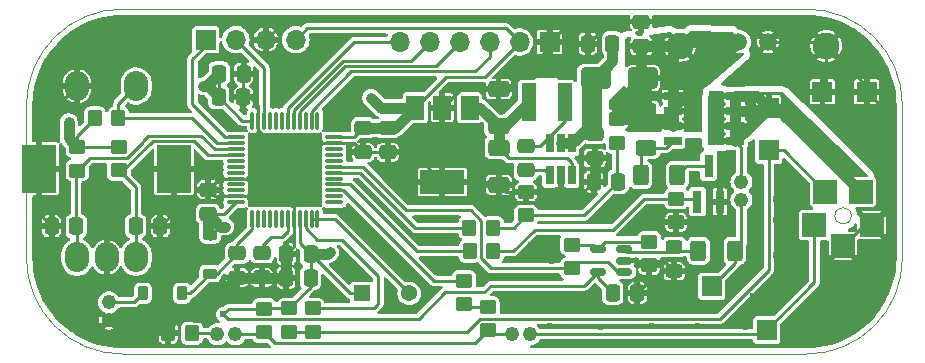
<source format=gbr>
%TF.GenerationSoftware,KiCad,Pcbnew,8.0.0~rc3*%
%TF.CreationDate,2024-02-19T04:25:31-05:00*%
%TF.ProjectId,solderingStationPCB,736f6c64-6572-4696-9e67-53746174696f,rev?*%
%TF.SameCoordinates,PX33f2570PY4a915b0*%
%TF.FileFunction,Copper,L1,Top*%
%TF.FilePolarity,Positive*%
%FSLAX46Y46*%
G04 Gerber Fmt 4.6, Leading zero omitted, Abs format (unit mm)*
G04 Created by KiCad (PCBNEW 8.0.0~rc3) date 2024-02-19 04:25:31*
%MOMM*%
%LPD*%
G01*
G04 APERTURE LIST*
G04 Aperture macros list*
%AMRoundRect*
0 Rectangle with rounded corners*
0 $1 Rounding radius*
0 $2 $3 $4 $5 $6 $7 $8 $9 X,Y pos of 4 corners*
0 Add a 4 corners polygon primitive as box body*
4,1,4,$2,$3,$4,$5,$6,$7,$8,$9,$2,$3,0*
0 Add four circle primitives for the rounded corners*
1,1,$1+$1,$2,$3*
1,1,$1+$1,$4,$5*
1,1,$1+$1,$6,$7*
1,1,$1+$1,$8,$9*
0 Add four rect primitives between the rounded corners*
20,1,$1+$1,$2,$3,$4,$5,0*
20,1,$1+$1,$4,$5,$6,$7,0*
20,1,$1+$1,$6,$7,$8,$9,0*
20,1,$1+$1,$8,$9,$2,$3,0*%
G04 Aperture macros list end*
%TA.AperFunction,ComponentPad*%
%ADD10R,1.700000X1.700000*%
%TD*%
%TA.AperFunction,ComponentPad*%
%ADD11O,1.700000X1.700000*%
%TD*%
%TA.AperFunction,SMDPad,CuDef*%
%ADD12RoundRect,0.250000X-0.475000X0.337500X-0.475000X-0.337500X0.475000X-0.337500X0.475000X0.337500X0*%
%TD*%
%TA.AperFunction,ComponentPad*%
%ADD13C,1.244600*%
%TD*%
%TA.AperFunction,SMDPad,CuDef*%
%ADD14RoundRect,0.250000X-0.450000X0.350000X-0.450000X-0.350000X0.450000X-0.350000X0.450000X0.350000X0*%
%TD*%
%TA.AperFunction,ComponentPad*%
%ADD15C,1.498600*%
%TD*%
%TA.AperFunction,SMDPad,CuDef*%
%ADD16RoundRect,0.250000X0.337500X0.475000X-0.337500X0.475000X-0.337500X-0.475000X0.337500X-0.475000X0*%
%TD*%
%TA.AperFunction,SMDPad,CuDef*%
%ADD17R,1.500000X2.000000*%
%TD*%
%TA.AperFunction,SMDPad,CuDef*%
%ADD18R,3.800000X2.000000*%
%TD*%
%TA.AperFunction,SMDPad,CuDef*%
%ADD19RoundRect,0.250000X0.475000X-0.337500X0.475000X0.337500X-0.475000X0.337500X-0.475000X-0.337500X0*%
%TD*%
%TA.AperFunction,SMDPad,CuDef*%
%ADD20RoundRect,0.225000X0.375000X-0.225000X0.375000X0.225000X-0.375000X0.225000X-0.375000X-0.225000X0*%
%TD*%
%TA.AperFunction,SMDPad,CuDef*%
%ADD21R,0.650000X1.560000*%
%TD*%
%TA.AperFunction,SMDPad,CuDef*%
%ADD22RoundRect,0.250000X-0.337500X-0.475000X0.337500X-0.475000X0.337500X0.475000X-0.337500X0.475000X0*%
%TD*%
%TA.AperFunction,SMDPad,CuDef*%
%ADD23R,0.800000X1.900000*%
%TD*%
%TA.AperFunction,ComponentPad*%
%ADD24C,2.286000*%
%TD*%
%TA.AperFunction,SMDPad,CuDef*%
%ADD25RoundRect,0.250000X0.400000X0.625000X-0.400000X0.625000X-0.400000X-0.625000X0.400000X-0.625000X0*%
%TD*%
%TA.AperFunction,SMDPad,CuDef*%
%ADD26RoundRect,0.225000X0.225000X0.375000X-0.225000X0.375000X-0.225000X-0.375000X0.225000X-0.375000X0*%
%TD*%
%TA.AperFunction,SMDPad,CuDef*%
%ADD27RoundRect,0.250000X0.350000X0.450000X-0.350000X0.450000X-0.350000X-0.450000X0.350000X-0.450000X0*%
%TD*%
%TA.AperFunction,ComponentPad*%
%ADD28R,1.371600X1.371600*%
%TD*%
%TA.AperFunction,ComponentPad*%
%ADD29C,1.371600*%
%TD*%
%TA.AperFunction,SMDPad,CuDef*%
%ADD30RoundRect,0.250000X-0.350000X-0.450000X0.350000X-0.450000X0.350000X0.450000X-0.350000X0.450000X0*%
%TD*%
%TA.AperFunction,SMDPad,CuDef*%
%ADD31R,1.143000X3.200400*%
%TD*%
%TA.AperFunction,SMDPad,CuDef*%
%ADD32RoundRect,0.250000X0.450000X-0.350000X0.450000X0.350000X-0.450000X0.350000X-0.450000X-0.350000X0*%
%TD*%
%TA.AperFunction,SMDPad,CuDef*%
%ADD33RoundRect,0.250000X0.650000X-0.412500X0.650000X0.412500X-0.650000X0.412500X-0.650000X-0.412500X0*%
%TD*%
%TA.AperFunction,SMDPad,CuDef*%
%ADD34RoundRect,0.250000X-0.650000X0.412500X-0.650000X-0.412500X0.650000X-0.412500X0.650000X0.412500X0*%
%TD*%
%TA.AperFunction,SMDPad,CuDef*%
%ADD35R,1.500000X0.700000*%
%TD*%
%TA.AperFunction,SMDPad,CuDef*%
%ADD36RoundRect,0.075000X0.075000X-0.662500X0.075000X0.662500X-0.075000X0.662500X-0.075000X-0.662500X0*%
%TD*%
%TA.AperFunction,SMDPad,CuDef*%
%ADD37RoundRect,0.075000X0.662500X-0.075000X0.662500X0.075000X-0.662500X0.075000X-0.662500X-0.075000X0*%
%TD*%
%TA.AperFunction,SMDPad,CuDef*%
%ADD38RoundRect,0.150000X0.512500X0.150000X-0.512500X0.150000X-0.512500X-0.150000X0.512500X-0.150000X0*%
%TD*%
%TA.AperFunction,SMDPad,CuDef*%
%ADD39RoundRect,0.250000X-0.625000X0.400000X-0.625000X-0.400000X0.625000X-0.400000X0.625000X0.400000X0*%
%TD*%
%TA.AperFunction,SMDPad,CuDef*%
%ADD40RoundRect,0.250000X0.450000X-0.325000X0.450000X0.325000X-0.450000X0.325000X-0.450000X-0.325000X0*%
%TD*%
%TA.AperFunction,SMDPad,CuDef*%
%ADD41RoundRect,0.250000X-1.000000X-0.650000X1.000000X-0.650000X1.000000X0.650000X-1.000000X0.650000X0*%
%TD*%
%TA.AperFunction,ComponentPad*%
%ADD42R,2.000000X2.000000*%
%TD*%
%TA.AperFunction,ComponentPad*%
%ADD43O,2.032000X2.540000*%
%TD*%
%TA.AperFunction,ComponentPad*%
%ADD44R,2.921000X4.064000*%
%TD*%
%TA.AperFunction,ViaPad*%
%ADD45C,0.600000*%
%TD*%
%TA.AperFunction,Conductor*%
%ADD46C,0.254000*%
%TD*%
%TA.AperFunction,Conductor*%
%ADD47C,0.889000*%
%TD*%
%TA.AperFunction,Profile*%
%ADD48C,0.050000*%
%TD*%
G04 APERTURE END LIST*
D10*
%TO.P,J1,1,Pin_1*%
%TO.N,GND*%
X44326121Y-2786300D03*
D11*
%TO.P,J1,2,Pin_2*%
%TO.N,3V3*%
X41786121Y-2786300D03*
%TO.P,J1,3,Pin_3*%
%TO.N,OLED_SCL*%
X39246121Y-2786300D03*
%TO.P,J1,4,Pin_4*%
%TO.N,OLED_SDA*%
X36706121Y-2786300D03*
%TO.P,J1,5,Pin_5*%
%TO.N,OLED_RST*%
X34166121Y-2786300D03*
%TO.P,J1,6,Pin_6*%
%TO.N,OLED_D{slash}C*%
X31626121Y-2786300D03*
%TD*%
D12*
%TO.P,C22,1*%
%TO.N,Net-(D3-K)*%
X17888800Y-20647300D03*
%TO.P,C22,2*%
%TO.N,GND*%
X17888800Y-22722300D03*
%TD*%
D13*
%TO.P,JP1,1,A*%
%TO.N,Net-(JP1-A)*%
X16203300Y-27513700D03*
%TO.P,JP1,2,B*%
%TO.N,Net-(JP1-B)*%
X17703302Y-27513700D03*
%TD*%
D14*
%TO.P,R18,1*%
%TO.N,NTC*%
X37055000Y-22985000D03*
%TO.P,R18,2*%
%TO.N,Net-(R18-Pad2)*%
X37055000Y-24985000D03*
%TD*%
%TO.P,R6,1*%
%TO.N,3V3*%
X20166000Y-25362600D03*
%TO.P,R6,2*%
%TO.N,Net-(JP1-B)*%
X20166000Y-27362600D03*
%TD*%
%TO.P,R10,1*%
%TO.N,3V3*%
X7853600Y-11657600D03*
%TO.P,R10,2*%
%TO.N,ENC_B*%
X7853600Y-13657600D03*
%TD*%
D15*
%TO.P,J4,1,1*%
%TO.N,GND*%
X62809600Y-2790599D03*
%TO.P,J4,2,2*%
%TO.N,V24in*%
X60309600Y-2790599D03*
%TD*%
D16*
%TO.P,C19,1*%
%TO.N,3V3*%
X24097300Y-20741400D03*
%TO.P,C19,2*%
%TO.N,GND*%
X22022300Y-20741400D03*
%TD*%
D17*
%TO.P,U4,1,VI*%
%TO.N,5v0*%
X37542000Y-8341800D03*
%TO.P,U4,2,GND*%
%TO.N,GND*%
X35242000Y-8341800D03*
D18*
X35242000Y-14641800D03*
D17*
%TO.P,U4,3,VO*%
%TO.N,3V3*%
X32942000Y-8341800D03*
%TD*%
D19*
%TO.P,C3,1*%
%TO.N,Net-(U1-CB)*%
X42312400Y-13631100D03*
%TO.P,C3,2*%
%TO.N,Net-(U1-SW)*%
X42312400Y-11556100D03*
%TD*%
D12*
%TO.P,C13,1*%
%TO.N,3V3*%
X30610200Y-10042900D03*
%TO.P,C13,2*%
%TO.N,GND*%
X30610200Y-12117900D03*
%TD*%
D20*
%TO.P,D3,1,K*%
%TO.N,Net-(D3-K)*%
X15584300Y-22386700D03*
%TO.P,D3,2,A*%
%TO.N,3V3*%
X15584300Y-19086700D03*
%TD*%
D16*
%TO.P,C2,1*%
%TO.N,/V24*%
X49642100Y-2916000D03*
%TO.P,C2,2*%
%TO.N,GND*%
X47567100Y-2916000D03*
%TD*%
%TO.P,C6,1*%
%TO.N,GND*%
X51756500Y-24033800D03*
%TO.P,C6,2*%
%TO.N,3V3*%
X49681500Y-24033800D03*
%TD*%
D21*
%TO.P,U1,1,CB*%
%TO.N,Net-(U1-CB)*%
X44320600Y-14052600D03*
%TO.P,U1,2,GND*%
%TO.N,GND*%
X45270600Y-14052600D03*
%TO.P,U1,3,FB*%
%TO.N,5v0*%
X46220600Y-14052600D03*
%TO.P,U1,4,EN*%
%TO.N,/V24*%
X46220600Y-11352600D03*
%TO.P,U1,5,VIN*%
X45270600Y-11352600D03*
%TO.P,U1,6,SW*%
%TO.N,Net-(U1-SW)*%
X44320600Y-11352600D03*
%TD*%
D22*
%TO.P,C9,1*%
%TO.N,GND*%
X48049900Y-14603000D03*
%TO.P,C9,2*%
%TO.N,Net-(C9-Pad2)*%
X50124900Y-14603000D03*
%TD*%
D23*
%TO.P,Q2,1,B*%
%TO.N,Net-(Q2-B)*%
X56832200Y-16295800D03*
%TO.P,Q2,2,E*%
%TO.N,GND*%
X58732200Y-16295800D03*
%TO.P,Q2,3,C*%
%TO.N,Net-(Q2-C)*%
X57782200Y-13295800D03*
%TD*%
D24*
%TO.P,J5,1,Pin_1*%
%TO.N,V24in*%
X55387000Y-3095000D03*
%TD*%
D22*
%TO.P,C10,1*%
%TO.N,GND*%
X2165100Y-18381800D03*
%TO.P,C10,2*%
%TO.N,ENC_A*%
X4240100Y-18381800D03*
%TD*%
D13*
%TO.P,J6,1,1*%
%TO.N,GND*%
X7020300Y-26317801D03*
%TO.P,J6,2,2*%
%TO.N,Net-(D4-A)*%
X7020300Y-24817799D03*
%TD*%
D25*
%TO.P,R5,1*%
%TO.N,Net-(J13-Pin_1)*%
X60017000Y-20446000D03*
%TO.P,R5,2*%
%TO.N,Net-(D2-A)*%
X56917000Y-20446000D03*
%TD*%
D14*
%TO.P,R4,1*%
%TO.N,Net-(Q2-B)*%
X55033600Y-16048200D03*
%TO.P,R4,2*%
%TO.N,GND*%
X55033600Y-18048200D03*
%TD*%
D12*
%TO.P,C8,1*%
%TO.N,GND*%
X52093200Y-1049300D03*
%TO.P,C8,2*%
%TO.N,V24in*%
X52093200Y-3124300D03*
%TD*%
D14*
%TO.P,R8,1*%
%TO.N,3V3*%
X22276000Y-25339600D03*
%TO.P,R8,2*%
%TO.N,Net-(J8-P1)*%
X22276000Y-27339600D03*
%TD*%
D26*
%TO.P,D4,1,K*%
%TO.N,Net-(D3-K)*%
X13200000Y-24060000D03*
%TO.P,D4,2,A*%
%TO.N,Net-(D4-A)*%
X9900000Y-24060000D03*
%TD*%
D25*
%TO.P,R1,1*%
%TO.N,Net-(Q2-C)*%
X55130200Y-14039200D03*
%TO.P,R1,2*%
%TO.N,Net-(Q1-Pad4)*%
X52030200Y-14039200D03*
%TD*%
D27*
%TO.P,TH1,1*%
%TO.N,Net-(JP1-A)*%
X14048000Y-27429800D03*
%TO.P,TH1,2*%
%TO.N,GND*%
X12048000Y-27429800D03*
%TD*%
D10*
%TO.P,J13,1,Pin_1*%
%TO.N,Net-(J13-Pin_1)*%
X58048200Y-23459600D03*
%TD*%
%TO.P,J11,1,Pin_1*%
%TO.N,GND*%
X67426600Y-6997800D03*
%TD*%
D14*
%TO.P,R14,1*%
%TO.N,GND*%
X42319200Y-15465800D03*
%TO.P,R14,2*%
%TO.N,Net-(C9-Pad2)*%
X42319200Y-17465800D03*
%TD*%
D19*
%TO.P,C5,1*%
%TO.N,GND*%
X19959200Y-22710900D03*
%TO.P,C5,2*%
%TO.N,Net-(U3-NRST)*%
X19959200Y-20635900D03*
%TD*%
D14*
%TO.P,R16,1*%
%TO.N,Net-(U2--)*%
X46202000Y-19932600D03*
%TO.P,R16,2*%
%TO.N,TIP_TEMP*%
X46202000Y-21932600D03*
%TD*%
D28*
%TO.P,LS1,1,1*%
%TO.N,3V3*%
X28425200Y-24068300D03*
D29*
%TO.P,LS1,2,2*%
%TO.N,Net-(U3-PA1)*%
X32425200Y-24068300D03*
%TD*%
D10*
%TO.P,J12,1,Pin_1*%
%TO.N,Net-(J12-Pin_1)*%
X62705400Y-27175800D03*
%TD*%
D16*
%TO.P,C11,1*%
%TO.N,GND*%
X11363300Y-18370400D03*
%TO.P,C11,2*%
%TO.N,ENC_B*%
X9288300Y-18370400D03*
%TD*%
D30*
%TO.P,R17,1*%
%TO.N,unconnected-(R17-Pad1)*%
X37530000Y-18510000D03*
%TO.P,R17,2*%
%TO.N,unconnected-(R17-Pad2)*%
X39530000Y-18510000D03*
%TD*%
D13*
%TO.P,JP3,1,A*%
%TO.N,Net-(J12-Pin_1)*%
X42628302Y-27533700D03*
%TO.P,JP3,2,B*%
%TO.N,Net-(JP1-B)*%
X41128300Y-27533700D03*
%TD*%
%TO.P,JP2,1,A*%
%TO.N,/T12+*%
X60565301Y-14629299D03*
%TO.P,JP2,2,B*%
%TO.N,Net-(J13-Pin_1)*%
X60565301Y-16129301D03*
%TD*%
D31*
%TO.P,L1,1,1*%
%TO.N,Net-(U1-SW)*%
X45593500Y-7872100D03*
%TO.P,L1,2,2*%
%TO.N,5v0*%
X42545500Y-7872100D03*
%TD*%
D32*
%TO.P,R13,1*%
%TO.N,GND*%
X52755000Y-21675000D03*
%TO.P,R13,2*%
%TO.N,Net-(U2--)*%
X52755000Y-19675000D03*
%TD*%
D19*
%TO.P,C12,1*%
%TO.N,GND*%
X48128600Y-12613500D03*
%TO.P,C12,2*%
%TO.N,/V24*%
X48128600Y-10538500D03*
%TD*%
D33*
%TO.P,C1,1*%
%TO.N,5v0*%
X39999400Y-9888700D03*
%TO.P,C1,2*%
%TO.N,GND*%
X39999400Y-6763700D03*
%TD*%
D34*
%TO.P,C4,1*%
%TO.N,5v0*%
X40018800Y-11746900D03*
%TO.P,C4,2*%
%TO.N,GND*%
X40018800Y-14871900D03*
%TD*%
D14*
%TO.P,R11,1*%
%TO.N,3V3*%
X4344400Y-11661200D03*
%TO.P,R11,2*%
%TO.N,ENC_A*%
X4344400Y-13661200D03*
%TD*%
D22*
%TO.P,C18,1*%
%TO.N,3V3*%
X16320500Y-7452000D03*
%TO.P,C18,2*%
%TO.N,GND*%
X18395500Y-7452000D03*
%TD*%
D35*
%TO.P,Q1,1*%
%TO.N,V24in*%
X54752200Y-7364200D03*
%TO.P,Q1,2*%
X54752200Y-8634200D03*
%TO.P,Q1,3*%
X54752200Y-9904200D03*
%TO.P,Q1,4*%
%TO.N,Net-(Q1-Pad4)*%
X54752200Y-11174200D03*
%TO.P,Q1,5*%
%TO.N,/T12+*%
X60052200Y-11174200D03*
%TO.P,Q1,6*%
X60052200Y-9904200D03*
%TO.P,Q1,7*%
X60052200Y-8634200D03*
%TO.P,Q1,8*%
X60052200Y-7364200D03*
%TD*%
D10*
%TO.P,J10,1,Pin_1*%
%TO.N,GND*%
X71173200Y-7004800D03*
%TD*%
%TO.P,J9,1,Pin_1*%
%TO.N,Net-(J8-P1)*%
X62868400Y-11938800D03*
%TD*%
D19*
%TO.P,C21,1*%
%TO.N,3V3*%
X15396000Y-17348900D03*
%TO.P,C21,2*%
%TO.N,GND*%
X15396000Y-15273900D03*
%TD*%
D16*
%TO.P,C17,1*%
%TO.N,3V3*%
X24089100Y-22753000D03*
%TO.P,C17,2*%
%TO.N,GND*%
X22014100Y-22753000D03*
%TD*%
D24*
%TO.P,J7,1,Pin_1*%
%TO.N,GND*%
X67760000Y-3115200D03*
%TD*%
D36*
%TO.P,U3,1,VBAT*%
%TO.N,Net-(D3-K)*%
X19164200Y-17755700D03*
%TO.P,U3,2,PC13*%
%TO.N,unconnected-(U3-PC13-Pad2)*%
X19664200Y-17755700D03*
%TO.P,U3,3,PC14*%
%TO.N,unconnected-(U3-PC14-Pad3)*%
X20164200Y-17755700D03*
%TO.P,U3,4,PC15*%
%TO.N,unconnected-(U3-PC15-Pad4)*%
X20664200Y-17755700D03*
%TO.P,U3,5,PD0*%
%TO.N,unconnected-(U3-PD0-Pad5)*%
X21164200Y-17755700D03*
%TO.P,U3,6,PD1*%
%TO.N,unconnected-(U3-PD1-Pad6)*%
X21664200Y-17755700D03*
%TO.P,U3,7,NRST*%
%TO.N,Net-(U3-NRST)*%
X22164200Y-17755700D03*
%TO.P,U3,8,VSSA*%
%TO.N,GND*%
X22664200Y-17755700D03*
%TO.P,U3,9,VDDA*%
%TO.N,3V3*%
X23164200Y-17755700D03*
%TO.P,U3,10,PA0*%
%TO.N,SHAKE*%
X23664200Y-17755700D03*
%TO.P,U3,11,PA1*%
%TO.N,Net-(U3-PA1)*%
X24164200Y-17755700D03*
%TO.P,U3,12,PA2*%
X24664200Y-17755700D03*
D37*
%TO.P,U3,13,PA3*%
%TO.N,unconnected-(U3-PA3-Pad13)*%
X26076700Y-16343200D03*
%TO.P,U3,14,PA4*%
%TO.N,unconnected-(U3-PA4-Pad14)*%
X26076700Y-15843200D03*
%TO.P,U3,15,PA5*%
%TO.N,NTC*%
X26076700Y-15343200D03*
%TO.P,U3,16,PA6*%
%TO.N,HEATER_ON*%
X26076700Y-14843200D03*
%TO.P,U3,17,PA7*%
%TO.N,unconnected-(U3-PA7-Pad17)*%
X26076700Y-14343200D03*
%TO.P,U3,18,PB0*%
%TO.N,VIN_MON*%
X26076700Y-13843200D03*
%TO.P,U3,19,PB1*%
%TO.N,TIP_TEMP*%
X26076700Y-13343200D03*
%TO.P,U3,20,PB2*%
%TO.N,unconnected-(U3-PB2-Pad20)*%
X26076700Y-12843200D03*
%TO.P,U3,21,PB10*%
%TO.N,unconnected-(U3-PB10-Pad21)*%
X26076700Y-12343200D03*
%TO.P,U3,22,PB11*%
%TO.N,unconnected-(U3-PB11-Pad22)*%
X26076700Y-11843200D03*
%TO.P,U3,23,VSS*%
%TO.N,GND*%
X26076700Y-11343200D03*
%TO.P,U3,24,VDD*%
%TO.N,3V3*%
X26076700Y-10843200D03*
D36*
%TO.P,U3,25,PB12*%
%TO.N,unconnected-(U3-PB12-Pad25)*%
X24664200Y-9430700D03*
%TO.P,U3,26,PB13*%
%TO.N,OLED_SCL*%
X24164200Y-9430700D03*
%TO.P,U3,27,PB14*%
%TO.N,unconnected-(U3-PB14-Pad27)*%
X23664200Y-9430700D03*
%TO.P,U3,28,PB15*%
%TO.N,OLED_SDA*%
X23164200Y-9430700D03*
%TO.P,U3,29,PA8*%
%TO.N,OLED_RST*%
X22664200Y-9430700D03*
%TO.P,U3,30,PA9*%
%TO.N,OLED_D{slash}C*%
X22164200Y-9430700D03*
%TO.P,U3,31,PA10*%
%TO.N,unconnected-(U3-PA10-Pad31)*%
X21664200Y-9430700D03*
%TO.P,U3,32,PA11*%
%TO.N,unconnected-(U3-PA11-Pad32)*%
X21164200Y-9430700D03*
%TO.P,U3,33,PA12*%
%TO.N,unconnected-(U3-PA12-Pad33)*%
X20664200Y-9430700D03*
%TO.P,U3,34,PA13*%
%TO.N,SWDIO*%
X20164200Y-9430700D03*
%TO.P,U3,35,VSS*%
%TO.N,GND*%
X19664200Y-9430700D03*
%TO.P,U3,36,VDD*%
%TO.N,3V3*%
X19164200Y-9430700D03*
D37*
%TO.P,U3,37,PA14*%
%TO.N,SWD_CLK*%
X17751700Y-10843200D03*
%TO.P,U3,38,PA15*%
%TO.N,ENC_PB*%
X17751700Y-11343200D03*
%TO.P,U3,39,PB3*%
%TO.N,ENC_A*%
X17751700Y-11843200D03*
%TO.P,U3,40,PB4*%
%TO.N,ENC_B*%
X17751700Y-12343200D03*
%TO.P,U3,41,PB5*%
%TO.N,unconnected-(U3-PB5-Pad41)*%
X17751700Y-12843200D03*
%TO.P,U3,42,PB6*%
%TO.N,unconnected-(U3-PB6-Pad42)*%
X17751700Y-13343200D03*
%TO.P,U3,43,PB7*%
%TO.N,unconnected-(U3-PB7-Pad43)*%
X17751700Y-13843200D03*
%TO.P,U3,44,BOOT0*%
%TO.N,GND*%
X17751700Y-14343200D03*
%TO.P,U3,45,PB8*%
%TO.N,unconnected-(U3-PB8-Pad45)*%
X17751700Y-14843200D03*
%TO.P,U3,46,PB9*%
%TO.N,unconnected-(U3-PB9-Pad46)*%
X17751700Y-15343200D03*
%TO.P,U3,47,VSS*%
%TO.N,GND*%
X17751700Y-15843200D03*
%TO.P,U3,48,VDD*%
%TO.N,3V3*%
X17751700Y-16343200D03*
%TD*%
D38*
%TO.P,U2,1*%
%TO.N,TIP_TEMP*%
X50652500Y-22235000D03*
%TO.P,U2,2,V-*%
%TO.N,GND*%
X50652500Y-21285000D03*
%TO.P,U2,3,+*%
%TO.N,Net-(D2-A)*%
X50652500Y-20335000D03*
%TO.P,U2,4,-*%
%TO.N,Net-(U2--)*%
X48377500Y-20335000D03*
%TO.P,U2,5,V+*%
%TO.N,3V3*%
X48377500Y-22235000D03*
%TD*%
D39*
%TO.P,R2,1*%
%TO.N,V24in*%
X52513400Y-8616400D03*
%TO.P,R2,2*%
%TO.N,Net-(Q1-Pad4)*%
X52513400Y-11716400D03*
%TD*%
D10*
%TO.P,J2,1,Pin_1*%
%TO.N,SWD_CLK*%
X15215000Y-2585000D03*
D11*
%TO.P,J2,2,Pin_2*%
%TO.N,SWDIO*%
X17755000Y-2585000D03*
%TO.P,J2,3,Pin_3*%
%TO.N,GND*%
X20295000Y-2585000D03*
%TO.P,J2,4,Pin_4*%
%TO.N,3V3*%
X22835000Y-2585000D03*
%TD*%
D30*
%TO.P,R12,1*%
%TO.N,HEATER_ON*%
X37559200Y-20498800D03*
%TO.P,R12,2*%
%TO.N,Net-(Q2-B)*%
X39559200Y-20498800D03*
%TD*%
D14*
%TO.P,R7,1*%
%TO.N,SHAKE*%
X24273600Y-25339400D03*
%TO.P,R7,2*%
%TO.N,Net-(J8-P1)*%
X24273600Y-27339400D03*
%TD*%
D32*
%TO.P,R15,1*%
%TO.N,Net-(C9-Pad2)*%
X50069400Y-11338600D03*
%TO.P,R15,2*%
%TO.N,V24in*%
X50069400Y-9338600D03*
%TD*%
D22*
%TO.P,C14,1*%
%TO.N,3V3*%
X16339700Y-5459000D03*
%TO.P,C14,2*%
%TO.N,GND*%
X18414700Y-5459000D03*
%TD*%
D14*
%TO.P,R3,1*%
%TO.N,Net-(R18-Pad2)*%
X39081600Y-25197600D03*
%TO.P,R3,2*%
%TO.N,Net-(JP1-B)*%
X39081600Y-27197600D03*
%TD*%
D12*
%TO.P,C20,1*%
%TO.N,3V3*%
X28536600Y-10049700D03*
%TO.P,C20,2*%
%TO.N,GND*%
X28536600Y-12124700D03*
%TD*%
D30*
%TO.P,R9,1*%
%TO.N,3V3*%
X5819600Y-9238000D03*
%TO.P,R9,2*%
%TO.N,ENC_PB*%
X7819600Y-9238000D03*
%TD*%
D40*
%TO.P,D2,1,K*%
%TO.N,GND*%
X54874700Y-22186500D03*
%TO.P,D2,2,A*%
%TO.N,Net-(D2-A)*%
X54874700Y-20136500D03*
%TD*%
D10*
%TO.P,J3,1,Pin_1*%
%TO.N,/T12+*%
X62873200Y-8335200D03*
%TD*%
D41*
%TO.P,D1,1,K*%
%TO.N,/V24*%
X48219800Y-5851600D03*
%TO.P,D1,2,A*%
%TO.N,V24in*%
X52219800Y-5851600D03*
%TD*%
D42*
%TO.P,J8,1,P1*%
%TO.N,Net-(J8-P1)*%
X67672147Y-15440197D03*
%TO.P,J8,2,P2*%
%TO.N,Net-(J12-Pin_1)*%
X66749438Y-18280003D03*
%TO.P,J8,3,P3*%
%TO.N,GND*%
X69165121Y-20035100D03*
%TO.P,J8,4,P3*%
X71580804Y-18280003D03*
%TO.P,J8,5,P5*%
%TO.N,/T12+*%
X70658095Y-15440197D03*
%TD*%
D43*
%TO.P,SW1,1,1*%
%TO.N,ENC_PB*%
X9314400Y-6504000D03*
%TO.P,SW1,2,2*%
%TO.N,GND*%
X4314400Y-6504000D03*
%TO.P,SW1,3,A*%
%TO.N,ENC_B*%
X9314400Y-21003996D03*
%TO.P,SW1,4,B*%
%TO.N,GND*%
X6814400Y-21003996D03*
%TO.P,SW1,5,C*%
%TO.N,ENC_A*%
X4314400Y-21003996D03*
D44*
%TO.P,SW1,6,GND*%
%TO.N,GND*%
X12514401Y-13503999D03*
%TO.P,SW1,7,GND*%
X1114399Y-13503999D03*
%TD*%
D45*
%TO.N,GND*%
X70005000Y-2910000D03*
X9955000Y-13810000D03*
X11155000Y-5910000D03*
X32530000Y-6110000D03*
X24360000Y-14820000D03*
X67230000Y-24810000D03*
X28730000Y-8860000D03*
X24355000Y-4660000D03*
X22230000Y-4410000D03*
X30980000Y-6085000D03*
X12805000Y-7785000D03*
X69580000Y-8860000D03*
X27730000Y-22410000D03*
X72030000Y-5160000D03*
X3280000Y-3710000D03*
X26155000Y-2760000D03*
X38505000Y-23160000D03*
X35405000Y-12985000D03*
X25280000Y-22935000D03*
X56880000Y-26860000D03*
X34055000Y-23835000D03*
X65905000Y-22910000D03*
X63755000Y-13785000D03*
X23090000Y-12280000D03*
X20680000Y-4110000D03*
X32680000Y-14460000D03*
X44855000Y-24835000D03*
X54755000Y-985000D03*
X48830000Y-28260000D03*
X62380000Y-4335000D03*
X60830000Y-28310000D03*
X24360000Y-13550000D03*
X53555000Y-13910000D03*
X24360000Y-11010000D03*
X65655000Y-6885000D03*
X65680000Y-14610000D03*
X63505000Y-17835000D03*
X34005000Y-6110000D03*
X37805000Y-10260000D03*
X5080000Y-26935000D03*
X11005000Y-3385000D03*
X38030000Y-11760000D03*
X16805000Y-9260000D03*
X42730000Y-19985000D03*
X40155000Y-7935000D03*
X64980000Y-19285000D03*
X53005000Y-26860000D03*
X63530000Y-16035000D03*
X7655000Y-18960000D03*
X6630000Y-6260000D03*
X7280000Y-3710000D03*
X23380000Y-5935000D03*
X48805000Y-17560000D03*
X72580000Y-12360000D03*
X71305000Y-10835000D03*
X44980000Y-28285000D03*
X24360000Y-12280000D03*
X5380000Y-15810000D03*
X21820000Y-12280000D03*
X15680000Y-23985000D03*
X72555000Y-10635000D03*
X6130000Y-14185000D03*
X31830000Y-11110000D03*
X37680000Y-21810000D03*
X55830000Y-24535000D03*
X26380000Y-8810000D03*
X47430000Y-24885000D03*
X19280000Y-13550000D03*
X21820000Y-11010000D03*
X50130000Y-1060000D03*
X9905000Y-27860000D03*
X2255000Y-23060000D03*
X20550000Y-16090000D03*
X65730000Y-16460000D03*
X66655000Y-1285000D03*
X44330000Y-26835000D03*
X50305000Y-16310000D03*
X23090000Y-16090000D03*
X71305000Y-24060000D03*
X40205000Y-13535000D03*
X35855000Y-19510000D03*
X31155000Y-7135000D03*
X65780000Y-27810000D03*
X20550000Y-13550000D03*
X33580000Y-16210000D03*
X31880000Y-22085000D03*
X4655000Y-24185000D03*
X13105000Y-1385000D03*
X61580000Y-24260000D03*
X33880000Y-17735000D03*
X21820000Y-16090000D03*
X21820000Y-14820000D03*
X21820000Y-13550000D03*
X65955000Y-21010000D03*
X30330000Y-20410000D03*
X53455000Y-28235000D03*
X61680000Y-19460000D03*
X20550000Y-12280000D03*
X63280000Y-22710000D03*
X12980000Y-4585000D03*
X61805000Y-13785000D03*
X20550000Y-14820000D03*
X45855000Y-935000D03*
X31880000Y-15360000D03*
X13555000Y-16835000D03*
X58930000Y-1035000D03*
X33855000Y-21185000D03*
X33105000Y-10185000D03*
X19280000Y-16090000D03*
X24505000Y-24235000D03*
X35430000Y-10235000D03*
X35680000Y-22310000D03*
X18080000Y-24085000D03*
X40930000Y-21210000D03*
X44930000Y-22735000D03*
X27605000Y-17635000D03*
X44380000Y-16460000D03*
X68705000Y-23085000D03*
X23090000Y-14820000D03*
X61755000Y-17085000D03*
X52455000Y-17860000D03*
X11005000Y-7735000D03*
X19280000Y-11010000D03*
X63255000Y-1185000D03*
X44555000Y-21310000D03*
X43730000Y-4810000D03*
X72655000Y-14160000D03*
X26805000Y-21460000D03*
X31055000Y-25135000D03*
X1755000Y-20385000D03*
X11080000Y-22710000D03*
X15180000Y-26010000D03*
X26530000Y-24585000D03*
X57080000Y-28235000D03*
X29980000Y-13385000D03*
X60955000Y-26910000D03*
X6005000Y-18185000D03*
X71980000Y-21610000D03*
X29455000Y-6085000D03*
X66730000Y-5385000D03*
X38755000Y-16260000D03*
X61355000Y-1185000D03*
X19280000Y-14820000D03*
X29030000Y-19060000D03*
X53830000Y-24560000D03*
X20550000Y-11010000D03*
X32405000Y-12785000D03*
X56330000Y-12335000D03*
X21155000Y-24035000D03*
X68055000Y-8985000D03*
X23005000Y-21735000D03*
X24360000Y-16090000D03*
X23090000Y-11010000D03*
X21280000Y-6085000D03*
X33105000Y-11660000D03*
X70980000Y-8885000D03*
X12680000Y-25885000D03*
X9605000Y-1360000D03*
X48705000Y-26885000D03*
X21280000Y-7660000D03*
X70005000Y-11110000D03*
X35955000Y-17735000D03*
X7905000Y-23110000D03*
X60005000Y-6185000D03*
X64080000Y-24910000D03*
X44505000Y-19360000D03*
X46655000Y-16385000D03*
X41455000Y-4885000D03*
X59230000Y-18410000D03*
X34230000Y-19535000D03*
X64980000Y-2135000D03*
X19280000Y-12280000D03*
X7955000Y-16435000D03*
X41730000Y-24835000D03*
X15555000Y-13635000D03*
X35405000Y-11785000D03*
X42305000Y-22685000D03*
X69030000Y-5835000D03*
X31505000Y-13810000D03*
X69905000Y-26135000D03*
X12855000Y-20685000D03*
X68005000Y-27285000D03*
X37905000Y-13060000D03*
X72605000Y-8835000D03*
X40730000Y-16485000D03*
X56980000Y-18435000D03*
X63505000Y-20785000D03*
X63080000Y-5860000D03*
X65630000Y-26110000D03*
X36355000Y-16260000D03*
X5930000Y-1910000D03*
X18055000Y-17610000D03*
X15655000Y-20760000D03*
X64755000Y-3960000D03*
X61655000Y-21535000D03*
X45830000Y-4760000D03*
X71230000Y-12485000D03*
X60105000Y-23235000D03*
X23090000Y-13550000D03*
X13705000Y-22560000D03*
%TO.N,3V3*%
X3605000Y-9560000D03*
X16880000Y-18410000D03*
X16680000Y-25835000D03*
X15005000Y-6535000D03*
X25730000Y-20585000D03*
X29205000Y-7510000D03*
%TD*%
D46*
%TO.N,GND*%
X40612700Y-15465800D02*
X40018800Y-14871900D01*
X58930000Y-1035000D02*
X58944300Y-1049300D01*
D47*
X22022300Y-22744800D02*
X22014100Y-22753000D01*
D46*
X17751700Y-15843200D02*
X19033200Y-15843200D01*
X20448842Y-11010000D02*
X20550000Y-11010000D01*
X26076700Y-11343200D02*
X24693200Y-11343200D01*
X67760000Y-3115200D02*
X67760000Y-6664400D01*
X73205000Y-16935000D02*
X72925807Y-16935000D01*
X70920218Y-18280003D02*
X69165121Y-20035100D01*
X16326700Y-14343200D02*
X15396000Y-15273900D01*
X15396000Y-15273900D02*
X15965300Y-15843200D01*
X19664200Y-8133200D02*
X18983000Y-7452000D01*
X26076700Y-11343200D02*
X27755100Y-11343200D01*
D47*
X48128600Y-12613500D02*
X48128600Y-14524300D01*
D46*
X30610200Y-12117900D02*
X28543400Y-12117900D01*
X46177421Y-935000D02*
X46063121Y-1049300D01*
D47*
X22014100Y-22753000D02*
X17919500Y-22753000D01*
X22022300Y-20741400D02*
X22022300Y-22744800D01*
D46*
X43230000Y-835000D02*
X44326121Y-1931121D01*
X19664200Y-9430700D02*
X19664200Y-10225358D01*
X19205000Y-14745000D02*
X19280000Y-14820000D01*
X40018800Y-14871900D02*
X39741900Y-14871900D01*
X50130000Y-1060000D02*
X50140700Y-1049300D01*
X71173200Y-6528400D02*
X71173200Y-7004800D01*
X35242000Y-14641800D02*
X32718100Y-12117900D01*
X51756500Y-24033800D02*
X52755000Y-23035300D01*
X22045000Y-835000D02*
X43230000Y-835000D01*
X73003400Y-8835000D02*
X73205000Y-9036600D01*
X72605000Y-8436600D02*
X72605000Y-8835000D01*
X54690700Y-1049300D02*
X54755000Y-985000D01*
X15965300Y-15843200D02*
X17751700Y-15843200D01*
D47*
X15680000Y-24931100D02*
X15180000Y-25431100D01*
D46*
X17751700Y-14343200D02*
X16326700Y-14343200D01*
D47*
X12680000Y-25885000D02*
X12683000Y-26094800D01*
D46*
X1114399Y-13503999D02*
X1114399Y-17331099D01*
X32718100Y-12117900D02*
X30610200Y-12117900D01*
X52093200Y-1049300D02*
X54690700Y-1049300D01*
X22664200Y-16515800D02*
X23090000Y-16090000D01*
X45270600Y-14052600D02*
X45270600Y-15456400D01*
X19033200Y-15843200D02*
X19280000Y-16090000D01*
X42319200Y-15465800D02*
X40612700Y-15465800D01*
D47*
X10936001Y-26317801D02*
X12048000Y-27429800D01*
D46*
X12514401Y-13503999D02*
X12514401Y-17219299D01*
X50140700Y-1049300D02*
X52093200Y-1049300D01*
X53973200Y-21285000D02*
X54874700Y-22186500D01*
X20295000Y-2585000D02*
X22045000Y-835000D01*
X61355000Y-1335999D02*
X62809600Y-2790599D01*
X45855000Y-1257421D02*
X45855000Y-935000D01*
X19088200Y-14343200D02*
X19205000Y-14460000D01*
X12514401Y-17219299D02*
X11363300Y-18370400D01*
X48049900Y-14603000D02*
X47187100Y-15465800D01*
X4314400Y-6504000D02*
X1114399Y-9704001D01*
D47*
X15680000Y-23985000D02*
X15680000Y-24931100D01*
D46*
X39511800Y-14641800D02*
X35242000Y-14641800D01*
D47*
X7020300Y-26317801D02*
X10936001Y-26317801D01*
D46*
X17751700Y-14343200D02*
X19088200Y-14343200D01*
X49433800Y-1049300D02*
X52093200Y-1049300D01*
X67760000Y-3115200D02*
X71173200Y-6528400D01*
X1114399Y-17331099D02*
X2165100Y-18381800D01*
D47*
X16626100Y-23985000D02*
X15680000Y-23985000D01*
D46*
X44326121Y-1931121D02*
X44326121Y-2786300D01*
X61068301Y-1049300D02*
X61204001Y-1185000D01*
X45270600Y-15456400D02*
X45280000Y-15465800D01*
D47*
X14516300Y-26094800D02*
X12680000Y-25885000D01*
D46*
X22664200Y-20099500D02*
X22022300Y-20741400D01*
X62809600Y-2790599D02*
X67435399Y-2790599D01*
X61204001Y-1185000D02*
X61355000Y-1185000D01*
X19205000Y-14460000D02*
X19205000Y-14745000D01*
X19664200Y-10225358D02*
X20448842Y-11010000D01*
X67760000Y-6664400D02*
X67426600Y-6997800D01*
X45280000Y-15465800D02*
X42319200Y-15465800D01*
X54755000Y-985000D02*
X54819300Y-1049300D01*
X58915700Y-1049300D02*
X58930000Y-1035000D01*
X47567100Y-2916000D02*
X49433800Y-1049300D01*
X40751300Y-6763700D02*
X39999400Y-6763700D01*
X27755100Y-11343200D02*
X28536600Y-12124700D01*
D47*
X17919500Y-22753000D02*
X17888800Y-22722300D01*
D46*
X18983000Y-7452000D02*
X18395500Y-7452000D01*
X52755000Y-23035300D02*
X52755000Y-21675000D01*
X72925807Y-16935000D02*
X71580804Y-18280003D01*
D47*
X15180000Y-26010000D02*
X14601100Y-26010000D01*
D46*
X44326121Y-3188879D02*
X40751300Y-6763700D01*
X71580804Y-18280003D02*
X70920218Y-18280003D01*
X39741900Y-14871900D02*
X39511800Y-14641800D01*
X50119300Y-1049300D02*
X50130000Y-1060000D01*
X72605000Y-8835000D02*
X73003400Y-8835000D01*
D47*
X12683000Y-26094800D02*
X12048000Y-26729800D01*
D46*
X22664200Y-17755700D02*
X22664200Y-20099500D01*
X45855000Y-935000D02*
X46177421Y-935000D01*
X36820100Y-6763700D02*
X39999400Y-6763700D01*
D47*
X12048000Y-26729800D02*
X12048000Y-27429800D01*
D46*
X44326121Y-2786300D02*
X45855000Y-1257421D01*
X46063121Y-1049300D02*
X50119300Y-1049300D01*
X47187100Y-15465800D02*
X45280000Y-15465800D01*
D47*
X14601100Y-26010000D02*
X14516300Y-26094800D01*
D46*
X73205000Y-9036600D02*
X73205000Y-16935000D01*
X35242000Y-8341800D02*
X36820100Y-6763700D01*
X19664200Y-9430700D02*
X19664200Y-8133200D01*
X61355000Y-1185000D02*
X61355000Y-1335999D01*
X54819300Y-1049300D02*
X58915700Y-1049300D01*
X28543400Y-12117900D02*
X28536600Y-12124700D01*
X67435399Y-2790599D02*
X67760000Y-3115200D01*
X24693200Y-11343200D02*
X24360000Y-11010000D01*
X22664200Y-17755700D02*
X22664200Y-16515800D01*
X18395500Y-7452000D02*
X18395500Y-5478200D01*
X71173200Y-7004800D02*
X72605000Y-8436600D01*
D47*
X48128600Y-14524300D02*
X48049900Y-14603000D01*
D46*
X18395500Y-5478200D02*
X18414700Y-5459000D01*
X58944300Y-1049300D02*
X61068301Y-1049300D01*
X44326121Y-2786300D02*
X44326121Y-3188879D01*
D47*
X17888800Y-22722300D02*
X16626100Y-23985000D01*
D46*
X50652500Y-21285000D02*
X53973200Y-21285000D01*
X1114399Y-9704001D02*
X1114399Y-13503999D01*
D47*
X15180000Y-25431100D02*
X15180000Y-26010000D01*
D46*
%TO.N,Net-(U1-CB)*%
X43899100Y-13631100D02*
X44320600Y-14052600D01*
X42312400Y-13631100D02*
X43899100Y-13631100D01*
%TO.N,Net-(U1-SW)*%
X43511506Y-11556100D02*
X45593500Y-9474106D01*
X45593500Y-9474106D02*
X45593500Y-7872100D01*
X42312400Y-11556100D02*
X43511506Y-11556100D01*
D47*
%TO.N,V24in*%
X60309600Y-2790599D02*
X54752200Y-8347999D01*
X54752200Y-9904200D02*
X54752200Y-7364200D01*
D46*
X52219800Y-5851600D02*
X52219800Y-3250900D01*
X52219800Y-3250900D02*
X52093200Y-3124300D01*
D47*
X52093200Y-7314800D02*
X50069400Y-9338600D01*
X54752200Y-8347999D02*
X54752200Y-9904200D01*
X50069400Y-9338600D02*
X54186600Y-9338600D01*
X52513400Y-6145200D02*
X52219800Y-5851600D01*
X52122500Y-3095000D02*
X52093200Y-3124300D01*
X55387000Y-3095000D02*
X52122500Y-3095000D01*
X52093200Y-3124300D02*
X52093200Y-7314800D01*
X60309600Y-2790599D02*
X55691401Y-2790599D01*
X54752200Y-3729800D02*
X55387000Y-3095000D01*
X50069400Y-8002000D02*
X50069400Y-9338600D01*
X52219800Y-5851600D02*
X50069400Y-8002000D01*
X52513400Y-8616400D02*
X52513400Y-6145200D01*
X54752200Y-7364200D02*
X54752200Y-3729800D01*
X54186600Y-9338600D02*
X54752200Y-9904200D01*
X55691401Y-2790599D02*
X55387000Y-3095000D01*
D46*
%TO.N,Net-(Q1-Pad4)*%
X52030200Y-12199600D02*
X52513400Y-11716400D01*
X54210000Y-11716400D02*
X54752200Y-11174200D01*
X52513400Y-11716400D02*
X54210000Y-11716400D01*
X52030200Y-14039200D02*
X52030200Y-12199600D01*
%TO.N,ENC_A*%
X9880000Y-11260000D02*
X8505000Y-12635000D01*
X10355001Y-10709999D02*
X9880000Y-11185000D01*
X4314400Y-21003996D02*
X4314400Y-18456100D01*
X14829999Y-10709999D02*
X10355001Y-10709999D01*
X17751700Y-11843200D02*
X15963200Y-11843200D01*
X4314400Y-18456100D02*
X4240100Y-18381800D01*
X8505000Y-12635000D02*
X5370600Y-12635000D01*
X15963200Y-11843200D02*
X14829999Y-10709999D01*
X5370600Y-12635000D02*
X4344400Y-13661200D01*
X9880000Y-11185000D02*
X9880000Y-11260000D01*
X4240100Y-13765500D02*
X4344400Y-13661200D01*
X4240100Y-18381800D02*
X4240100Y-13765500D01*
%TO.N,SWD_CLK*%
X16863200Y-10843200D02*
X17751700Y-10843200D01*
X15215000Y-2585000D02*
X15215000Y-3100000D01*
X15215000Y-3100000D02*
X14080000Y-4235000D01*
X14080000Y-4235000D02*
X14080000Y-8060000D01*
X14080000Y-8060000D02*
X16863200Y-10843200D01*
%TO.N,Net-(D3-K)*%
X19164200Y-18625800D02*
X17888800Y-19901200D01*
X13200000Y-24060000D02*
X13911000Y-24060000D01*
X19164200Y-17755700D02*
X19164200Y-18625800D01*
X16149400Y-22386700D02*
X17888800Y-20647300D01*
X15584300Y-22386700D02*
X16149400Y-22386700D01*
X13911000Y-24060000D02*
X15584300Y-22386700D01*
X17888800Y-19901200D02*
X17888800Y-20647300D01*
%TO.N,OLED_SCL*%
X24164200Y-8636042D02*
X27534742Y-5265500D01*
X27534742Y-5265500D02*
X37999500Y-5265500D01*
X39246121Y-4018879D02*
X39246121Y-2786300D01*
X24164200Y-9430700D02*
X24164200Y-8636042D01*
X37999500Y-5265500D02*
X39246121Y-4018879D01*
%TO.N,Net-(D2-A)*%
X54874700Y-20136500D02*
X54418700Y-20592500D01*
X54418700Y-20592500D02*
X50910000Y-20592500D01*
X50910000Y-20592500D02*
X50652500Y-20335000D01*
X55184200Y-20446000D02*
X54874700Y-20136500D01*
X56917000Y-20446000D02*
X55184200Y-20446000D01*
%TO.N,ENC_B*%
X9314400Y-21003996D02*
X9314400Y-18396500D01*
X14249499Y-11154499D02*
X10736401Y-11154499D01*
X10736401Y-11154499D02*
X8233300Y-13657600D01*
X9288300Y-15092300D02*
X7853600Y-13657600D01*
X17751700Y-12343200D02*
X15438200Y-12343200D01*
X15438200Y-12343200D02*
X14249499Y-11154499D01*
X9314400Y-18396500D02*
X9288300Y-18370400D01*
X8233300Y-13657600D02*
X7853600Y-13657600D01*
X9288300Y-18370400D02*
X9288300Y-15092300D01*
%TO.N,SWDIO*%
X20180000Y-5010000D02*
X17755000Y-2585000D01*
X20164200Y-9430700D02*
X20180000Y-9414900D01*
X20180000Y-9414900D02*
X20180000Y-5010000D01*
%TO.N,Net-(D4-A)*%
X7020300Y-24817799D02*
X9142201Y-24817799D01*
X9142201Y-24817799D02*
X9900000Y-24060000D01*
%TO.N,OLED_RST*%
X26788500Y-4376500D02*
X22664200Y-8500800D01*
X32575921Y-4376500D02*
X26788500Y-4376500D01*
X34166121Y-2786300D02*
X32575921Y-4376500D01*
X22664200Y-8500800D02*
X22664200Y-9430700D01*
%TO.N,ENC_PB*%
X7819600Y-9238000D02*
X14083000Y-9238000D01*
X16188200Y-11343200D02*
X17751700Y-11343200D01*
X7819600Y-7998800D02*
X9314400Y-6504000D01*
X7819600Y-9238000D02*
X7819600Y-7998800D01*
X14083000Y-9238000D02*
X16188200Y-11343200D01*
%TO.N,Net-(JP1-B)*%
X38022300Y-28256900D02*
X39081600Y-27197600D01*
X41128300Y-27533700D02*
X39417700Y-27533700D01*
X17703302Y-27513700D02*
X20014900Y-27513700D01*
X20014900Y-27513700D02*
X20166000Y-27362600D01*
X21060300Y-28256900D02*
X38022300Y-28256900D01*
X39417700Y-27533700D02*
X39081600Y-27197600D01*
X20166000Y-27362600D02*
X21060300Y-28256900D01*
%TO.N,OLED_D{slash}C*%
X27750082Y-2786300D02*
X22164200Y-8372182D01*
X31626121Y-2786300D02*
X27750082Y-2786300D01*
X22164200Y-8372182D02*
X22164200Y-9430700D01*
D47*
%TO.N,/V24*%
X47505000Y-6566400D02*
X48219800Y-5851600D01*
X48128600Y-10538500D02*
X47034700Y-10538500D01*
X47034700Y-10538500D02*
X46220600Y-11352600D01*
X48219800Y-5851600D02*
X48219800Y-10447300D01*
X46220600Y-11352600D02*
X45280600Y-11352600D01*
X49642100Y-2916000D02*
X49642100Y-4429300D01*
X46220600Y-11352600D02*
X47505000Y-10068200D01*
X47505000Y-10068200D02*
X47505000Y-6566400D01*
X48219800Y-10447300D02*
X48128600Y-10538500D01*
D46*
X46220600Y-11352600D02*
X45270600Y-11352600D01*
D47*
X49642100Y-4429300D02*
X48219800Y-5851600D01*
D46*
%TO.N,OLED_SDA*%
X23164200Y-9430700D02*
X23164200Y-8636042D01*
X23164200Y-9552500D02*
X23164200Y-9430700D01*
X23164200Y-8636042D02*
X26979242Y-4821000D01*
X26979242Y-4821000D02*
X27205000Y-4821000D01*
X34671421Y-4821000D02*
X27205000Y-4821000D01*
X23131700Y-9585000D02*
X23164200Y-9552500D01*
X36706121Y-2786300D02*
X34671421Y-4821000D01*
%TO.N,Net-(Q2-C)*%
X57782200Y-13295800D02*
X55873600Y-13295800D01*
X55873600Y-13295800D02*
X55130200Y-14039200D01*
%TO.N,3V3*%
X23164200Y-19808300D02*
X24097300Y-20741400D01*
X18299200Y-9430700D02*
X19164200Y-9430700D01*
D47*
X15263700Y-6535000D02*
X16339700Y-5459000D01*
D46*
X4348000Y-11657600D02*
X4344400Y-11661200D01*
X7853600Y-11657600D02*
X4348000Y-11657600D01*
X15396000Y-17348900D02*
X16746000Y-17348900D01*
X16339700Y-7432800D02*
X16320500Y-7452000D01*
X48377500Y-22235000D02*
X47202500Y-23410000D01*
D47*
X16457100Y-18410000D02*
X15396000Y-17348900D01*
D46*
X16680000Y-25835000D02*
X17101900Y-26256900D01*
X26930000Y-26235000D02*
X33230000Y-26235000D01*
X35480000Y-23985000D02*
X38805000Y-23985000D01*
D47*
X32942000Y-8341800D02*
X30036800Y-8341800D01*
X28536600Y-10049700D02*
X31234100Y-10049700D01*
D46*
X24089100Y-22753000D02*
X24089100Y-23526500D01*
X27424200Y-24068300D02*
X24097300Y-20741400D01*
X35573800Y-5710000D02*
X32942000Y-8341800D01*
X39380000Y-23410000D02*
X38805000Y-23985000D01*
X23801200Y-1618800D02*
X22835000Y-2585000D01*
X40618621Y-1618800D02*
X23801200Y-1618800D01*
D47*
X3605000Y-10921800D02*
X4344400Y-11661200D01*
X15396000Y-17348900D02*
X15396000Y-18898400D01*
X15005000Y-6535000D02*
X15403500Y-6535000D01*
D46*
X31240900Y-10042900D02*
X30610200Y-10042900D01*
X16746000Y-17348900D02*
X17751700Y-16343200D01*
X20189000Y-25339600D02*
X20166000Y-25362600D01*
X20166000Y-25362600D02*
X17152400Y-25362600D01*
D47*
X3605000Y-9560000D02*
X3605000Y-10921800D01*
X24097300Y-20741400D02*
X25573600Y-20741400D01*
D46*
X41786121Y-2786300D02*
X40618621Y-1618800D01*
X28543400Y-10042900D02*
X28536600Y-10049700D01*
X48377500Y-22729800D02*
X49681500Y-24033800D01*
X33230000Y-26235000D02*
X35480000Y-23985000D01*
X27743100Y-10843200D02*
X28536600Y-10049700D01*
D47*
X25573600Y-20741400D02*
X25730000Y-20585000D01*
D46*
X17152400Y-25362600D02*
X16680000Y-25835000D01*
X24097300Y-22744800D02*
X24089100Y-22753000D01*
X49681300Y-24034000D02*
X49681500Y-24033800D01*
X24097300Y-20741400D02*
X24097300Y-22744800D01*
X23164200Y-17755700D02*
X23164200Y-19808300D01*
X4344400Y-10713200D02*
X5819600Y-9238000D01*
X26908100Y-26256900D02*
X26930000Y-26235000D01*
X47202500Y-23410000D02*
X39380000Y-23410000D01*
D47*
X16880000Y-18410000D02*
X16457100Y-18410000D01*
D46*
X28425200Y-24068300D02*
X27424200Y-24068300D01*
X38862421Y-5710000D02*
X35573800Y-5710000D01*
D47*
X15005000Y-6535000D02*
X15263700Y-6535000D01*
D46*
X48377500Y-22235000D02*
X48377500Y-22729800D01*
X17101900Y-26256900D02*
X26908100Y-26256900D01*
D47*
X30036800Y-8341800D02*
X29205000Y-7510000D01*
D46*
X24089100Y-23526500D02*
X22276000Y-25339600D01*
X22276000Y-25339600D02*
X20189000Y-25339600D01*
D47*
X31234100Y-10049700D02*
X32942000Y-8341800D01*
D46*
X48377500Y-22235000D02*
X47964700Y-22647800D01*
X16339700Y-5459000D02*
X16339700Y-7432800D01*
X4344400Y-11661200D02*
X4344400Y-10713200D01*
D47*
X15396000Y-18898400D02*
X15584300Y-19086700D01*
X15403500Y-6535000D02*
X16320500Y-7452000D01*
D46*
X41786121Y-2786300D02*
X38862421Y-5710000D01*
X26076700Y-10843200D02*
X27743100Y-10843200D01*
X16320500Y-7452000D02*
X18299200Y-9430700D01*
%TO.N,Net-(U3-NRST)*%
X20722600Y-19285000D02*
X21630000Y-19285000D01*
X21630000Y-19285000D02*
X22164200Y-18750800D01*
X19959200Y-20048400D02*
X20722600Y-19285000D01*
X19959200Y-20635900D02*
X19959200Y-20048400D01*
X22164200Y-18750800D02*
X22164200Y-17755700D01*
%TO.N,Net-(Q2-B)*%
X55033600Y-16048200D02*
X52341800Y-16048200D01*
X49730000Y-18660000D02*
X43055000Y-18660000D01*
X43055000Y-18660000D02*
X41216200Y-20498800D01*
X52341800Y-16048200D02*
X49730000Y-18660000D01*
X56584600Y-16048200D02*
X56832200Y-16295800D01*
X55033600Y-16048200D02*
X56584600Y-16048200D01*
X41216200Y-20498800D02*
X39559200Y-20498800D01*
%TO.N,Net-(U2--)*%
X49037500Y-19675000D02*
X48377500Y-20335000D01*
X47975100Y-19932600D02*
X48377500Y-20335000D01*
X52755000Y-19675000D02*
X49037500Y-19675000D01*
X46202000Y-19932600D02*
X47975100Y-19932600D01*
%TO.N,NTC*%
X26076700Y-15343200D02*
X26871358Y-15343200D01*
X26871358Y-15343200D02*
X34513158Y-22985000D01*
X37055000Y-22985000D02*
X35530000Y-22985000D01*
X26936358Y-15343200D02*
X26076700Y-15343200D01*
X34513158Y-22985000D02*
X35530000Y-22985000D01*
%TO.N,SHAKE*%
X29830000Y-24935000D02*
X29425600Y-25339400D01*
X24623842Y-19510000D02*
X26705000Y-19510000D01*
X29830000Y-22635000D02*
X29830000Y-24935000D01*
X23664200Y-18550358D02*
X24623842Y-19510000D01*
X26705000Y-19510000D02*
X29830000Y-22635000D01*
X29425600Y-25339400D02*
X24273600Y-25339400D01*
X23664200Y-17755700D02*
X23664200Y-18550358D01*
%TO.N,HEATER_ON*%
X26076700Y-14843200D02*
X27428600Y-14843200D01*
X33084200Y-20498800D02*
X37559200Y-20498800D01*
X27428600Y-14843200D02*
X33084200Y-20498800D01*
%TO.N,TIP_TEMP*%
X46524600Y-21610000D02*
X46530000Y-21610000D01*
X26076700Y-13343200D02*
X28513200Y-13343200D01*
X46530000Y-21610000D02*
X46755000Y-21385000D01*
X38555000Y-17925506D02*
X38555000Y-21104094D01*
X28513200Y-13343200D02*
X32205000Y-17035000D01*
X49255000Y-21385000D02*
X50105000Y-22235000D01*
X50105000Y-22235000D02*
X50652500Y-22235000D01*
X32205000Y-17035000D02*
X37664494Y-17035000D01*
X46202000Y-21932600D02*
X46524600Y-21610000D01*
X37664494Y-17035000D02*
X38555000Y-17925506D01*
X46755000Y-21385000D02*
X49255000Y-21385000D01*
X39383506Y-21932600D02*
X46202000Y-21932600D01*
X38555000Y-21104094D02*
X39383506Y-21932600D01*
%TO.N,Net-(U3-PA1)*%
X24664200Y-17755700D02*
X26112600Y-17755700D01*
X24164200Y-17755700D02*
X24664200Y-17755700D01*
X26112600Y-17755700D02*
X32425200Y-24068300D01*
%TO.N,VIN_MON*%
X32955000Y-18510000D02*
X37530000Y-18510000D01*
X28288200Y-13843200D02*
X32955000Y-18510000D01*
X26076700Y-13843200D02*
X28288200Y-13843200D01*
%TO.N,5v0*%
X40856900Y-12585000D02*
X40018800Y-11746900D01*
D47*
X38452500Y-8341800D02*
X39999400Y-9888700D01*
X37542000Y-8341800D02*
X38452500Y-8341800D01*
X39999400Y-9888700D02*
X39999400Y-11727500D01*
X40528900Y-9888700D02*
X42545500Y-7872100D01*
D46*
X45787000Y-12585000D02*
X40856900Y-12585000D01*
D47*
X39999400Y-9888700D02*
X40528900Y-9888700D01*
X39999400Y-11727500D02*
X40018800Y-11746900D01*
D46*
X46220600Y-13018600D02*
X45787000Y-12585000D01*
X46220600Y-14052600D02*
X46220600Y-13018600D01*
%TO.N,Net-(JP1-A)*%
X14048000Y-27429800D02*
X16119400Y-27429800D01*
X16119400Y-27429800D02*
X16203300Y-27513700D01*
%TO.N,Net-(J8-P1)*%
X22276000Y-27339600D02*
X24273400Y-27339600D01*
X24273400Y-27339600D02*
X24273600Y-27339400D01*
X62868400Y-11938800D02*
X64170750Y-11938800D01*
X62868400Y-22096600D02*
X62868400Y-11938800D01*
X24273600Y-27339400D02*
X37330306Y-27339400D01*
X38459706Y-26210000D02*
X58755000Y-26210000D01*
X64170750Y-11938800D02*
X67672147Y-15440197D01*
X58755000Y-26210000D02*
X62868400Y-22096600D01*
X37330306Y-27339400D02*
X38459706Y-26210000D01*
%TO.N,Net-(J12-Pin_1)*%
X62705400Y-27175800D02*
X66749438Y-23131762D01*
X66749438Y-23131762D02*
X66749438Y-18280003D01*
X42628302Y-27533700D02*
X62347500Y-27533700D01*
X62347500Y-27533700D02*
X62705400Y-27175800D01*
%TO.N,Net-(J13-Pin_1)*%
X60017000Y-20446000D02*
X60017000Y-21490800D01*
X60565301Y-19897699D02*
X60017000Y-20446000D01*
X60565301Y-16129301D02*
X60565301Y-19897699D01*
X60017000Y-21490800D02*
X58048200Y-23459600D01*
%TO.N,Net-(C9-Pad2)*%
X41275000Y-18510000D02*
X42319200Y-17465800D01*
X47262100Y-17465800D02*
X50124900Y-14603000D01*
X50124900Y-14603000D02*
X50124900Y-14415100D01*
X50124900Y-14415100D02*
X50069400Y-14359600D01*
X39530000Y-18510000D02*
X41275000Y-18510000D01*
X42319200Y-17465800D02*
X47262100Y-17465800D01*
X50069400Y-14359600D02*
X50069400Y-11338600D01*
%TO.N,Net-(R18-Pad2)*%
X37267600Y-25197600D02*
X37055000Y-24985000D01*
X39081600Y-25197600D02*
X37267600Y-25197600D01*
D47*
%TO.N,/T12+*%
X60052200Y-8634200D02*
X62574200Y-8634200D01*
X60052200Y-11174200D02*
X60052200Y-11156200D01*
X60052200Y-7364200D02*
X61902200Y-7364200D01*
D46*
X60565301Y-11687301D02*
X60052200Y-11174200D01*
D47*
X60052200Y-11156200D02*
X62873200Y-8335200D01*
X63553098Y-8335200D02*
X62873200Y-8335200D01*
X61902200Y-7364200D02*
X62873200Y-8335200D01*
X62574200Y-8634200D02*
X62873200Y-8335200D01*
D46*
X60565301Y-14629299D02*
X60565301Y-11687301D01*
D47*
X60052200Y-11174200D02*
X60052200Y-7364200D01*
X70658095Y-15440197D02*
X63553098Y-8335200D01*
%TD*%
%TA.AperFunction,Conductor*%
%TO.N,V24in*%
G36*
X59722079Y-1899798D02*
G01*
X59788940Y-1920071D01*
X59808665Y-1936111D01*
X60184027Y-2311473D01*
X60118421Y-2329053D01*
X60005479Y-2394260D01*
X59913261Y-2486478D01*
X59848054Y-2599420D01*
X59830474Y-2665026D01*
X59482622Y-2317174D01*
X59425346Y-2424330D01*
X59370881Y-2603877D01*
X59352491Y-2790599D01*
X59370881Y-2977320D01*
X59425348Y-3156871D01*
X59482622Y-3264022D01*
X59830474Y-2916170D01*
X59848054Y-2981778D01*
X59913261Y-3094720D01*
X60005479Y-3186938D01*
X60118421Y-3252145D01*
X60184025Y-3269723D01*
X59836174Y-3617575D01*
X59943327Y-3674850D01*
X60122881Y-3729317D01*
X60122876Y-3729317D01*
X60309600Y-3747707D01*
X60496323Y-3729317D01*
X60496325Y-3729316D01*
X60627663Y-3689475D01*
X60697530Y-3688851D01*
X60756643Y-3726099D01*
X60786234Y-3789392D01*
X60776909Y-3858637D01*
X60744763Y-3901933D01*
X57833261Y-6419397D01*
X57776893Y-6447107D01*
X57751515Y-6452273D01*
X57751512Y-6452273D01*
X57647375Y-6485538D01*
X57525494Y-6562007D01*
X57496243Y-6586802D01*
X57472197Y-6607185D01*
X57472195Y-6607186D01*
X57472194Y-6607188D01*
X57376804Y-6714884D01*
X57315611Y-6845105D01*
X57295201Y-6911919D01*
X57295199Y-6911923D01*
X57295196Y-6911942D01*
X57273175Y-7054113D01*
X57273174Y-7054119D01*
X57267147Y-7608706D01*
X57253343Y-8878706D01*
X57238288Y-10263694D01*
X57217876Y-10330515D01*
X57164577Y-10375694D01*
X57114674Y-10386345D01*
X55829779Y-10390274D01*
X55762680Y-10370795D01*
X55716764Y-10318131D01*
X55705400Y-10266275D01*
X55705400Y-10154200D01*
X53799000Y-10154200D01*
X53799000Y-10272863D01*
X53779315Y-10339902D01*
X53726511Y-10385657D01*
X53675379Y-10396862D01*
X51038259Y-10404928D01*
X50972784Y-10386468D01*
X50838740Y-10303789D01*
X50838735Y-10303787D01*
X50838734Y-10303786D01*
X50797055Y-10289975D01*
X50739612Y-10250203D01*
X50712789Y-10185687D01*
X50725104Y-10116912D01*
X50762427Y-10072500D01*
X50843480Y-10012680D01*
X50924607Y-9902756D01*
X50969727Y-9773814D01*
X50969729Y-9773802D01*
X50972600Y-9743194D01*
X50972600Y-9588600D01*
X49943400Y-9588600D01*
X49876361Y-9568915D01*
X49830606Y-9516111D01*
X49819400Y-9464600D01*
X49819400Y-8535400D01*
X50319400Y-8535400D01*
X50319400Y-9088600D01*
X50972600Y-9088600D01*
X50972600Y-8934005D01*
X50969729Y-8903397D01*
X50969727Y-8903385D01*
X50956785Y-8866400D01*
X51435200Y-8866400D01*
X51435200Y-9070994D01*
X51438070Y-9101602D01*
X51438072Y-9101614D01*
X51483192Y-9230556D01*
X51564319Y-9340480D01*
X51674243Y-9421607D01*
X51803185Y-9466727D01*
X51803197Y-9466729D01*
X51833806Y-9469600D01*
X52263400Y-9469600D01*
X52763400Y-9469600D01*
X53192994Y-9469600D01*
X53223602Y-9466729D01*
X53223614Y-9466727D01*
X53352556Y-9421607D01*
X53462480Y-9340480D01*
X53543607Y-9230556D01*
X53591222Y-9094485D01*
X53593987Y-9095452D01*
X53620967Y-9046074D01*
X53682299Y-9012605D01*
X53751989Y-9017608D01*
X53807911Y-9059493D01*
X53811727Y-9064887D01*
X53855701Y-9130698D01*
X53908679Y-9166098D01*
X53953484Y-9219711D01*
X53962191Y-9289036D01*
X53932036Y-9352063D01*
X53908679Y-9372302D01*
X53855701Y-9407701D01*
X53810790Y-9474915D01*
X53810788Y-9474919D01*
X53799000Y-9534181D01*
X53799000Y-9654200D01*
X55705400Y-9654200D01*
X55705400Y-9534183D01*
X55705399Y-9534181D01*
X55693611Y-9474919D01*
X55693609Y-9474915D01*
X55648698Y-9407701D01*
X55595720Y-9372302D01*
X55550915Y-9318690D01*
X55542208Y-9249365D01*
X55572362Y-9186338D01*
X55595720Y-9166098D01*
X55648698Y-9130698D01*
X55693609Y-9063484D01*
X55693611Y-9063480D01*
X55705399Y-9004218D01*
X55705400Y-9004216D01*
X55705400Y-8884200D01*
X54626200Y-8884200D01*
X54559161Y-8864515D01*
X54513406Y-8811711D01*
X54502200Y-8760200D01*
X54502200Y-8508200D01*
X54521885Y-8441161D01*
X54574689Y-8395406D01*
X54626200Y-8384200D01*
X55705400Y-8384200D01*
X55705400Y-8264183D01*
X55705399Y-8264181D01*
X55693611Y-8204919D01*
X55693609Y-8204915D01*
X55648698Y-8137701D01*
X55595720Y-8102302D01*
X55550915Y-8048690D01*
X55542208Y-7979365D01*
X55572362Y-7916338D01*
X55595720Y-7896098D01*
X55648698Y-7860698D01*
X55693609Y-7793484D01*
X55693611Y-7793480D01*
X55705399Y-7734218D01*
X55705400Y-7734216D01*
X55705400Y-7614200D01*
X53799000Y-7614200D01*
X53799000Y-7734218D01*
X53810788Y-7793480D01*
X53810790Y-7793484D01*
X53855701Y-7860698D01*
X53908679Y-7896098D01*
X53953484Y-7949711D01*
X53962191Y-8019036D01*
X53932036Y-8082063D01*
X53908679Y-8102302D01*
X53855702Y-8137700D01*
X53816084Y-8196992D01*
X53762471Y-8241796D01*
X53693146Y-8250503D01*
X53630119Y-8220348D01*
X53593400Y-8160904D01*
X53589523Y-8139669D01*
X53588728Y-8131191D01*
X53588727Y-8131185D01*
X53543607Y-8002243D01*
X53462480Y-7892319D01*
X53352556Y-7811192D01*
X53223614Y-7766072D01*
X53223602Y-7766070D01*
X53192994Y-7763200D01*
X52763400Y-7763200D01*
X52763400Y-9469600D01*
X52263400Y-9469600D01*
X52263400Y-8866400D01*
X51435200Y-8866400D01*
X50956785Y-8866400D01*
X50924607Y-8774443D01*
X50843480Y-8664519D01*
X50733556Y-8583392D01*
X50604614Y-8538272D01*
X50604602Y-8538270D01*
X50573994Y-8535400D01*
X50319400Y-8535400D01*
X49819400Y-8535400D01*
X49564806Y-8535400D01*
X49534197Y-8538270D01*
X49530457Y-8539087D01*
X49527623Y-8538886D01*
X49526681Y-8538975D01*
X49526666Y-8538818D01*
X49460761Y-8534159D01*
X49404793Y-8492333D01*
X49380323Y-8426889D01*
X49380000Y-8417942D01*
X49380000Y-8366400D01*
X51435200Y-8366400D01*
X52263400Y-8366400D01*
X52263400Y-7763200D01*
X51833806Y-7763200D01*
X51803197Y-7766070D01*
X51803185Y-7766072D01*
X51674243Y-7811192D01*
X51564319Y-7892319D01*
X51483192Y-8002243D01*
X51438072Y-8131185D01*
X51438070Y-8131197D01*
X51435200Y-8161805D01*
X51435200Y-8366400D01*
X49380000Y-8366400D01*
X49380000Y-7687820D01*
X49399685Y-7620781D01*
X49418087Y-7598406D01*
X49922056Y-7114200D01*
X53799000Y-7114200D01*
X54502200Y-7114200D01*
X54502200Y-6811000D01*
X55002200Y-6811000D01*
X55002200Y-7114200D01*
X55705400Y-7114200D01*
X55705400Y-6994183D01*
X55705399Y-6994181D01*
X55693611Y-6934919D01*
X55693609Y-6934915D01*
X55648698Y-6867701D01*
X55581484Y-6822790D01*
X55581480Y-6822788D01*
X55522217Y-6811000D01*
X55002200Y-6811000D01*
X54502200Y-6811000D01*
X53982183Y-6811000D01*
X53922919Y-6822788D01*
X53922915Y-6822790D01*
X53855701Y-6867701D01*
X53810790Y-6934915D01*
X53810788Y-6934919D01*
X53799000Y-6994181D01*
X53799000Y-7114200D01*
X49922056Y-7114200D01*
X50559434Y-6501817D01*
X50621412Y-6469567D01*
X50690990Y-6475944D01*
X50746075Y-6518925D01*
X50768800Y-6579657D01*
X50769470Y-6586802D01*
X50769472Y-6586814D01*
X50814592Y-6715756D01*
X50895719Y-6825680D01*
X51005643Y-6906807D01*
X51134585Y-6951927D01*
X51134597Y-6951929D01*
X51165206Y-6954800D01*
X51969800Y-6954800D01*
X51969800Y-6101600D01*
X52469800Y-6101600D01*
X52469800Y-6954800D01*
X53274394Y-6954800D01*
X53305002Y-6951929D01*
X53305014Y-6951927D01*
X53433956Y-6906807D01*
X53543880Y-6825680D01*
X53625007Y-6715756D01*
X53670127Y-6586814D01*
X53670129Y-6586802D01*
X53673000Y-6556194D01*
X53673000Y-6101600D01*
X52469800Y-6101600D01*
X51969800Y-6101600D01*
X51969800Y-4748400D01*
X52469800Y-4748400D01*
X52469800Y-5601600D01*
X53673000Y-5601600D01*
X53673000Y-5147005D01*
X53670129Y-5116397D01*
X53670127Y-5116385D01*
X53625007Y-4987443D01*
X53543880Y-4877519D01*
X53433956Y-4796392D01*
X53305014Y-4751272D01*
X53305002Y-4751270D01*
X53274394Y-4748400D01*
X52469800Y-4748400D01*
X51969800Y-4748400D01*
X51165206Y-4748400D01*
X51134597Y-4751270D01*
X51134585Y-4751272D01*
X51005643Y-4796392D01*
X50895717Y-4877521D01*
X50888748Y-4886964D01*
X50833099Y-4929213D01*
X50763443Y-4934669D01*
X50701895Y-4901599D01*
X50667996Y-4840504D01*
X50664983Y-4812561D01*
X50671893Y-3706996D01*
X50678183Y-3668780D01*
X50719599Y-3543797D01*
X50730100Y-3441009D01*
X50730100Y-3374300D01*
X51165000Y-3374300D01*
X51165000Y-3516394D01*
X51167870Y-3547002D01*
X51167872Y-3547014D01*
X51212992Y-3675956D01*
X51294119Y-3785880D01*
X51404043Y-3867007D01*
X51532985Y-3912127D01*
X51532997Y-3912129D01*
X51563606Y-3915000D01*
X51843200Y-3915000D01*
X51843200Y-3374300D01*
X52343200Y-3374300D01*
X52343200Y-3915000D01*
X52622794Y-3915000D01*
X52653402Y-3912129D01*
X52653414Y-3912127D01*
X52782356Y-3867007D01*
X52892280Y-3785880D01*
X52973407Y-3675956D01*
X53018527Y-3547014D01*
X53018529Y-3547002D01*
X53021400Y-3516394D01*
X53021400Y-3374300D01*
X52343200Y-3374300D01*
X51843200Y-3374300D01*
X51165000Y-3374300D01*
X50730100Y-3374300D01*
X50730099Y-2513749D01*
X50749783Y-2446711D01*
X50802587Y-2400956D01*
X50839130Y-2390658D01*
X51111846Y-2357510D01*
X51180769Y-2368962D01*
X51232561Y-2415860D01*
X51250776Y-2483313D01*
X51229632Y-2549906D01*
X51226576Y-2554238D01*
X51212992Y-2572643D01*
X51167872Y-2701585D01*
X51167870Y-2701597D01*
X51165000Y-2732205D01*
X51165000Y-2874300D01*
X53021400Y-2874300D01*
X53021400Y-2732205D01*
X53018529Y-2701597D01*
X53018527Y-2701585D01*
X52973407Y-2572643D01*
X52892280Y-2462719D01*
X52774881Y-2376075D01*
X52775744Y-2374904D01*
X52732853Y-2333160D01*
X52717077Y-2265094D01*
X52740605Y-2199305D01*
X52795966Y-2156680D01*
X52825897Y-2149172D01*
X54521413Y-1943087D01*
X54590334Y-1954539D01*
X54624052Y-1978500D01*
X55251057Y-2605504D01*
X55190919Y-2621619D01*
X55075080Y-2688498D01*
X54980498Y-2783080D01*
X54913619Y-2898919D01*
X54897505Y-2959057D01*
X54274802Y-2336354D01*
X54216702Y-2419330D01*
X54216701Y-2419332D01*
X54117156Y-2632807D01*
X54117151Y-2632821D01*
X54056189Y-2860336D01*
X54056187Y-2860347D01*
X54035658Y-3094998D01*
X54035658Y-3095001D01*
X54056187Y-3329652D01*
X54056189Y-3329663D01*
X54117151Y-3557178D01*
X54117156Y-3557192D01*
X54216701Y-3770667D01*
X54216702Y-3770669D01*
X54274802Y-3853644D01*
X54897504Y-3230941D01*
X54913619Y-3291081D01*
X54980498Y-3406920D01*
X55075080Y-3501502D01*
X55190919Y-3568381D01*
X55251057Y-3584494D01*
X54628354Y-4207197D01*
X54711322Y-4265292D01*
X54711332Y-4265298D01*
X54924807Y-4364843D01*
X54924821Y-4364848D01*
X55152336Y-4425810D01*
X55152347Y-4425812D01*
X55386998Y-4446342D01*
X55387002Y-4446342D01*
X55621652Y-4425812D01*
X55621663Y-4425810D01*
X55849178Y-4364848D01*
X55849192Y-4364843D01*
X56062668Y-4265298D01*
X56062672Y-4265296D01*
X56145643Y-4207196D01*
X55522942Y-3584495D01*
X55583081Y-3568381D01*
X55698920Y-3501502D01*
X55793502Y-3406920D01*
X55860381Y-3291081D01*
X55876495Y-3230942D01*
X56499196Y-3853643D01*
X56557296Y-3770672D01*
X56557298Y-3770668D01*
X56656843Y-3557192D01*
X56656848Y-3557178D01*
X56717810Y-3329663D01*
X56717812Y-3329652D01*
X56738342Y-3095001D01*
X56738342Y-3094998D01*
X56717812Y-2860347D01*
X56717810Y-2860336D01*
X56656848Y-2632821D01*
X56656843Y-2632807D01*
X56557298Y-2419332D01*
X56557292Y-2419322D01*
X56499197Y-2336354D01*
X55876494Y-2959057D01*
X55860381Y-2898919D01*
X55793502Y-2783080D01*
X55698920Y-2688498D01*
X55583081Y-2621619D01*
X55522942Y-2605505D01*
X56153369Y-1975077D01*
X56161281Y-1935707D01*
X56209895Y-1885523D01*
X56272135Y-1869402D01*
X59722079Y-1899798D01*
G37*
%TD.AperFunction*%
%TD*%
%TA.AperFunction,Conductor*%
%TO.N,/T12+*%
G36*
X58976973Y-6953999D02*
G01*
X59043687Y-6974744D01*
X59088598Y-7028267D01*
X59099000Y-7077982D01*
X59099000Y-7114200D01*
X61005400Y-7114200D01*
X61005400Y-7112179D01*
X61025085Y-7045140D01*
X61077889Y-6999385D01*
X61131362Y-6988196D01*
X64030730Y-7034217D01*
X64097446Y-7054963D01*
X64115293Y-7069388D01*
X68676441Y-11513584D01*
X71253111Y-14024185D01*
X71287390Y-14085068D01*
X71283311Y-14154818D01*
X71242169Y-14211291D01*
X71177027Y-14236556D01*
X71166576Y-14236997D01*
X69808449Y-14236997D01*
X70334070Y-14762618D01*
X70302837Y-14775556D01*
X70179998Y-14857634D01*
X70075532Y-14962100D01*
X69993454Y-15084939D01*
X69980517Y-15116171D01*
X69454895Y-14590549D01*
X69447736Y-14593515D01*
X69435210Y-14636175D01*
X69382406Y-14681930D01*
X69313248Y-14691874D01*
X69249692Y-14662849D01*
X69244145Y-14657738D01*
X69209896Y-14624205D01*
X69175765Y-14563239D01*
X69172646Y-14535603D01*
X69172646Y-14392326D01*
X69172645Y-14392320D01*
X69166238Y-14332713D01*
X69115944Y-14197868D01*
X69115940Y-14197861D01*
X69029694Y-14082652D01*
X69029691Y-14082649D01*
X68914482Y-13996403D01*
X68914475Y-13996399D01*
X68779629Y-13946105D01*
X68779630Y-13946105D01*
X68720030Y-13939698D01*
X68720028Y-13939697D01*
X68720020Y-13939697D01*
X68720012Y-13939697D01*
X68561356Y-13939697D01*
X68494317Y-13920012D01*
X68474606Y-13904300D01*
X64133691Y-9654200D01*
X63917335Y-9442370D01*
X63883205Y-9381405D01*
X63887453Y-9311665D01*
X63900984Y-9284877D01*
X63914610Y-9264484D01*
X63914611Y-9264480D01*
X63926399Y-9205218D01*
X63926400Y-9205216D01*
X63926400Y-8585200D01*
X63306212Y-8585200D01*
X63339125Y-8528193D01*
X63373200Y-8401026D01*
X63373200Y-8269374D01*
X63339125Y-8142207D01*
X63306212Y-8085200D01*
X63926400Y-8085200D01*
X63926400Y-7465183D01*
X63926399Y-7465181D01*
X63914611Y-7405919D01*
X63914609Y-7405915D01*
X63869698Y-7338701D01*
X63802484Y-7293790D01*
X63802480Y-7293788D01*
X63743217Y-7282000D01*
X63123200Y-7282000D01*
X63123200Y-7902188D01*
X63066193Y-7869275D01*
X62939026Y-7835200D01*
X62807374Y-7835200D01*
X62680207Y-7869275D01*
X62623200Y-7902188D01*
X62623200Y-7282000D01*
X62003183Y-7282000D01*
X61943919Y-7293788D01*
X61943915Y-7293790D01*
X61876701Y-7338701D01*
X61831790Y-7405915D01*
X61831788Y-7405919D01*
X61820000Y-7465181D01*
X61820000Y-8085200D01*
X62440188Y-8085200D01*
X62407275Y-8142207D01*
X62373200Y-8269374D01*
X62373200Y-8401026D01*
X62407275Y-8528193D01*
X62440188Y-8585200D01*
X61820000Y-8585200D01*
X61820000Y-9205218D01*
X61831788Y-9264480D01*
X61831790Y-9264484D01*
X61876701Y-9331698D01*
X61943915Y-9376609D01*
X61943919Y-9376611D01*
X62003181Y-9388399D01*
X62003184Y-9388400D01*
X62192080Y-9388400D01*
X62259119Y-9408085D01*
X62304874Y-9460889D01*
X62314818Y-9530047D01*
X62285793Y-9593603D01*
X62278552Y-9601274D01*
X61143557Y-10705592D01*
X61081781Y-10738234D01*
X61012164Y-10732295D01*
X60956809Y-10689662D01*
X60953984Y-10685610D01*
X60948699Y-10677701D01*
X60895720Y-10642302D01*
X60850915Y-10588690D01*
X60842208Y-10519365D01*
X60872362Y-10456338D01*
X60895720Y-10436098D01*
X60948698Y-10400698D01*
X60993609Y-10333484D01*
X60993611Y-10333480D01*
X61005399Y-10274218D01*
X61005400Y-10274216D01*
X61005400Y-10154200D01*
X59099000Y-10154200D01*
X59099000Y-10274218D01*
X59110788Y-10333480D01*
X59110790Y-10333484D01*
X59155701Y-10400698D01*
X59208679Y-10436098D01*
X59253484Y-10489711D01*
X59262191Y-10559036D01*
X59232036Y-10622063D01*
X59208679Y-10642302D01*
X59155701Y-10677701D01*
X59110790Y-10744915D01*
X59110788Y-10744919D01*
X59099000Y-10804181D01*
X59099000Y-10924200D01*
X60178200Y-10924200D01*
X60245239Y-10943885D01*
X60290994Y-10996689D01*
X60302200Y-11048200D01*
X60302200Y-11300200D01*
X60282515Y-11367239D01*
X60229711Y-11412994D01*
X60178200Y-11424200D01*
X59099000Y-11424200D01*
X59089268Y-11433931D01*
X59079315Y-11467829D01*
X59026511Y-11513584D01*
X58976016Y-11524786D01*
X57856382Y-11533964D01*
X57789184Y-11514829D01*
X57742998Y-11462402D01*
X57731373Y-11408623D01*
X57758813Y-8884200D01*
X59099000Y-8884200D01*
X59099000Y-9004218D01*
X59110788Y-9063480D01*
X59110790Y-9063484D01*
X59155701Y-9130698D01*
X59208679Y-9166098D01*
X59253484Y-9219711D01*
X59262191Y-9289036D01*
X59232036Y-9352063D01*
X59208679Y-9372302D01*
X59155701Y-9407701D01*
X59110790Y-9474915D01*
X59110788Y-9474919D01*
X59099000Y-9534181D01*
X59099000Y-9654200D01*
X61005400Y-9654200D01*
X61005400Y-9534183D01*
X61005399Y-9534181D01*
X60993611Y-9474919D01*
X60993609Y-9474915D01*
X60948698Y-9407701D01*
X60895720Y-9372302D01*
X60850915Y-9318690D01*
X60842208Y-9249365D01*
X60872362Y-9186338D01*
X60895720Y-9166098D01*
X60948698Y-9130698D01*
X60993609Y-9063484D01*
X60993611Y-9063480D01*
X61005399Y-9004218D01*
X61005400Y-9004216D01*
X61005400Y-8884200D01*
X59099000Y-8884200D01*
X57758813Y-8884200D01*
X57772617Y-7614200D01*
X59099000Y-7614200D01*
X59099000Y-7734218D01*
X59110788Y-7793480D01*
X59110790Y-7793484D01*
X59155701Y-7860698D01*
X59208679Y-7896098D01*
X59253484Y-7949711D01*
X59262191Y-8019036D01*
X59232036Y-8082063D01*
X59208679Y-8102302D01*
X59155701Y-8137701D01*
X59110790Y-8204915D01*
X59110788Y-8204919D01*
X59099000Y-8264181D01*
X59099000Y-8384200D01*
X61005400Y-8384200D01*
X61005400Y-8264183D01*
X61005399Y-8264181D01*
X60993611Y-8204919D01*
X60993609Y-8204915D01*
X60948698Y-8137701D01*
X60895720Y-8102302D01*
X60850915Y-8048690D01*
X60842208Y-7979365D01*
X60872362Y-7916338D01*
X60895720Y-7896098D01*
X60948698Y-7860698D01*
X60993609Y-7793484D01*
X60993611Y-7793480D01*
X61005399Y-7734218D01*
X61005400Y-7734216D01*
X61005400Y-7614200D01*
X59099000Y-7614200D01*
X57772617Y-7614200D01*
X57778645Y-7059611D01*
X57799057Y-6992792D01*
X57852356Y-6947613D01*
X57904602Y-6936977D01*
X58976973Y-6953999D01*
G37*
%TD.AperFunction*%
%TD*%
%TA.AperFunction,Conductor*%
%TO.N,GND*%
G36*
X2973336Y-11340840D02*
G01*
X3004824Y-11373179D01*
X3022590Y-11399768D01*
X3022591Y-11399769D01*
X3022592Y-11399770D01*
X3302782Y-11679959D01*
X3336266Y-11741280D01*
X3339100Y-11767639D01*
X3339100Y-12054676D01*
X3343290Y-12089565D01*
X3349815Y-12143909D01*
X3405817Y-12285919D01*
X3498051Y-12407548D01*
X3607915Y-12490860D01*
X3619683Y-12499784D01*
X3736488Y-12545846D01*
X3791631Y-12588751D01*
X3814824Y-12654659D01*
X3798703Y-12722644D01*
X3748387Y-12771120D01*
X3736496Y-12776550D01*
X3646879Y-12811890D01*
X3619680Y-12822617D01*
X3498051Y-12914851D01*
X3405817Y-13036480D01*
X3349815Y-13178490D01*
X3346502Y-13206083D01*
X3339100Y-13267724D01*
X3339100Y-14054676D01*
X3343726Y-14093200D01*
X3349815Y-14143909D01*
X3357862Y-14164314D01*
X3404396Y-14282317D01*
X3405817Y-14285919D01*
X3498051Y-14407548D01*
X3616373Y-14497274D01*
X3619683Y-14499784D01*
X3729291Y-14543008D01*
X3784433Y-14585912D01*
X3807627Y-14651819D01*
X3807800Y-14658361D01*
X3807800Y-17262871D01*
X3788115Y-17329910D01*
X3735311Y-17375665D01*
X3729291Y-17378225D01*
X3627884Y-17418215D01*
X3627880Y-17418217D01*
X3506251Y-17510451D01*
X3414017Y-17632080D01*
X3358015Y-17774090D01*
X3353496Y-17811726D01*
X3347300Y-17863324D01*
X3347300Y-18900276D01*
X3351959Y-18939074D01*
X3358015Y-18989509D01*
X3366722Y-19011587D01*
X3413279Y-19129649D01*
X3414017Y-19131519D01*
X3506251Y-19253148D01*
X3624702Y-19342972D01*
X3627883Y-19345384D01*
X3672288Y-19362895D01*
X3727431Y-19405800D01*
X3750624Y-19471708D01*
X3734504Y-19539692D01*
X3684187Y-19588169D01*
X3683092Y-19588734D01*
X3621887Y-19619919D01*
X3577110Y-19652452D01*
X3453631Y-19742165D01*
X3453629Y-19742167D01*
X3453628Y-19742167D01*
X3306571Y-19889224D01*
X3306571Y-19889225D01*
X3306569Y-19889227D01*
X3287053Y-19916089D01*
X3184323Y-20057483D01*
X3089902Y-20242792D01*
X3089901Y-20242795D01*
X3025635Y-20440589D01*
X3014135Y-20513197D01*
X2993100Y-20646007D01*
X2993100Y-21361985D01*
X3004870Y-21436296D01*
X3025635Y-21567402D01*
X3089901Y-21765196D01*
X3089902Y-21765199D01*
X3178671Y-21939416D01*
X3184323Y-21950508D01*
X3306569Y-22118765D01*
X3453631Y-22265827D01*
X3621888Y-22388073D01*
X3692267Y-22423933D01*
X3807196Y-22482493D01*
X3807199Y-22482494D01*
X3906096Y-22514627D01*
X4004995Y-22546761D01*
X4210411Y-22579296D01*
X4210412Y-22579296D01*
X4418388Y-22579296D01*
X4418389Y-22579296D01*
X4623805Y-22546761D01*
X4821603Y-22482493D01*
X5006912Y-22388073D01*
X5175169Y-22265827D01*
X5322231Y-22118765D01*
X5444477Y-21950508D01*
X5511210Y-21819536D01*
X5559183Y-21768742D01*
X5627004Y-21751946D01*
X5693139Y-21774483D01*
X5732178Y-21819536D01*
X5771647Y-21896997D01*
X5884440Y-22052244D01*
X5884444Y-22052249D01*
X6020146Y-22187951D01*
X6020151Y-22187955D01*
X6175396Y-22300746D01*
X6346387Y-22387871D01*
X6528901Y-22447174D01*
X6564400Y-22452797D01*
X6564400Y-21587761D01*
X6629177Y-21614593D01*
X6751858Y-21638996D01*
X6876942Y-21638996D01*
X6999623Y-21614593D01*
X7064400Y-21587761D01*
X7064400Y-22452796D01*
X7099897Y-22447174D01*
X7099900Y-22447174D01*
X7282412Y-22387871D01*
X7453403Y-22300746D01*
X7608648Y-22187955D01*
X7608653Y-22187951D01*
X7744355Y-22052249D01*
X7744359Y-22052244D01*
X7857150Y-21897000D01*
X7896620Y-21819537D01*
X7944594Y-21768741D01*
X8012415Y-21751946D01*
X8078550Y-21774483D01*
X8117589Y-21819536D01*
X8184323Y-21950508D01*
X8306569Y-22118765D01*
X8453631Y-22265827D01*
X8621888Y-22388073D01*
X8692267Y-22423933D01*
X8807196Y-22482493D01*
X8807199Y-22482494D01*
X8906096Y-22514627D01*
X9004995Y-22546761D01*
X9210411Y-22579296D01*
X9210412Y-22579296D01*
X9418388Y-22579296D01*
X9418389Y-22579296D01*
X9623805Y-22546761D01*
X9821603Y-22482493D01*
X10006912Y-22388073D01*
X10175169Y-22265827D01*
X10322231Y-22118765D01*
X10444477Y-21950508D01*
X10538897Y-21765199D01*
X10603165Y-21567401D01*
X10635700Y-21361985D01*
X10635700Y-20646007D01*
X10603165Y-20440591D01*
X10553404Y-20287441D01*
X10538898Y-20242795D01*
X10538897Y-20242792D01*
X10470710Y-20108969D01*
X10444477Y-20057484D01*
X10322231Y-19889227D01*
X10175169Y-19742165D01*
X10006912Y-19619919D01*
X9889290Y-19559987D01*
X9838496Y-19512015D01*
X9821701Y-19444194D01*
X9844238Y-19378059D01*
X9893550Y-19338897D01*
X9893125Y-19338140D01*
X9897848Y-19335484D01*
X9898953Y-19334607D01*
X9900056Y-19334165D01*
X9900517Y-19333984D01*
X10022148Y-19241748D01*
X10114384Y-19120117D01*
X10170384Y-18978111D01*
X10181100Y-18888876D01*
X10181100Y-18620400D01*
X10572600Y-18620400D01*
X10572600Y-18899994D01*
X10575470Y-18930602D01*
X10575472Y-18930614D01*
X10620592Y-19059556D01*
X10701719Y-19169480D01*
X10811643Y-19250607D01*
X10940585Y-19295727D01*
X10940597Y-19295729D01*
X10971206Y-19298600D01*
X11113300Y-19298600D01*
X11113300Y-18620400D01*
X11613300Y-18620400D01*
X11613300Y-19298600D01*
X11755394Y-19298600D01*
X11786002Y-19295729D01*
X11786014Y-19295727D01*
X11914956Y-19250607D01*
X12024880Y-19169480D01*
X12106007Y-19059556D01*
X12151127Y-18930614D01*
X12151129Y-18930602D01*
X12154000Y-18899994D01*
X12154000Y-18620400D01*
X11613300Y-18620400D01*
X11113300Y-18620400D01*
X10572600Y-18620400D01*
X10181100Y-18620400D01*
X10181100Y-18120400D01*
X10572600Y-18120400D01*
X11113300Y-18120400D01*
X11113300Y-17442200D01*
X11613300Y-17442200D01*
X11613300Y-18120400D01*
X12154000Y-18120400D01*
X12154000Y-17840805D01*
X12151129Y-17810197D01*
X12151127Y-17810185D01*
X12106007Y-17681243D01*
X12024880Y-17571319D01*
X11914956Y-17490192D01*
X11786014Y-17445072D01*
X11786002Y-17445070D01*
X11755394Y-17442200D01*
X11613300Y-17442200D01*
X11113300Y-17442200D01*
X10971206Y-17442200D01*
X10940597Y-17445070D01*
X10940585Y-17445072D01*
X10811643Y-17490192D01*
X10701719Y-17571319D01*
X10620592Y-17681243D01*
X10575472Y-17810185D01*
X10575470Y-17810197D01*
X10572600Y-17840805D01*
X10572600Y-18120400D01*
X10181100Y-18120400D01*
X10181100Y-17851924D01*
X10170384Y-17762689D01*
X10114384Y-17620683D01*
X10108556Y-17612997D01*
X10022148Y-17499051D01*
X9900519Y-17406817D01*
X9900515Y-17406815D01*
X9799109Y-17366825D01*
X9743966Y-17323919D01*
X9720773Y-17258011D01*
X9720600Y-17251471D01*
X9720600Y-15035389D01*
X9720600Y-15035387D01*
X9697283Y-14948368D01*
X9697283Y-14948367D01*
X9697283Y-14948366D01*
X9691140Y-14925442D01*
X9691139Y-14925438D01*
X9663855Y-14878180D01*
X9634230Y-14826867D01*
X9634224Y-14826859D01*
X8895219Y-14087854D01*
X8861734Y-14026531D01*
X8858900Y-14000173D01*
X8858900Y-13694727D01*
X8878585Y-13627688D01*
X8895219Y-13607046D01*
X10639020Y-11863245D01*
X10700343Y-11829760D01*
X10770035Y-11834744D01*
X10825968Y-11876616D01*
X10850385Y-11942080D01*
X10850701Y-11950926D01*
X10850701Y-13253999D01*
X11268167Y-13253999D01*
X11244401Y-13404048D01*
X11244401Y-13603950D01*
X11268167Y-13753999D01*
X10850701Y-13753999D01*
X10850701Y-15556017D01*
X10862489Y-15615279D01*
X10862491Y-15615283D01*
X10907402Y-15682497D01*
X10974616Y-15727408D01*
X10974620Y-15727410D01*
X11033882Y-15739198D01*
X11033885Y-15739199D01*
X12264401Y-15739199D01*
X12264401Y-14750233D01*
X12414450Y-14773999D01*
X12614352Y-14773999D01*
X12764401Y-14750233D01*
X12764401Y-15739199D01*
X13994917Y-15739199D01*
X13994919Y-15739198D01*
X14054181Y-15727410D01*
X14054185Y-15727408D01*
X14121399Y-15682497D01*
X14166310Y-15615283D01*
X14166312Y-15615279D01*
X14178100Y-15556017D01*
X14178101Y-15556015D01*
X14178101Y-15523900D01*
X14467800Y-15523900D01*
X14467800Y-15665994D01*
X14470670Y-15696602D01*
X14470672Y-15696614D01*
X14515792Y-15825556D01*
X14596919Y-15935480D01*
X14706843Y-16016607D01*
X14835785Y-16061727D01*
X14835797Y-16061729D01*
X14866406Y-16064600D01*
X15146000Y-16064600D01*
X15146000Y-15523900D01*
X15646000Y-15523900D01*
X15646000Y-16064600D01*
X15925594Y-16064600D01*
X15956202Y-16061729D01*
X15956214Y-16061727D01*
X16085156Y-16016607D01*
X16195080Y-15935480D01*
X16276207Y-15825556D01*
X16321327Y-15696614D01*
X16321329Y-15696602D01*
X16324200Y-15665994D01*
X16324200Y-15523900D01*
X15646000Y-15523900D01*
X15146000Y-15523900D01*
X14467800Y-15523900D01*
X14178101Y-15523900D01*
X14178101Y-15023900D01*
X14467800Y-15023900D01*
X15146000Y-15023900D01*
X15146000Y-14483200D01*
X15646000Y-14483200D01*
X15646000Y-15023900D01*
X16324200Y-15023900D01*
X16324200Y-14881805D01*
X16321329Y-14851197D01*
X16321327Y-14851185D01*
X16276207Y-14722243D01*
X16195080Y-14612319D01*
X16085156Y-14531192D01*
X15956214Y-14486072D01*
X15956202Y-14486070D01*
X15925594Y-14483200D01*
X15646000Y-14483200D01*
X15146000Y-14483200D01*
X14866406Y-14483200D01*
X14835797Y-14486070D01*
X14835785Y-14486072D01*
X14706843Y-14531192D01*
X14596919Y-14612319D01*
X14515792Y-14722243D01*
X14470672Y-14851185D01*
X14470670Y-14851197D01*
X14467800Y-14881805D01*
X14467800Y-15023900D01*
X14178101Y-15023900D01*
X14178101Y-13753999D01*
X13760635Y-13753999D01*
X13784401Y-13603950D01*
X13784401Y-13404048D01*
X13760635Y-13253999D01*
X14178101Y-13253999D01*
X14178101Y-11993828D01*
X14197786Y-11926789D01*
X14250590Y-11881034D01*
X14319748Y-11871090D01*
X14383304Y-11900115D01*
X14389782Y-11906147D01*
X15172761Y-12689126D01*
X15172763Y-12689127D01*
X15172767Y-12689130D01*
X15260012Y-12739500D01*
X15271338Y-12746039D01*
X15381286Y-12775500D01*
X15381287Y-12775500D01*
X16584901Y-12775500D01*
X16651940Y-12795185D01*
X16697695Y-12847989D01*
X16708900Y-12899498D01*
X16708901Y-12954294D01*
X16719670Y-13028214D01*
X16724813Y-13038735D01*
X16724817Y-13038742D01*
X16736574Y-13107616D01*
X16724817Y-13147656D01*
X16723154Y-13151060D01*
X16719670Y-13158186D01*
X16719668Y-13158190D01*
X16708900Y-13232104D01*
X16708900Y-13454289D01*
X16708901Y-13454294D01*
X16719670Y-13528214D01*
X16724813Y-13538735D01*
X16724817Y-13538742D01*
X16736574Y-13607616D01*
X16724817Y-13647656D01*
X16724434Y-13648441D01*
X16719670Y-13658186D01*
X16719668Y-13658190D01*
X16708900Y-13732104D01*
X16708900Y-13954289D01*
X16711365Y-13971207D01*
X16719670Y-14028214D01*
X16775413Y-14142239D01*
X16793777Y-14160603D01*
X16809981Y-14180581D01*
X16828425Y-14208884D01*
X16842050Y-14212885D01*
X16862692Y-14229519D01*
X16865159Y-14231986D01*
X16873522Y-14237957D01*
X16872730Y-14239065D01*
X16916359Y-14278927D01*
X16934274Y-14346461D01*
X16912833Y-14412960D01*
X16872895Y-14447565D01*
X16873522Y-14448443D01*
X16865159Y-14454413D01*
X16862692Y-14456881D01*
X16858488Y-14459176D01*
X16856797Y-14460384D01*
X16856651Y-14460179D01*
X16830368Y-14474530D01*
X16809984Y-14505814D01*
X16793777Y-14525797D01*
X16775412Y-14544161D01*
X16719669Y-14658187D01*
X16708900Y-14732104D01*
X16708900Y-14954289D01*
X16708901Y-14954294D01*
X16719670Y-15028214D01*
X16724813Y-15038735D01*
X16724817Y-15038742D01*
X16736574Y-15107616D01*
X16724817Y-15147656D01*
X16722844Y-15151693D01*
X16719670Y-15158186D01*
X16719668Y-15158190D01*
X16708900Y-15232104D01*
X16708900Y-15454289D01*
X16713113Y-15483207D01*
X16719670Y-15528214D01*
X16775413Y-15642239D01*
X16793777Y-15660603D01*
X16809981Y-15680581D01*
X16828425Y-15708884D01*
X16842050Y-15712885D01*
X16862692Y-15729519D01*
X16865159Y-15731986D01*
X16873522Y-15737957D01*
X16872730Y-15739065D01*
X16916359Y-15778927D01*
X16934274Y-15846461D01*
X16912833Y-15912960D01*
X16872895Y-15947565D01*
X16873522Y-15948443D01*
X16865159Y-15954413D01*
X16862692Y-15956881D01*
X16858488Y-15959176D01*
X16856797Y-15960384D01*
X16856651Y-15960179D01*
X16830368Y-15974530D01*
X16809984Y-16005814D01*
X16793777Y-16025797D01*
X16775412Y-16044161D01*
X16719669Y-16158187D01*
X16708900Y-16232104D01*
X16708900Y-16454289D01*
X16719670Y-16528215D01*
X16758162Y-16606952D01*
X16769920Y-16675825D01*
X16742577Y-16740122D01*
X16734449Y-16749084D01*
X16603252Y-16880282D01*
X16541932Y-16913766D01*
X16515573Y-16916600D01*
X16514928Y-16916600D01*
X16447889Y-16896915D01*
X16402134Y-16844111D01*
X16399584Y-16838115D01*
X16359584Y-16736683D01*
X16356023Y-16731987D01*
X16267348Y-16615051D01*
X16145719Y-16522817D01*
X16145717Y-16522816D01*
X16038411Y-16480500D01*
X16003709Y-16466815D01*
X15957904Y-16461315D01*
X15914476Y-16456100D01*
X14877524Y-16456100D01*
X14837353Y-16460923D01*
X14788290Y-16466815D01*
X14646280Y-16522817D01*
X14524651Y-16615051D01*
X14432417Y-16736680D01*
X14376415Y-16878690D01*
X14370523Y-16927753D01*
X14365700Y-16967924D01*
X14365700Y-17729876D01*
X14369641Y-17762690D01*
X14376415Y-17819109D01*
X14392255Y-17859276D01*
X14427420Y-17948449D01*
X14432417Y-17961119D01*
X14524651Y-18082748D01*
X14597125Y-18137706D01*
X14638648Y-18193898D01*
X14646200Y-18236510D01*
X14646200Y-18972253D01*
X14676204Y-19123093D01*
X14675234Y-19123285D01*
X14679000Y-19148644D01*
X14679000Y-19353218D01*
X14689233Y-19438435D01*
X14737257Y-19560216D01*
X14742712Y-19574049D01*
X14830796Y-19690204D01*
X14946951Y-19778288D01*
X15082563Y-19831766D01*
X15167782Y-19842000D01*
X16000818Y-19842000D01*
X16086037Y-19831766D01*
X16221649Y-19778288D01*
X16337804Y-19690204D01*
X16425888Y-19574049D01*
X16479366Y-19438437D01*
X16489600Y-19353218D01*
X16489600Y-19283800D01*
X16509285Y-19216761D01*
X16562089Y-19171006D01*
X16613600Y-19159800D01*
X16953850Y-19159800D01*
X16953851Y-19159799D01*
X17098709Y-19130986D01*
X17235164Y-19074464D01*
X17357970Y-18992408D01*
X17462408Y-18887970D01*
X17544464Y-18765164D01*
X17600986Y-18628709D01*
X17629800Y-18483849D01*
X17629800Y-18336151D01*
X17600986Y-18191291D01*
X17544464Y-18054836D01*
X17544462Y-18054833D01*
X17544460Y-18054829D01*
X17462408Y-17932030D01*
X17462405Y-17932026D01*
X17357973Y-17827594D01*
X17357969Y-17827591D01*
X17235170Y-17745539D01*
X17235157Y-17745532D01*
X17212561Y-17736173D01*
X17158157Y-17692332D01*
X17136092Y-17626038D01*
X17153371Y-17558339D01*
X17172329Y-17533934D01*
X17871445Y-16834817D01*
X17932768Y-16801333D01*
X17959126Y-16798499D01*
X18450288Y-16798499D01*
X18450294Y-16798499D01*
X18524214Y-16787730D01*
X18582115Y-16759423D01*
X18650987Y-16747664D01*
X18715285Y-16775007D01*
X18754592Y-16832772D01*
X18756430Y-16902617D01*
X18747976Y-16925283D01*
X18719669Y-16983185D01*
X18719669Y-16983186D01*
X18708900Y-17057104D01*
X18708900Y-18418371D01*
X18689215Y-18485410D01*
X18672581Y-18506052D01*
X17542875Y-19635759D01*
X17542873Y-19635762D01*
X17530156Y-19657790D01*
X17511443Y-19690203D01*
X17510117Y-19692499D01*
X17459550Y-19740715D01*
X17402729Y-19754500D01*
X17370324Y-19754500D01*
X17330153Y-19759323D01*
X17281090Y-19765215D01*
X17139080Y-19821217D01*
X17017451Y-19913451D01*
X16925217Y-20035080D01*
X16869215Y-20177090D01*
X16864867Y-20213301D01*
X16858500Y-20266324D01*
X16858500Y-20266330D01*
X16858500Y-21014872D01*
X16838815Y-21081911D01*
X16822181Y-21102553D01*
X16284877Y-21639856D01*
X16223554Y-21673341D01*
X16153862Y-21668357D01*
X16151708Y-21667530D01*
X16086040Y-21641635D01*
X16086036Y-21641633D01*
X16000818Y-21631400D01*
X15167782Y-21631400D01*
X15082564Y-21641633D01*
X14946950Y-21695112D01*
X14830796Y-21783196D01*
X14742712Y-21899350D01*
X14689233Y-22034964D01*
X14679000Y-22120181D01*
X14679000Y-22629272D01*
X14659315Y-22696311D01*
X14642681Y-22716953D01*
X14011722Y-23347911D01*
X13950399Y-23381396D01*
X13880707Y-23376412D01*
X13825237Y-23335155D01*
X13803505Y-23306497D01*
X13786073Y-23293278D01*
X13687349Y-23218412D01*
X13551737Y-23164934D01*
X13551736Y-23164933D01*
X13466518Y-23154700D01*
X12933482Y-23154700D01*
X12848264Y-23164933D01*
X12712650Y-23218412D01*
X12596496Y-23306496D01*
X12508412Y-23422650D01*
X12454933Y-23558264D01*
X12444700Y-23643481D01*
X12444700Y-24476518D01*
X12454933Y-24561735D01*
X12508412Y-24697349D01*
X12596496Y-24813504D01*
X12712651Y-24901588D01*
X12848263Y-24955066D01*
X12933482Y-24965300D01*
X13466518Y-24965300D01*
X13551737Y-24955066D01*
X13687349Y-24901588D01*
X13803504Y-24813504D01*
X13891588Y-24697349D01*
X13945066Y-24561737D01*
X13945066Y-24561734D01*
X13947982Y-24554341D01*
X13949880Y-24555089D01*
X13979903Y-24504211D01*
X14032522Y-24474987D01*
X14077862Y-24462839D01*
X14176439Y-24405926D01*
X15404045Y-23178318D01*
X15465368Y-23144834D01*
X15491726Y-23142000D01*
X16000818Y-23142000D01*
X16086037Y-23131766D01*
X16221649Y-23078288D01*
X16337804Y-22990204D01*
X16351381Y-22972300D01*
X16960600Y-22972300D01*
X16960600Y-23114394D01*
X16963470Y-23145002D01*
X16963472Y-23145014D01*
X17008592Y-23273956D01*
X17089719Y-23383880D01*
X17199643Y-23465007D01*
X17328585Y-23510127D01*
X17328597Y-23510129D01*
X17359206Y-23513000D01*
X17638800Y-23513000D01*
X18138800Y-23513000D01*
X18418394Y-23513000D01*
X18449002Y-23510129D01*
X18449014Y-23510127D01*
X18577956Y-23465007D01*
X18687880Y-23383880D01*
X18769005Y-23273959D01*
X18808952Y-23159799D01*
X18849674Y-23103023D01*
X18914627Y-23077276D01*
X18983188Y-23090732D01*
X19033591Y-23139119D01*
X19043035Y-23159798D01*
X19078993Y-23262557D01*
X19160119Y-23372480D01*
X19270043Y-23453607D01*
X19398985Y-23498727D01*
X19398997Y-23498729D01*
X19429606Y-23501600D01*
X19709200Y-23501600D01*
X19709200Y-22960900D01*
X20209200Y-22960900D01*
X20209200Y-23501600D01*
X20488794Y-23501600D01*
X20519402Y-23498729D01*
X20519414Y-23498727D01*
X20648356Y-23453607D01*
X20758280Y-23372480D01*
X20839407Y-23262556D01*
X20884527Y-23133614D01*
X20884529Y-23133602D01*
X20887400Y-23102994D01*
X20887400Y-23003000D01*
X21223400Y-23003000D01*
X21223400Y-23282594D01*
X21226270Y-23313202D01*
X21226272Y-23313214D01*
X21271392Y-23442156D01*
X21352519Y-23552080D01*
X21462443Y-23633207D01*
X21591385Y-23678327D01*
X21591397Y-23678329D01*
X21622006Y-23681200D01*
X21764100Y-23681200D01*
X21764100Y-23003000D01*
X22264100Y-23003000D01*
X22264100Y-23681200D01*
X22406194Y-23681200D01*
X22436802Y-23678329D01*
X22436814Y-23678327D01*
X22565756Y-23633207D01*
X22675680Y-23552080D01*
X22756807Y-23442156D01*
X22801927Y-23313214D01*
X22801929Y-23313202D01*
X22804800Y-23282594D01*
X22804800Y-23003000D01*
X22264100Y-23003000D01*
X21764100Y-23003000D01*
X21223400Y-23003000D01*
X20887400Y-23003000D01*
X20887400Y-22960900D01*
X20209200Y-22960900D01*
X19709200Y-22960900D01*
X19709200Y-21920200D01*
X20209200Y-21920200D01*
X20209200Y-22460900D01*
X20887400Y-22460900D01*
X20887400Y-22318805D01*
X20884529Y-22288197D01*
X20884527Y-22288185D01*
X20839407Y-22159243D01*
X20758280Y-22049319D01*
X20648356Y-21968192D01*
X20519414Y-21923072D01*
X20519402Y-21923070D01*
X20488794Y-21920200D01*
X20209200Y-21920200D01*
X19709200Y-21920200D01*
X19429606Y-21920200D01*
X19398997Y-21923070D01*
X19398985Y-21923072D01*
X19270043Y-21968192D01*
X19160119Y-22049319D01*
X19078993Y-22159242D01*
X19039046Y-22273401D01*
X18998324Y-22330176D01*
X18933371Y-22355923D01*
X18864809Y-22342466D01*
X18814407Y-22294079D01*
X18804964Y-22273400D01*
X18769007Y-22170643D01*
X18687880Y-22060719D01*
X18577956Y-21979592D01*
X18449014Y-21934472D01*
X18449002Y-21934470D01*
X18418394Y-21931600D01*
X18138800Y-21931600D01*
X18138800Y-23513000D01*
X17638800Y-23513000D01*
X17638800Y-22972300D01*
X16960600Y-22972300D01*
X16351381Y-22972300D01*
X16425888Y-22874049D01*
X16479366Y-22738437D01*
X16483852Y-22701073D01*
X16511388Y-22636860D01*
X16519276Y-22628187D01*
X16748919Y-22398544D01*
X16810242Y-22365060D01*
X16879934Y-22370044D01*
X16935867Y-22411916D01*
X16957074Y-22468774D01*
X16960600Y-22472300D01*
X17638800Y-22472300D01*
X17638800Y-21931600D01*
X17515227Y-21931600D01*
X17448188Y-21911915D01*
X17402433Y-21859111D01*
X17392489Y-21789953D01*
X17421514Y-21726397D01*
X17427546Y-21719919D01*
X17571046Y-21576419D01*
X17632369Y-21542934D01*
X17658727Y-21540100D01*
X18407270Y-21540100D01*
X18407276Y-21540100D01*
X18496511Y-21529384D01*
X18638517Y-21473384D01*
X18760148Y-21381148D01*
X18829518Y-21289669D01*
X18885710Y-21248147D01*
X18955431Y-21243595D01*
X19016546Y-21277460D01*
X19027125Y-21289668D01*
X19081964Y-21361984D01*
X19087853Y-21369749D01*
X19181700Y-21440916D01*
X19209483Y-21461984D01*
X19351489Y-21517984D01*
X19440724Y-21528700D01*
X19440730Y-21528700D01*
X20477670Y-21528700D01*
X20477676Y-21528700D01*
X20566911Y-21517984D01*
X20708917Y-21461984D01*
X20830548Y-21369748D01*
X20922784Y-21248117D01*
X20978784Y-21106111D01*
X20984484Y-21058640D01*
X21012021Y-20994427D01*
X21069903Y-20955294D01*
X21139754Y-20953666D01*
X21199396Y-20990062D01*
X21229894Y-21052924D01*
X21231600Y-21073425D01*
X21231600Y-21270994D01*
X21234470Y-21301602D01*
X21234472Y-21301614D01*
X21279592Y-21430556D01*
X21360719Y-21540480D01*
X21470641Y-21621606D01*
X21490980Y-21628723D01*
X21547757Y-21669445D01*
X21573504Y-21734398D01*
X21560048Y-21802959D01*
X21511661Y-21853362D01*
X21490982Y-21862806D01*
X21462442Y-21872792D01*
X21352519Y-21953919D01*
X21271392Y-22063843D01*
X21226272Y-22192785D01*
X21226270Y-22192797D01*
X21223400Y-22223405D01*
X21223400Y-22503000D01*
X22804800Y-22503000D01*
X22804800Y-22223405D01*
X22801929Y-22192797D01*
X22801927Y-22192785D01*
X22756807Y-22063843D01*
X22675680Y-21953919D01*
X22565758Y-21872793D01*
X22545416Y-21865675D01*
X22488641Y-21824952D01*
X22462895Y-21759999D01*
X22476352Y-21691437D01*
X22524741Y-21641036D01*
X22545420Y-21631592D01*
X22573958Y-21621606D01*
X22683880Y-21540480D01*
X22765007Y-21430556D01*
X22810127Y-21301614D01*
X22810129Y-21301602D01*
X22813000Y-21270994D01*
X22813000Y-20991400D01*
X21896300Y-20991400D01*
X21829261Y-20971715D01*
X21783506Y-20918911D01*
X21772300Y-20867400D01*
X21772300Y-19773611D01*
X21791985Y-19706572D01*
X21834298Y-19666224D01*
X21895439Y-19630926D01*
X22510126Y-19016239D01*
X22510126Y-19016238D01*
X22515873Y-19010492D01*
X22516968Y-19011587D01*
X22565950Y-18975820D01*
X22635696Y-18971665D01*
X22696617Y-19005876D01*
X22729371Y-19067593D01*
X22731900Y-19092509D01*
X22731900Y-19741697D01*
X22712215Y-19808736D01*
X22659411Y-19854491D01*
X22590253Y-19864435D01*
X22566945Y-19858739D01*
X22445007Y-19816071D01*
X22445002Y-19816070D01*
X22414394Y-19813200D01*
X22272300Y-19813200D01*
X22272300Y-20491400D01*
X22813000Y-20491400D01*
X22813000Y-20367826D01*
X22832685Y-20300787D01*
X22885489Y-20255032D01*
X22954647Y-20245088D01*
X23018203Y-20274113D01*
X23024681Y-20280145D01*
X23168181Y-20423645D01*
X23201666Y-20484968D01*
X23204500Y-20511326D01*
X23204500Y-21259876D01*
X23206612Y-21277460D01*
X23215215Y-21349109D01*
X23227850Y-21381148D01*
X23259727Y-21461984D01*
X23271217Y-21491119D01*
X23363452Y-21612749D01*
X23406359Y-21645286D01*
X23447883Y-21701478D01*
X23452435Y-21771199D01*
X23418571Y-21832313D01*
X23406361Y-21842893D01*
X23355252Y-21881650D01*
X23263017Y-22003280D01*
X23207015Y-22145290D01*
X23203971Y-22170643D01*
X23196300Y-22234524D01*
X23196300Y-23271476D01*
X23201016Y-23310748D01*
X23207015Y-23360709D01*
X23220827Y-23395733D01*
X23261443Y-23498729D01*
X23263017Y-23502719D01*
X23300544Y-23552206D01*
X23325367Y-23617518D01*
X23310939Y-23685882D01*
X23289421Y-23714812D01*
X22606254Y-24397981D01*
X22544931Y-24431466D01*
X22518573Y-24434300D01*
X21782524Y-24434300D01*
X21742353Y-24439123D01*
X21693290Y-24445015D01*
X21551280Y-24501017D01*
X21429651Y-24593251D01*
X21337417Y-24714880D01*
X21337416Y-24714882D01*
X21331755Y-24729238D01*
X21288848Y-24784381D01*
X21222940Y-24807573D01*
X21154955Y-24791451D01*
X21108313Y-24744516D01*
X21104582Y-24737880D01*
X21012348Y-24616251D01*
X20890719Y-24524017D01*
X20890717Y-24524016D01*
X20810291Y-24492300D01*
X20748709Y-24468015D01*
X20702904Y-24462515D01*
X20659476Y-24457300D01*
X19672524Y-24457300D01*
X19632353Y-24462123D01*
X19583290Y-24468015D01*
X19441280Y-24524017D01*
X19319651Y-24616251D01*
X19227417Y-24737880D01*
X19227414Y-24737886D01*
X19182496Y-24851790D01*
X19139590Y-24906934D01*
X19073682Y-24930127D01*
X19067142Y-24930300D01*
X17095487Y-24930300D01*
X17040513Y-24945030D01*
X16985537Y-24959761D01*
X16985532Y-24959764D01*
X16886968Y-25016669D01*
X16886960Y-25016675D01*
X16886961Y-25016675D01*
X16739910Y-25163725D01*
X16708794Y-25194841D01*
X16647470Y-25228325D01*
X16637299Y-25230098D01*
X16521985Y-25245279D01*
X16374739Y-25306271D01*
X16248295Y-25403295D01*
X16151271Y-25529739D01*
X16090280Y-25676984D01*
X16090279Y-25676986D01*
X16069477Y-25834998D01*
X16069477Y-25835001D01*
X16090279Y-25993013D01*
X16090280Y-25993015D01*
X16151270Y-26140259D01*
X16151271Y-26140261D01*
X16151272Y-26140262D01*
X16248295Y-26266705D01*
X16248296Y-26266706D01*
X16374733Y-26363724D01*
X16415936Y-26420152D01*
X16420091Y-26489898D01*
X16385879Y-26550818D01*
X16324161Y-26583571D01*
X16299247Y-26586100D01*
X16105805Y-26586100D01*
X15915077Y-26626640D01*
X15915072Y-26626642D01*
X15736946Y-26705950D01*
X15736941Y-26705952D01*
X15579197Y-26820560D01*
X15579190Y-26820566D01*
X15456822Y-26956472D01*
X15397336Y-26993121D01*
X15364672Y-26997500D01*
X15070647Y-26997500D01*
X15003608Y-26977815D01*
X14957853Y-26925011D01*
X14947532Y-26888285D01*
X14942585Y-26847094D01*
X14942584Y-26847092D01*
X14942584Y-26847089D01*
X14886584Y-26705083D01*
X14884168Y-26701897D01*
X14794348Y-26583451D01*
X14672719Y-26491217D01*
X14672717Y-26491216D01*
X14556523Y-26445395D01*
X14530709Y-26435215D01*
X14484904Y-26429715D01*
X14441476Y-26424500D01*
X13654524Y-26424500D01*
X13614353Y-26429323D01*
X13565290Y-26435215D01*
X13423280Y-26491217D01*
X13301651Y-26583451D01*
X13209417Y-26705080D01*
X13153415Y-26847090D01*
X13149477Y-26879889D01*
X13142700Y-26936324D01*
X13142700Y-27923276D01*
X13145429Y-27946000D01*
X13153415Y-28012509D01*
X13174910Y-28067015D01*
X13190178Y-28105734D01*
X13209417Y-28154519D01*
X13301651Y-28276148D01*
X13387765Y-28341450D01*
X13423283Y-28368384D01*
X13565289Y-28424384D01*
X13654524Y-28435100D01*
X13654530Y-28435100D01*
X14441470Y-28435100D01*
X14441476Y-28435100D01*
X14530711Y-28424384D01*
X14672717Y-28368384D01*
X14794348Y-28276148D01*
X14886584Y-28154517D01*
X14942584Y-28012511D01*
X14945144Y-27991196D01*
X14947532Y-27971315D01*
X14975069Y-27907101D01*
X15032952Y-27867968D01*
X15070647Y-27862100D01*
X15261758Y-27862100D01*
X15328797Y-27881785D01*
X15369144Y-27924099D01*
X15448723Y-28061933D01*
X15512450Y-28132709D01*
X15576532Y-28203880D01*
X15579196Y-28206838D01*
X15736945Y-28321450D01*
X15915077Y-28400759D01*
X16105805Y-28441300D01*
X16300795Y-28441300D01*
X16491523Y-28400759D01*
X16669655Y-28321450D01*
X16827404Y-28206838D01*
X16861151Y-28169357D01*
X16920637Y-28132709D01*
X16990494Y-28134039D01*
X17045451Y-28169358D01*
X17076534Y-28203880D01*
X17079198Y-28206838D01*
X17236947Y-28321450D01*
X17415079Y-28400759D01*
X17605807Y-28441300D01*
X17800797Y-28441300D01*
X17991525Y-28400759D01*
X18169657Y-28321450D01*
X18327406Y-28206838D01*
X18457879Y-28061933D01*
X18489017Y-28007999D01*
X18539583Y-27959785D01*
X18596404Y-27946000D01*
X19134495Y-27946000D01*
X19201534Y-27965685D01*
X19233299Y-27995075D01*
X19319651Y-28108948D01*
X19399314Y-28169358D01*
X19441283Y-28201184D01*
X19583289Y-28257184D01*
X19672524Y-28267900D01*
X20408573Y-28267900D01*
X20475612Y-28287585D01*
X20496254Y-28304219D01*
X20682154Y-28490119D01*
X20715639Y-28551442D01*
X20710655Y-28621134D01*
X20668783Y-28677067D01*
X20603319Y-28701484D01*
X20594473Y-28701800D01*
X8158645Y-28701800D01*
X8154412Y-28701728D01*
X7640229Y-28684164D01*
X7631782Y-28683586D01*
X7122121Y-28631193D01*
X7113732Y-28630040D01*
X6608822Y-28542985D01*
X6600533Y-28541262D01*
X6102765Y-28419961D01*
X6094611Y-28417677D01*
X5606262Y-28262682D01*
X5598284Y-28259847D01*
X5121640Y-28071885D01*
X5113874Y-28068511D01*
X4651190Y-27848469D01*
X4643673Y-27844574D01*
X4350620Y-27679800D01*
X11244800Y-27679800D01*
X11244800Y-27934394D01*
X11247670Y-27965002D01*
X11247672Y-27965014D01*
X11292792Y-28093956D01*
X11373919Y-28203880D01*
X11483843Y-28285007D01*
X11612785Y-28330127D01*
X11612797Y-28330129D01*
X11643406Y-28333000D01*
X11798000Y-28333000D01*
X11798000Y-27679800D01*
X12298000Y-27679800D01*
X12298000Y-28333000D01*
X12452594Y-28333000D01*
X12483202Y-28330129D01*
X12483214Y-28330127D01*
X12612156Y-28285007D01*
X12722080Y-28203880D01*
X12803207Y-28093956D01*
X12848327Y-27965014D01*
X12848329Y-27965002D01*
X12851200Y-27934394D01*
X12851200Y-27679800D01*
X12298000Y-27679800D01*
X11798000Y-27679800D01*
X11244800Y-27679800D01*
X4350620Y-27679800D01*
X4197083Y-27593471D01*
X4189848Y-27589072D01*
X3863947Y-27375314D01*
X3761416Y-27308063D01*
X3754501Y-27303182D01*
X3591797Y-27179800D01*
X11244800Y-27179800D01*
X11798000Y-27179800D01*
X11798000Y-26526600D01*
X12298000Y-26526600D01*
X12298000Y-27179800D01*
X12851200Y-27179800D01*
X12851200Y-26925205D01*
X12848329Y-26894597D01*
X12848327Y-26894585D01*
X12803207Y-26765643D01*
X12722080Y-26655719D01*
X12612156Y-26574592D01*
X12483214Y-26529472D01*
X12483202Y-26529470D01*
X12452594Y-26526600D01*
X12298000Y-26526600D01*
X11798000Y-26526600D01*
X11643406Y-26526600D01*
X11612797Y-26529470D01*
X11612785Y-26529472D01*
X11483843Y-26574592D01*
X11373919Y-26655719D01*
X11292792Y-26765643D01*
X11247672Y-26894585D01*
X11247670Y-26894597D01*
X11244800Y-26925205D01*
X11244800Y-27179800D01*
X3591797Y-27179800D01*
X3346255Y-26993600D01*
X3339695Y-26988264D01*
X2953511Y-26651529D01*
X2947339Y-26645764D01*
X2585048Y-26283474D01*
X2579269Y-26277286D01*
X2459790Y-26140262D01*
X2242546Y-25891115D01*
X2237221Y-25884571D01*
X1927623Y-25476306D01*
X1922746Y-25469397D01*
X1921640Y-25467711D01*
X1641738Y-25040966D01*
X1637343Y-25033738D01*
X1566250Y-24907300D01*
X1515926Y-24817799D01*
X6087591Y-24817799D01*
X6107973Y-25011722D01*
X6107974Y-25011724D01*
X6168225Y-25197160D01*
X6168228Y-25197166D01*
X6265723Y-25366032D01*
X6396196Y-25510937D01*
X6553945Y-25625549D01*
X6732077Y-25704858D01*
X6732758Y-25705002D01*
X6733115Y-25705195D01*
X6738257Y-25706866D01*
X6737951Y-25707806D01*
X6794241Y-25738191D01*
X6794665Y-25738613D01*
X7005553Y-25949501D01*
X6971812Y-25949501D01*
X6878142Y-25974600D01*
X6794159Y-26023088D01*
X6725587Y-26091660D01*
X6677099Y-26175643D01*
X6652000Y-26269313D01*
X6652000Y-26303054D01*
X6286582Y-25937636D01*
X6262013Y-25980192D01*
X6208393Y-26145221D01*
X6190253Y-26317801D01*
X6208393Y-26490380D01*
X6262013Y-26655411D01*
X6286582Y-26697964D01*
X6286583Y-26697965D01*
X6652000Y-26332548D01*
X6652000Y-26366289D01*
X6677099Y-26459959D01*
X6725587Y-26543942D01*
X6794159Y-26612514D01*
X6878142Y-26661002D01*
X6971812Y-26686101D01*
X7005553Y-26686101D01*
X6639689Y-27051963D01*
X6639689Y-27051964D01*
X6763796Y-27107221D01*
X6763801Y-27107223D01*
X6933537Y-27143301D01*
X7107062Y-27143301D01*
X7276798Y-27107223D01*
X7276803Y-27107221D01*
X7400909Y-27051964D01*
X7400909Y-27051963D01*
X7035048Y-26686101D01*
X7068788Y-26686101D01*
X7162458Y-26661002D01*
X7246441Y-26612514D01*
X7315013Y-26543942D01*
X7363501Y-26459959D01*
X7388600Y-26366289D01*
X7388600Y-26332548D01*
X7754016Y-26697964D01*
X7778587Y-26655409D01*
X7832206Y-26490380D01*
X7850346Y-26317801D01*
X7832206Y-26145221D01*
X7778587Y-25980194D01*
X7778586Y-25980190D01*
X7754016Y-25937635D01*
X7388600Y-26303052D01*
X7388600Y-26269313D01*
X7363501Y-26175643D01*
X7315013Y-26091660D01*
X7246441Y-26023088D01*
X7162458Y-25974600D01*
X7068788Y-25949501D01*
X7035045Y-25949501D01*
X7245932Y-25738613D01*
X7302605Y-25707666D01*
X7302345Y-25706865D01*
X7306613Y-25705478D01*
X7307255Y-25705128D01*
X7307410Y-25705094D01*
X7308523Y-25704858D01*
X7486655Y-25625549D01*
X7644404Y-25510937D01*
X7774877Y-25366032D01*
X7806015Y-25312098D01*
X7856581Y-25263884D01*
X7913402Y-25250099D01*
X9199113Y-25250099D01*
X9199115Y-25250099D01*
X9309063Y-25220638D01*
X9407640Y-25163725D01*
X9569746Y-25001617D01*
X9631068Y-24968134D01*
X9657426Y-24965300D01*
X10166518Y-24965300D01*
X10251737Y-24955066D01*
X10387349Y-24901588D01*
X10503504Y-24813504D01*
X10591588Y-24697349D01*
X10645066Y-24561737D01*
X10655300Y-24476518D01*
X10655300Y-23643482D01*
X10653512Y-23628597D01*
X10645066Y-23558264D01*
X10642677Y-23552206D01*
X10591588Y-23422651D01*
X10503504Y-23306496D01*
X10387349Y-23218412D01*
X10251737Y-23164934D01*
X10251736Y-23164933D01*
X10166518Y-23154700D01*
X9633482Y-23154700D01*
X9548264Y-23164933D01*
X9412650Y-23218412D01*
X9296496Y-23306496D01*
X9208412Y-23422650D01*
X9154933Y-23558264D01*
X9144700Y-23643481D01*
X9144700Y-24152573D01*
X9125015Y-24219612D01*
X9108381Y-24240254D01*
X8999455Y-24349180D01*
X8938132Y-24382665D01*
X8911774Y-24385499D01*
X7913402Y-24385499D01*
X7846363Y-24365814D01*
X7806015Y-24323499D01*
X7774877Y-24269566D01*
X7644404Y-24124661D01*
X7486655Y-24010049D01*
X7308523Y-23930740D01*
X7308521Y-23930739D01*
X7308520Y-23930739D01*
X7117795Y-23890199D01*
X6922805Y-23890199D01*
X6732077Y-23930739D01*
X6732072Y-23930741D01*
X6553946Y-24010049D01*
X6553941Y-24010051D01*
X6396197Y-24124659D01*
X6396190Y-24124665D01*
X6265722Y-24269567D01*
X6168228Y-24438431D01*
X6168225Y-24438437D01*
X6107974Y-24623873D01*
X6107973Y-24623875D01*
X6087591Y-24817799D01*
X1515926Y-24817799D01*
X1386223Y-24587124D01*
X1382338Y-24579625D01*
X1162282Y-24116914D01*
X1158934Y-24109206D01*
X970953Y-23632523D01*
X968127Y-23624568D01*
X945120Y-23552080D01*
X813122Y-23136191D01*
X810849Y-23128077D01*
X689540Y-22630282D01*
X687818Y-22621993D01*
X678180Y-22566094D01*
X600758Y-22117063D01*
X599612Y-22108725D01*
X547214Y-21599023D01*
X546637Y-21590588D01*
X544925Y-21540480D01*
X529093Y-21077020D01*
X529021Y-21072787D01*
X529021Y-18631800D01*
X1374400Y-18631800D01*
X1374400Y-18911394D01*
X1377270Y-18942002D01*
X1377272Y-18942014D01*
X1422392Y-19070956D01*
X1503519Y-19180880D01*
X1613443Y-19262007D01*
X1742385Y-19307127D01*
X1742397Y-19307129D01*
X1773006Y-19310000D01*
X1915100Y-19310000D01*
X1915100Y-18631800D01*
X2415100Y-18631800D01*
X2415100Y-19310000D01*
X2557194Y-19310000D01*
X2587802Y-19307129D01*
X2587814Y-19307127D01*
X2716756Y-19262007D01*
X2826680Y-19180880D01*
X2907807Y-19070956D01*
X2952927Y-18942014D01*
X2952929Y-18942002D01*
X2955800Y-18911394D01*
X2955800Y-18631800D01*
X2415100Y-18631800D01*
X1915100Y-18631800D01*
X1374400Y-18631800D01*
X529021Y-18631800D01*
X529021Y-18131800D01*
X1374400Y-18131800D01*
X1915100Y-18131800D01*
X1915100Y-17453600D01*
X2415100Y-17453600D01*
X2415100Y-18131800D01*
X2955800Y-18131800D01*
X2955800Y-17852205D01*
X2952929Y-17821597D01*
X2952927Y-17821585D01*
X2907807Y-17692643D01*
X2826680Y-17582719D01*
X2716756Y-17501592D01*
X2587814Y-17456472D01*
X2587802Y-17456470D01*
X2557194Y-17453600D01*
X2415100Y-17453600D01*
X1915100Y-17453600D01*
X1773006Y-17453600D01*
X1742397Y-17456470D01*
X1742385Y-17456472D01*
X1613443Y-17501592D01*
X1503519Y-17582719D01*
X1422392Y-17692643D01*
X1377272Y-17821585D01*
X1377270Y-17821597D01*
X1374400Y-17852205D01*
X1374400Y-18131800D01*
X529021Y-18131800D01*
X529021Y-15863199D01*
X548706Y-15796160D01*
X601510Y-15750405D01*
X653021Y-15739199D01*
X864399Y-15739199D01*
X864399Y-14750233D01*
X1014448Y-14773999D01*
X1214350Y-14773999D01*
X1364399Y-14750233D01*
X1364399Y-15739199D01*
X2594915Y-15739199D01*
X2594917Y-15739198D01*
X2654179Y-15727410D01*
X2654183Y-15727408D01*
X2721397Y-15682497D01*
X2766308Y-15615283D01*
X2766310Y-15615279D01*
X2778098Y-15556017D01*
X2778099Y-15556015D01*
X2778099Y-13753999D01*
X2360633Y-13753999D01*
X2384399Y-13603950D01*
X2384399Y-13404048D01*
X2360633Y-13253999D01*
X2778099Y-13253999D01*
X2778099Y-11445893D01*
X2779903Y-11445893D01*
X2791331Y-11385591D01*
X2839390Y-11334875D01*
X2907239Y-11318193D01*
X2973336Y-11340840D01*
G37*
%TD.AperFunction*%
%TA.AperFunction,Conductor*%
G36*
X51111284Y-512485D02*
G01*
X51157039Y-565289D01*
X51167704Y-628376D01*
X51165000Y-657215D01*
X51165000Y-799300D01*
X53021400Y-799300D01*
X53021400Y-657215D01*
X53018696Y-628376D01*
X53032037Y-559791D01*
X53080339Y-509307D01*
X53142155Y-492800D01*
X66002628Y-492800D01*
X66066393Y-492800D01*
X66070627Y-492872D01*
X66584820Y-510438D01*
X66593241Y-511015D01*
X67102941Y-563414D01*
X67111279Y-564560D01*
X67616230Y-651624D01*
X67624475Y-653338D01*
X68122290Y-774653D01*
X68130404Y-776926D01*
X68573273Y-917488D01*
X68618779Y-931931D01*
X68626759Y-934767D01*
X69103390Y-1122728D01*
X69111123Y-1126086D01*
X69573839Y-1346145D01*
X69581331Y-1350027D01*
X70025250Y-1599631D01*
X70027955Y-1601152D01*
X70035186Y-1605550D01*
X70058828Y-1621057D01*
X70463591Y-1886542D01*
X70470508Y-1891424D01*
X70490184Y-1906345D01*
X70878773Y-2201022D01*
X70885317Y-2206346D01*
X71152743Y-2439530D01*
X71271487Y-2543070D01*
X71277675Y-2548849D01*
X71639956Y-2911131D01*
X71645736Y-2917319D01*
X71982462Y-3303494D01*
X71987805Y-3310062D01*
X72199012Y-3588581D01*
X72293351Y-3712986D01*
X72297379Y-3718297D01*
X72302260Y-3725212D01*
X72304953Y-3729317D01*
X72583269Y-4153644D01*
X72587665Y-4160874D01*
X72838782Y-4607488D01*
X72842661Y-4614973D01*
X72937083Y-4813515D01*
X73062707Y-5077665D01*
X73066081Y-5085431D01*
X73254044Y-5562074D01*
X73256879Y-5570052D01*
X73411873Y-6058395D01*
X73414157Y-6066549D01*
X73535459Y-6564322D01*
X73537182Y-6572611D01*
X73624237Y-7077515D01*
X73625390Y-7085903D01*
X73677785Y-7595565D01*
X73678363Y-7604012D01*
X73683671Y-7759391D01*
X73695949Y-8118825D01*
X73696021Y-8123022D01*
X73696021Y-21072174D01*
X73695949Y-21076408D01*
X73678384Y-21590589D01*
X73677806Y-21599036D01*
X73625411Y-22108699D01*
X73624258Y-22117087D01*
X73537203Y-22621992D01*
X73535480Y-22630282D01*
X73414177Y-23128056D01*
X73411893Y-23136209D01*
X73256898Y-23624554D01*
X73254063Y-23632532D01*
X73066101Y-24109176D01*
X73062727Y-24116942D01*
X72842685Y-24579625D01*
X72838795Y-24587132D01*
X72714849Y-24807573D01*
X72587686Y-25033732D01*
X72583287Y-25040966D01*
X72302279Y-25469397D01*
X72297396Y-25476314D01*
X71987815Y-25884559D01*
X71982472Y-25891127D01*
X71867083Y-26023461D01*
X71665463Y-26254690D01*
X71645759Y-26277287D01*
X71639979Y-26283475D01*
X71277689Y-26645766D01*
X71271501Y-26651545D01*
X70885342Y-26988259D01*
X70878774Y-26993603D01*
X70470530Y-27303185D01*
X70463613Y-27308068D01*
X70035188Y-27589072D01*
X70027954Y-27593471D01*
X69581354Y-27844584D01*
X69573836Y-27848479D01*
X69111148Y-28068525D01*
X69103398Y-28071891D01*
X68710489Y-28226836D01*
X68626764Y-28259853D01*
X68618786Y-28262688D01*
X68130428Y-28417687D01*
X68122275Y-28419971D01*
X67624501Y-28541277D01*
X67616211Y-28543000D01*
X67111307Y-28630055D01*
X67102919Y-28631208D01*
X66593255Y-28683604D01*
X66584808Y-28684182D01*
X66071242Y-28701728D01*
X66067008Y-28701800D01*
X42774113Y-28701800D01*
X42707074Y-28682115D01*
X42661319Y-28629311D01*
X42651375Y-28560153D01*
X42680400Y-28496597D01*
X42739178Y-28458823D01*
X42748332Y-28456510D01*
X42754094Y-28455285D01*
X42916525Y-28420759D01*
X43094657Y-28341450D01*
X43252406Y-28226838D01*
X43382879Y-28081933D01*
X43414017Y-28027999D01*
X43464583Y-27979785D01*
X43521404Y-27966000D01*
X61427429Y-27966000D01*
X61494468Y-27985685D01*
X61540223Y-28038489D01*
X61550603Y-28075713D01*
X61553061Y-28096906D01*
X61553062Y-28096909D01*
X61599165Y-28201324D01*
X61599166Y-28201325D01*
X61679875Y-28282034D01*
X61784291Y-28328138D01*
X61809821Y-28331100D01*
X63600978Y-28331099D01*
X63626509Y-28328138D01*
X63730925Y-28282034D01*
X63811634Y-28201325D01*
X63857738Y-28096909D01*
X63860700Y-28071379D01*
X63860699Y-26683225D01*
X63880384Y-26616187D01*
X63897013Y-26595550D01*
X67095364Y-23397201D01*
X67144905Y-23311391D01*
X67152277Y-23298623D01*
X67181738Y-23188675D01*
X67181738Y-19709302D01*
X67201423Y-19642263D01*
X67254227Y-19596508D01*
X67305738Y-19585302D01*
X67795010Y-19585302D01*
X67795016Y-19585302D01*
X67820547Y-19582341D01*
X67820547Y-19582340D01*
X67823634Y-19581983D01*
X67892495Y-19593812D01*
X67944029Y-19640993D01*
X67961921Y-19705157D01*
X67961921Y-20884746D01*
X68487542Y-20359124D01*
X68500480Y-20390358D01*
X68582558Y-20513197D01*
X68687024Y-20617663D01*
X68809863Y-20699741D01*
X68841095Y-20712677D01*
X68315474Y-21238299D01*
X68315475Y-21238300D01*
X70014767Y-21238300D01*
X70014767Y-21238299D01*
X69489146Y-20712678D01*
X69520379Y-20699741D01*
X69643218Y-20617663D01*
X69747684Y-20513197D01*
X69829762Y-20390358D01*
X69842699Y-20359124D01*
X70368321Y-20884746D01*
X70368321Y-19596013D01*
X70388006Y-19528974D01*
X70440810Y-19483219D01*
X70509968Y-19473275D01*
X70516513Y-19474396D01*
X70560787Y-19483203D01*
X72430450Y-19483203D01*
X72430450Y-19483202D01*
X71904829Y-18957581D01*
X71936062Y-18944644D01*
X72058901Y-18862566D01*
X72163367Y-18758100D01*
X72245445Y-18635261D01*
X72258382Y-18604028D01*
X72784003Y-19129649D01*
X72784004Y-19129649D01*
X72784004Y-17430356D01*
X72784003Y-17430355D01*
X72258381Y-17955976D01*
X72245445Y-17924745D01*
X72163367Y-17801906D01*
X72058901Y-17697440D01*
X71936062Y-17615362D01*
X71904828Y-17602424D01*
X72430450Y-17076803D01*
X70731157Y-17076803D01*
X71256779Y-17602424D01*
X71225546Y-17615362D01*
X71102707Y-17697440D01*
X70998241Y-17801906D01*
X70916163Y-17924745D01*
X70903225Y-17955977D01*
X70396101Y-17448852D01*
X70362616Y-17387529D01*
X70360312Y-17372620D01*
X70350955Y-17271640D01*
X70290145Y-17057916D01*
X70290141Y-17057909D01*
X70290138Y-17057900D01*
X70223846Y-16924767D01*
X70211585Y-16855982D01*
X70238458Y-16791487D01*
X70295934Y-16751760D01*
X70334846Y-16745496D01*
X71703667Y-16745496D01*
X71703673Y-16745496D01*
X71729204Y-16742535D01*
X71833620Y-16696431D01*
X71914329Y-16615722D01*
X71960433Y-16511306D01*
X71963395Y-16485776D01*
X71963394Y-14394619D01*
X71960433Y-14369088D01*
X71914329Y-14264672D01*
X71833620Y-14183963D01*
X71826652Y-14176995D01*
X71793167Y-14115672D01*
X71790776Y-14099783D01*
X71779900Y-13971207D01*
X71727872Y-13837063D01*
X71693593Y-13776180D01*
X71605882Y-13662131D01*
X71605879Y-13662128D01*
X71605875Y-13662123D01*
X65659088Y-7867818D01*
X66373400Y-7867818D01*
X66385188Y-7927080D01*
X66385190Y-7927084D01*
X66430101Y-7994298D01*
X66497315Y-8039209D01*
X66497319Y-8039211D01*
X66556581Y-8050999D01*
X66556584Y-8051000D01*
X67176600Y-8051000D01*
X67176600Y-7430812D01*
X67233607Y-7463725D01*
X67360774Y-7497800D01*
X67492426Y-7497800D01*
X67619593Y-7463725D01*
X67676600Y-7430812D01*
X67676600Y-8051000D01*
X68296616Y-8051000D01*
X68296618Y-8050999D01*
X68355880Y-8039211D01*
X68355884Y-8039209D01*
X68423098Y-7994298D01*
X68468009Y-7927084D01*
X68468011Y-7927080D01*
X68478407Y-7874818D01*
X70120000Y-7874818D01*
X70131788Y-7934080D01*
X70131790Y-7934084D01*
X70176701Y-8001298D01*
X70243915Y-8046209D01*
X70243919Y-8046211D01*
X70303181Y-8057999D01*
X70303184Y-8058000D01*
X70923200Y-8058000D01*
X70923200Y-7437812D01*
X70980207Y-7470725D01*
X71107374Y-7504800D01*
X71239026Y-7504800D01*
X71366193Y-7470725D01*
X71423200Y-7437812D01*
X71423200Y-8058000D01*
X72043216Y-8058000D01*
X72043218Y-8057999D01*
X72102480Y-8046211D01*
X72102484Y-8046209D01*
X72169698Y-8001298D01*
X72214609Y-7934084D01*
X72214611Y-7934080D01*
X72226399Y-7874818D01*
X72226400Y-7874816D01*
X72226400Y-7254800D01*
X71606212Y-7254800D01*
X71639125Y-7197793D01*
X71673200Y-7070626D01*
X71673200Y-6938974D01*
X71639125Y-6811807D01*
X71606212Y-6754800D01*
X72226400Y-6754800D01*
X72226400Y-6134783D01*
X72226399Y-6134781D01*
X72214611Y-6075519D01*
X72214609Y-6075515D01*
X72169698Y-6008301D01*
X72102484Y-5963390D01*
X72102480Y-5963388D01*
X72043217Y-5951600D01*
X71423200Y-5951600D01*
X71423200Y-6571788D01*
X71366193Y-6538875D01*
X71239026Y-6504800D01*
X71107374Y-6504800D01*
X70980207Y-6538875D01*
X70923200Y-6571788D01*
X70923200Y-5951600D01*
X70303183Y-5951600D01*
X70243919Y-5963388D01*
X70243915Y-5963390D01*
X70176701Y-6008301D01*
X70131790Y-6075515D01*
X70131788Y-6075519D01*
X70120000Y-6134781D01*
X70120000Y-6754800D01*
X70740188Y-6754800D01*
X70707275Y-6811807D01*
X70673200Y-6938974D01*
X70673200Y-7070626D01*
X70707275Y-7197793D01*
X70740188Y-7254800D01*
X70120000Y-7254800D01*
X70120000Y-7874818D01*
X68478407Y-7874818D01*
X68479799Y-7867818D01*
X68479800Y-7867816D01*
X68479800Y-7247800D01*
X67859612Y-7247800D01*
X67892525Y-7190793D01*
X67926600Y-7063626D01*
X67926600Y-6931974D01*
X67892525Y-6804807D01*
X67859612Y-6747800D01*
X68479800Y-6747800D01*
X68479800Y-6127783D01*
X68479799Y-6127781D01*
X68468011Y-6068519D01*
X68468009Y-6068515D01*
X68423098Y-6001301D01*
X68355884Y-5956390D01*
X68355880Y-5956388D01*
X68296617Y-5944600D01*
X67676600Y-5944600D01*
X67676600Y-6564788D01*
X67619593Y-6531875D01*
X67492426Y-6497800D01*
X67360774Y-6497800D01*
X67233607Y-6531875D01*
X67176600Y-6564788D01*
X67176600Y-5944600D01*
X66556583Y-5944600D01*
X66497319Y-5956388D01*
X66497315Y-5956390D01*
X66430101Y-6001301D01*
X66385190Y-6068515D01*
X66385188Y-6068519D01*
X66373400Y-6127781D01*
X66373400Y-6747800D01*
X66993588Y-6747800D01*
X66960675Y-6804807D01*
X66926600Y-6931974D01*
X66926600Y-7063626D01*
X66960675Y-7190793D01*
X66993588Y-7247800D01*
X66373400Y-7247800D01*
X66373400Y-7867818D01*
X65659088Y-7867818D01*
X64468087Y-6707356D01*
X64468078Y-6707347D01*
X64468064Y-6707334D01*
X64433052Y-6676248D01*
X64415205Y-6661823D01*
X64415203Y-6661821D01*
X64415193Y-6661813D01*
X64377467Y-6634108D01*
X64377459Y-6634103D01*
X64247550Y-6572263D01*
X64247551Y-6572263D01*
X64180832Y-6551516D01*
X64180818Y-6551513D01*
X64038755Y-6528781D01*
X64038750Y-6528780D01*
X61139398Y-6482759D01*
X61139385Y-6482760D01*
X61042147Y-6492045D01*
X61027820Y-6493413D01*
X60974360Y-6504600D01*
X60867896Y-6539565D01*
X60833639Y-6561582D01*
X60790952Y-6589015D01*
X60723915Y-6608700D01*
X59432342Y-6608700D01*
X59365303Y-6589015D01*
X59349663Y-6577113D01*
X59323700Y-6553885D01*
X59323698Y-6553883D01*
X59318726Y-6551516D01*
X59193793Y-6492045D01*
X59193787Y-6492043D01*
X59193785Y-6492042D01*
X59163932Y-6482759D01*
X59127057Y-6471292D01*
X59126503Y-6471206D01*
X58984998Y-6448563D01*
X58984992Y-6448562D01*
X58904864Y-6447290D01*
X58838145Y-6426544D01*
X58793235Y-6373020D01*
X58784391Y-6303712D01*
X58814421Y-6240625D01*
X58825711Y-6229524D01*
X61075392Y-4284313D01*
X61150625Y-4203274D01*
X61182771Y-4159978D01*
X61238587Y-4064511D01*
X61277887Y-3926102D01*
X61287212Y-3856857D01*
X61287175Y-3852770D01*
X61285926Y-3712985D01*
X61244161Y-3575306D01*
X61244160Y-3575305D01*
X61244159Y-3575301D01*
X61214568Y-3512008D01*
X61214566Y-3512005D01*
X61214566Y-3512004D01*
X61202698Y-3493895D01*
X61182415Y-3427034D01*
X61197050Y-3367477D01*
X61288638Y-3196130D01*
X61348941Y-2997337D01*
X61369303Y-2790599D01*
X61852491Y-2790599D01*
X61870881Y-2977320D01*
X61925348Y-3156871D01*
X61982622Y-3264022D01*
X62330474Y-2916170D01*
X62348054Y-2981778D01*
X62413261Y-3094720D01*
X62505479Y-3186938D01*
X62618421Y-3252145D01*
X62684027Y-3269724D01*
X62336175Y-3617576D01*
X62443327Y-3674850D01*
X62622881Y-3729317D01*
X62622876Y-3729317D01*
X62809600Y-3747707D01*
X62996321Y-3729317D01*
X63175872Y-3674850D01*
X63283024Y-3617576D01*
X63283024Y-3617575D01*
X62935173Y-3269724D01*
X63000779Y-3252145D01*
X63113721Y-3186938D01*
X63205939Y-3094720D01*
X63271146Y-2981778D01*
X63288725Y-2916171D01*
X63636576Y-3264023D01*
X63636577Y-3264023D01*
X63693851Y-3156871D01*
X63706492Y-3115201D01*
X66408658Y-3115201D01*
X66429187Y-3349852D01*
X66429189Y-3349863D01*
X66490151Y-3577378D01*
X66490156Y-3577392D01*
X66589701Y-3790867D01*
X66589702Y-3790869D01*
X66647802Y-3873844D01*
X67270504Y-3251141D01*
X67286619Y-3311281D01*
X67353498Y-3427120D01*
X67448080Y-3521702D01*
X67563919Y-3588581D01*
X67624057Y-3604694D01*
X67001354Y-4227397D01*
X67084322Y-4285492D01*
X67084332Y-4285498D01*
X67297807Y-4385043D01*
X67297821Y-4385048D01*
X67525336Y-4446010D01*
X67525347Y-4446012D01*
X67759998Y-4466542D01*
X67760002Y-4466542D01*
X67994652Y-4446012D01*
X67994663Y-4446010D01*
X68222178Y-4385048D01*
X68222192Y-4385043D01*
X68435668Y-4285498D01*
X68435672Y-4285496D01*
X68518643Y-4227396D01*
X67895942Y-3604695D01*
X67956081Y-3588581D01*
X68071920Y-3521702D01*
X68166502Y-3427120D01*
X68233381Y-3311281D01*
X68249495Y-3251142D01*
X68872196Y-3873843D01*
X68930296Y-3790872D01*
X68930298Y-3790868D01*
X69029843Y-3577392D01*
X69029848Y-3577378D01*
X69090810Y-3349863D01*
X69090812Y-3349852D01*
X69111342Y-3115201D01*
X69111342Y-3115198D01*
X69090812Y-2880547D01*
X69090810Y-2880536D01*
X69029848Y-2653021D01*
X69029843Y-2653007D01*
X68930298Y-2439532D01*
X68930292Y-2439522D01*
X68872197Y-2356554D01*
X68249494Y-2979257D01*
X68233381Y-2919119D01*
X68166502Y-2803280D01*
X68071920Y-2708698D01*
X67956081Y-2641819D01*
X67895942Y-2625705D01*
X68518644Y-2003002D01*
X68435669Y-1944902D01*
X68435667Y-1944901D01*
X68222192Y-1845356D01*
X68222178Y-1845351D01*
X67994663Y-1784389D01*
X67994652Y-1784387D01*
X67760002Y-1763858D01*
X67759998Y-1763858D01*
X67525347Y-1784387D01*
X67525336Y-1784389D01*
X67297821Y-1845351D01*
X67297807Y-1845356D01*
X67084332Y-1944901D01*
X67084330Y-1944902D01*
X67001354Y-2003002D01*
X67624057Y-2625704D01*
X67563919Y-2641819D01*
X67448080Y-2708698D01*
X67353498Y-2803280D01*
X67286619Y-2919119D01*
X67270505Y-2979257D01*
X66647802Y-2356554D01*
X66589702Y-2439530D01*
X66589701Y-2439532D01*
X66490156Y-2653007D01*
X66490151Y-2653021D01*
X66429189Y-2880536D01*
X66429187Y-2880547D01*
X66408658Y-3115198D01*
X66408658Y-3115201D01*
X63706492Y-3115201D01*
X63748318Y-2977320D01*
X63766708Y-2790599D01*
X63748318Y-2603877D01*
X63693851Y-2424326D01*
X63636577Y-2317174D01*
X63288725Y-2665025D01*
X63271146Y-2599420D01*
X63205939Y-2486478D01*
X63113721Y-2394260D01*
X63000779Y-2329053D01*
X62935172Y-2311473D01*
X63283023Y-1963621D01*
X63175872Y-1906347D01*
X62996318Y-1851880D01*
X62996323Y-1851880D01*
X62809600Y-1833490D01*
X62622878Y-1851880D01*
X62443331Y-1906345D01*
X62336175Y-1963621D01*
X62684027Y-2311473D01*
X62618421Y-2329053D01*
X62505479Y-2394260D01*
X62413261Y-2486478D01*
X62348054Y-2599420D01*
X62330474Y-2665026D01*
X61982622Y-2317174D01*
X61925346Y-2424330D01*
X61870881Y-2603877D01*
X61852491Y-2790599D01*
X61369303Y-2790599D01*
X61348941Y-2583861D01*
X61288638Y-2385068D01*
X61288636Y-2385065D01*
X61288636Y-2385063D01*
X61190714Y-2201865D01*
X61190710Y-2201858D01*
X61058923Y-2041275D01*
X60898340Y-1909488D01*
X60898333Y-1909484D01*
X60715135Y-1811562D01*
X60516336Y-1751257D01*
X60363440Y-1736198D01*
X60298653Y-1710037D01*
X60287914Y-1700476D01*
X60166096Y-1578658D01*
X60127595Y-1543920D01*
X60127575Y-1543903D01*
X60107871Y-1527880D01*
X60068946Y-1499418D01*
X60065966Y-1497239D01*
X60065963Y-1497237D01*
X60065956Y-1497233D01*
X59935622Y-1436319D01*
X59868760Y-1416046D01*
X59726533Y-1394317D01*
X59726534Y-1394317D01*
X56276595Y-1363921D01*
X56276587Y-1363922D01*
X56239809Y-1368443D01*
X56145386Y-1380050D01*
X56090304Y-1394317D01*
X56083146Y-1396171D01*
X55960617Y-1445761D01*
X55960612Y-1445764D01*
X55846822Y-1533800D01*
X55846818Y-1533804D01*
X55798205Y-1583988D01*
X55798195Y-1583999D01*
X55771357Y-1621063D01*
X55716095Y-1663817D01*
X55650515Y-1670646D01*
X55507010Y-1646700D01*
X55266990Y-1646700D01*
X55107253Y-1673354D01*
X55037888Y-1664972D01*
X54999163Y-1638726D01*
X54981491Y-1621054D01*
X54942587Y-1588179D01*
X54916869Y-1566446D01*
X54916863Y-1566442D01*
X54916856Y-1566436D01*
X54883150Y-1542484D01*
X54810331Y-1499421D01*
X54810323Y-1499418D01*
X54673196Y-1455876D01*
X54606269Y-1444756D01*
X54604725Y-1444473D01*
X54604268Y-1444423D01*
X54460433Y-1441280D01*
X54460416Y-1441280D01*
X53157610Y-1599631D01*
X53088685Y-1588179D01*
X53036893Y-1541282D01*
X53018678Y-1473828D01*
X53019190Y-1464959D01*
X53021400Y-1441392D01*
X53021400Y-1299300D01*
X52343200Y-1299300D01*
X52343200Y-1849678D01*
X52328827Y-1907625D01*
X52264631Y-2029075D01*
X52264628Y-2029081D01*
X52243611Y-2087848D01*
X52243146Y-2088938D01*
X52241096Y-2094880D01*
X52233504Y-2132213D01*
X52200854Y-2193985D01*
X52139990Y-2228298D01*
X52111992Y-2231500D01*
X51779563Y-2231500D01*
X51712524Y-2211815D01*
X51666769Y-2159011D01*
X51665671Y-2156537D01*
X51663684Y-2151924D01*
X51663685Y-2151924D01*
X51640196Y-2123589D01*
X51573503Y-2043133D01*
X51545875Y-1978962D01*
X51557327Y-1910037D01*
X51604224Y-1858245D01*
X51668969Y-1840000D01*
X51843200Y-1840000D01*
X51843200Y-1299300D01*
X51165000Y-1299300D01*
X51165000Y-1441394D01*
X51167870Y-1472002D01*
X51167872Y-1472014D01*
X51212992Y-1600956D01*
X51256834Y-1660360D01*
X51280805Y-1725989D01*
X51265490Y-1794159D01*
X51215750Y-1843228D01*
X51154356Y-1857964D01*
X51050866Y-1855703D01*
X51050847Y-1855703D01*
X50778149Y-1888848D01*
X50740399Y-1896415D01*
X50702018Y-1904108D01*
X50702013Y-1904109D01*
X50702005Y-1904111D01*
X50665470Y-1914407D01*
X50665465Y-1914408D01*
X50592598Y-1941135D01*
X50592592Y-1941138D01*
X50474349Y-2017128D01*
X50407309Y-2036812D01*
X50340270Y-2017127D01*
X50332385Y-2011616D01*
X50254319Y-1952417D01*
X50254317Y-1952416D01*
X50162685Y-1916281D01*
X50112309Y-1896415D01*
X50066504Y-1890915D01*
X50023076Y-1885700D01*
X49261124Y-1885700D01*
X49220953Y-1890523D01*
X49171890Y-1896415D01*
X49029880Y-1952417D01*
X48908251Y-2044651D01*
X48816017Y-2166280D01*
X48760015Y-2308290D01*
X48754527Y-2354000D01*
X48749300Y-2397524D01*
X48749300Y-3434476D01*
X48752959Y-3464944D01*
X48760015Y-3523709D01*
X48816016Y-3665718D01*
X48867104Y-3733087D01*
X48891927Y-3798398D01*
X48892300Y-3808012D01*
X48892300Y-4067360D01*
X48872615Y-4134399D01*
X48855981Y-4155041D01*
X48401041Y-4609981D01*
X48339718Y-4643466D01*
X48313360Y-4646300D01*
X47176324Y-4646300D01*
X47136153Y-4651123D01*
X47087090Y-4657015D01*
X46945080Y-4713017D01*
X46823451Y-4805251D01*
X46731217Y-4926880D01*
X46675215Y-5068890D01*
X46669818Y-5113843D01*
X46664500Y-5158124D01*
X46664500Y-5158130D01*
X46664500Y-6059497D01*
X46644815Y-6126536D01*
X46592011Y-6172291D01*
X46522853Y-6182235D01*
X46459297Y-6153210D01*
X46427066Y-6109583D01*
X46421234Y-6096375D01*
X46340525Y-6015666D01*
X46236110Y-5969562D01*
X46210580Y-5966600D01*
X45095200Y-5966600D01*
X45028161Y-5946915D01*
X44982406Y-5894111D01*
X44971200Y-5842600D01*
X44971200Y-5827400D01*
X43167800Y-5827400D01*
X43167800Y-5842600D01*
X43148115Y-5909639D01*
X43095311Y-5955394D01*
X43043800Y-5966600D01*
X41928428Y-5966600D01*
X41928405Y-5966602D01*
X41902893Y-5969561D01*
X41902890Y-5969562D01*
X41798475Y-6015665D01*
X41717766Y-6096374D01*
X41671662Y-6200788D01*
X41671662Y-6200790D01*
X41668700Y-6226319D01*
X41668700Y-7637159D01*
X41649015Y-7704198D01*
X41632381Y-7724840D01*
X40472641Y-8884581D01*
X40411318Y-8918066D01*
X40384960Y-8920900D01*
X40143340Y-8920900D01*
X40076301Y-8901215D01*
X40055659Y-8884581D01*
X38930473Y-7759394D01*
X38930469Y-7759391D01*
X38807669Y-7677338D01*
X38807656Y-7677331D01*
X38716544Y-7639592D01*
X38716543Y-7639592D01*
X38673846Y-7621906D01*
X38619442Y-7578064D01*
X38597378Y-7511770D01*
X38597299Y-7507345D01*
X38597299Y-7296228D01*
X38597299Y-7296222D01*
X38594338Y-7270691D01*
X38548234Y-7166275D01*
X38467525Y-7085566D01*
X38433689Y-7070626D01*
X38363110Y-7039462D01*
X38337579Y-7036500D01*
X36746428Y-7036500D01*
X36746405Y-7036502D01*
X36720893Y-7039461D01*
X36720890Y-7039462D01*
X36616475Y-7085565D01*
X36535766Y-7166274D01*
X36489662Y-7270688D01*
X36489662Y-7270690D01*
X36486700Y-7296219D01*
X36486700Y-9387371D01*
X36486702Y-9387394D01*
X36489661Y-9412906D01*
X36489662Y-9412909D01*
X36535765Y-9517324D01*
X36535766Y-9517325D01*
X36616475Y-9598034D01*
X36720891Y-9644138D01*
X36746421Y-9647100D01*
X38337578Y-9647099D01*
X38363109Y-9644138D01*
X38467525Y-9598034D01*
X38470257Y-9595301D01*
X38476452Y-9591918D01*
X38477005Y-9591540D01*
X38477043Y-9591595D01*
X38531576Y-9561815D01*
X38601268Y-9566796D01*
X38645621Y-9595299D01*
X38757781Y-9707459D01*
X38791266Y-9768782D01*
X38794100Y-9795140D01*
X38794100Y-10344676D01*
X38798312Y-10379748D01*
X38804815Y-10433909D01*
X38820428Y-10473500D01*
X38858729Y-10570626D01*
X38860817Y-10575919D01*
X38953051Y-10697548D01*
X38991034Y-10726351D01*
X39032557Y-10782543D01*
X39037109Y-10852265D01*
X39003244Y-10913379D01*
X38991038Y-10923956D01*
X38972452Y-10938050D01*
X38880217Y-11059680D01*
X38824215Y-11201690D01*
X38818890Y-11246039D01*
X38813500Y-11290924D01*
X38813500Y-12202876D01*
X38818973Y-12248452D01*
X38824215Y-12292109D01*
X38880217Y-12434119D01*
X38972451Y-12555748D01*
X39077537Y-12635437D01*
X39094083Y-12647984D01*
X39236089Y-12703984D01*
X39325324Y-12714700D01*
X40323873Y-12714700D01*
X40390912Y-12734385D01*
X40411554Y-12751019D01*
X40591461Y-12930926D01*
X40632143Y-12954413D01*
X40690039Y-12987839D01*
X40799987Y-13017300D01*
X41170277Y-13017300D01*
X41237316Y-13036985D01*
X41283071Y-13089789D01*
X41293393Y-13156084D01*
X41292816Y-13160888D01*
X41292816Y-13160889D01*
X41282100Y-13250124D01*
X41282100Y-14012076D01*
X41287158Y-14054192D01*
X41292815Y-14101309D01*
X41309615Y-14143911D01*
X41342469Y-14227223D01*
X41348817Y-14243319D01*
X41441051Y-14364948D01*
X41549998Y-14447565D01*
X41562683Y-14457184D01*
X41639246Y-14487376D01*
X41694389Y-14530281D01*
X41717582Y-14596188D01*
X41701462Y-14664173D01*
X41661147Y-14703216D01*
X41662519Y-14705075D01*
X41545119Y-14791719D01*
X41463992Y-14901643D01*
X41418872Y-15030585D01*
X41418870Y-15030597D01*
X41416000Y-15061205D01*
X41416000Y-15215800D01*
X43222400Y-15215800D01*
X43222400Y-15061205D01*
X43219529Y-15030597D01*
X43219527Y-15030585D01*
X43174407Y-14901643D01*
X43093280Y-14791719D01*
X42983357Y-14710593D01*
X42980892Y-14709290D01*
X42978694Y-14707151D01*
X42975881Y-14705075D01*
X42976165Y-14704690D01*
X42930819Y-14660561D01*
X42915039Y-14592497D01*
X42938563Y-14526706D01*
X42993340Y-14484306D01*
X43062117Y-14457184D01*
X43183748Y-14364948D01*
X43275984Y-14243317D01*
X43315974Y-14141907D01*
X43358879Y-14086766D01*
X43424787Y-14063573D01*
X43431328Y-14063400D01*
X43566301Y-14063400D01*
X43633340Y-14083085D01*
X43679095Y-14135889D01*
X43690301Y-14187400D01*
X43690301Y-14878171D01*
X43690302Y-14878194D01*
X43693261Y-14903706D01*
X43693262Y-14903709D01*
X43739365Y-15008124D01*
X43739366Y-15008125D01*
X43820075Y-15088834D01*
X43924491Y-15134938D01*
X43950021Y-15137900D01*
X44691178Y-15137899D01*
X44696606Y-15137269D01*
X44716705Y-15134939D01*
X44716706Y-15134938D01*
X44716709Y-15134938D01*
X44821125Y-15088834D01*
X44827299Y-15082660D01*
X44837841Y-15072119D01*
X44899164Y-15038634D01*
X44925522Y-15035800D01*
X45020600Y-15035800D01*
X45020600Y-13926600D01*
X45040285Y-13859561D01*
X45093089Y-13813806D01*
X45144600Y-13802600D01*
X45396600Y-13802600D01*
X45463639Y-13822285D01*
X45509394Y-13875089D01*
X45520600Y-13926600D01*
X45520600Y-15035800D01*
X45615679Y-15035800D01*
X45682718Y-15055485D01*
X45703360Y-15072119D01*
X45720075Y-15088834D01*
X45824491Y-15134938D01*
X45850021Y-15137900D01*
X46591178Y-15137899D01*
X46616709Y-15134938D01*
X46721125Y-15088834D01*
X46801834Y-15008125D01*
X46847938Y-14903709D01*
X46850900Y-14878179D01*
X46850900Y-14853000D01*
X47259200Y-14853000D01*
X47259200Y-15132594D01*
X47262070Y-15163202D01*
X47262072Y-15163214D01*
X47307192Y-15292156D01*
X47388319Y-15402080D01*
X47498243Y-15483207D01*
X47627185Y-15528327D01*
X47627197Y-15528329D01*
X47657806Y-15531200D01*
X47799900Y-15531200D01*
X47799900Y-14853000D01*
X47259200Y-14853000D01*
X46850900Y-14853000D01*
X46850900Y-14353000D01*
X47259200Y-14353000D01*
X47799900Y-14353000D01*
X47799900Y-13674800D01*
X48299900Y-13674800D01*
X48299900Y-14353000D01*
X48840600Y-14353000D01*
X48840600Y-14073405D01*
X48837729Y-14042797D01*
X48837727Y-14042785D01*
X48792607Y-13913843D01*
X48711480Y-13803919D01*
X48601556Y-13722792D01*
X48472614Y-13677672D01*
X48472602Y-13677670D01*
X48441994Y-13674800D01*
X48299900Y-13674800D01*
X47799900Y-13674800D01*
X47657806Y-13674800D01*
X47627197Y-13677670D01*
X47627185Y-13677672D01*
X47498243Y-13722792D01*
X47388319Y-13803919D01*
X47307192Y-13913843D01*
X47262072Y-14042785D01*
X47262070Y-14042797D01*
X47259200Y-14073405D01*
X47259200Y-14353000D01*
X46850900Y-14353000D01*
X46850899Y-13227022D01*
X46847938Y-13201491D01*
X46801834Y-13097075D01*
X46721125Y-13016366D01*
X46721123Y-13016365D01*
X46714677Y-13013518D01*
X46661303Y-12968429D01*
X46644995Y-12932181D01*
X46626591Y-12863500D01*
X47200400Y-12863500D01*
X47200400Y-13005594D01*
X47203270Y-13036202D01*
X47203272Y-13036214D01*
X47248392Y-13165156D01*
X47329519Y-13275080D01*
X47439443Y-13356207D01*
X47568385Y-13401327D01*
X47568397Y-13401329D01*
X47599006Y-13404200D01*
X47878600Y-13404200D01*
X47878600Y-12863500D01*
X48378600Y-12863500D01*
X48378600Y-13404200D01*
X48658194Y-13404200D01*
X48688802Y-13401329D01*
X48688814Y-13401327D01*
X48817756Y-13356207D01*
X48927680Y-13275080D01*
X49008807Y-13165156D01*
X49053927Y-13036214D01*
X49053929Y-13036202D01*
X49056800Y-13005594D01*
X49056800Y-12863500D01*
X48378600Y-12863500D01*
X47878600Y-12863500D01*
X47200400Y-12863500D01*
X46626591Y-12863500D01*
X46623441Y-12851744D01*
X46623440Y-12851741D01*
X46623439Y-12851738D01*
X46613426Y-12834394D01*
X46566530Y-12753167D01*
X46566524Y-12753159D01*
X46462945Y-12649580D01*
X46429460Y-12588257D01*
X46434444Y-12518565D01*
X46476316Y-12462632D01*
X46541780Y-12438215D01*
X46550626Y-12437899D01*
X46591172Y-12437899D01*
X46591178Y-12437899D01*
X46616709Y-12434938D01*
X46721125Y-12388834D01*
X46746459Y-12363500D01*
X47200400Y-12363500D01*
X47878600Y-12363500D01*
X47878600Y-11822800D01*
X47599006Y-11822800D01*
X47568397Y-11825670D01*
X47568385Y-11825672D01*
X47439443Y-11870792D01*
X47329519Y-11951919D01*
X47248392Y-12061843D01*
X47203272Y-12190785D01*
X47203270Y-12190797D01*
X47200400Y-12221405D01*
X47200400Y-12363500D01*
X46746459Y-12363500D01*
X46801834Y-12308125D01*
X46847938Y-12203709D01*
X46850900Y-12178179D01*
X46850899Y-11834038D01*
X46870583Y-11767000D01*
X46887213Y-11746363D01*
X47242563Y-11391013D01*
X47303884Y-11357530D01*
X47373576Y-11362514D01*
X47375732Y-11363341D01*
X47378881Y-11364583D01*
X47378883Y-11364584D01*
X47520889Y-11420584D01*
X47610124Y-11431300D01*
X47610130Y-11431300D01*
X48647070Y-11431300D01*
X48647076Y-11431300D01*
X48736311Y-11420584D01*
X48878317Y-11364584D01*
X48878327Y-11364575D01*
X48879324Y-11364017D01*
X48880357Y-11363778D01*
X48886207Y-11361472D01*
X48886553Y-11362349D01*
X48947407Y-11348317D01*
X49013170Y-11371918D01*
X49055734Y-11427327D01*
X49064100Y-11472102D01*
X49064100Y-11732076D01*
X49065638Y-11744881D01*
X49072106Y-11798751D01*
X49060553Y-11867659D01*
X49013581Y-11919382D01*
X48946101Y-11937499D01*
X48879538Y-11916258D01*
X48875356Y-11913303D01*
X48817756Y-11870792D01*
X48688814Y-11825672D01*
X48688802Y-11825670D01*
X48658194Y-11822800D01*
X48378600Y-11822800D01*
X48378600Y-12363500D01*
X49056800Y-12363500D01*
X49056800Y-12221414D01*
X49056627Y-12219571D01*
X49056697Y-12219208D01*
X49056665Y-12218514D01*
X49056834Y-12218506D01*
X49069963Y-12150986D01*
X49118262Y-12100498D01*
X49186189Y-12084137D01*
X49252178Y-12107098D01*
X49255010Y-12109183D01*
X49335572Y-12170275D01*
X49344683Y-12177184D01*
X49486689Y-12233184D01*
X49527884Y-12238131D01*
X49592097Y-12265666D01*
X49631231Y-12323548D01*
X49637100Y-12361246D01*
X49637100Y-13505958D01*
X49617415Y-13572997D01*
X49564611Y-13618752D01*
X49558605Y-13621306D01*
X49542423Y-13627688D01*
X49512681Y-13639416D01*
X49391051Y-13731651D01*
X49298817Y-13853280D01*
X49242815Y-13995290D01*
X49240800Y-14012076D01*
X49232100Y-14084524D01*
X49232100Y-14084530D01*
X49232100Y-14833073D01*
X49212415Y-14900112D01*
X49195781Y-14920754D01*
X49052281Y-15064254D01*
X48990958Y-15097739D01*
X48921266Y-15092755D01*
X48865333Y-15050883D01*
X48840916Y-14985419D01*
X48840600Y-14976573D01*
X48840600Y-14853000D01*
X48299900Y-14853000D01*
X48299900Y-15531200D01*
X48305689Y-15536989D01*
X48353012Y-15550885D01*
X48398767Y-15603689D01*
X48408711Y-15672847D01*
X48379686Y-15736403D01*
X48373654Y-15742881D01*
X47119354Y-16997181D01*
X47058031Y-17030666D01*
X47031673Y-17033500D01*
X43418058Y-17033500D01*
X43351019Y-17013815D01*
X43305264Y-16961011D01*
X43302704Y-16954990D01*
X43257785Y-16841086D01*
X43257784Y-16841083D01*
X43257782Y-16841080D01*
X43165548Y-16719451D01*
X43043919Y-16627217D01*
X43043917Y-16627216D01*
X42931831Y-16583015D01*
X42901909Y-16571215D01*
X42856104Y-16565715D01*
X42812676Y-16560500D01*
X41825724Y-16560500D01*
X41785553Y-16565323D01*
X41736490Y-16571215D01*
X41594480Y-16627217D01*
X41472851Y-16719451D01*
X41380617Y-16841080D01*
X41324615Y-16983090D01*
X41320926Y-17013815D01*
X41313900Y-17072324D01*
X41313900Y-17072330D01*
X41313900Y-17808372D01*
X41294215Y-17875411D01*
X41277585Y-17896048D01*
X41132252Y-18041382D01*
X41070932Y-18074866D01*
X41044573Y-18077700D01*
X40552647Y-18077700D01*
X40485608Y-18058015D01*
X40439853Y-18005211D01*
X40429532Y-17968485D01*
X40424585Y-17927294D01*
X40424584Y-17927292D01*
X40424584Y-17927289D01*
X40368584Y-17785283D01*
X40360096Y-17774090D01*
X40276348Y-17663651D01*
X40154719Y-17571417D01*
X40154717Y-17571416D01*
X40049701Y-17530003D01*
X40012709Y-17515415D01*
X39966904Y-17509915D01*
X39923476Y-17504700D01*
X39136524Y-17504700D01*
X39047297Y-17515415D01*
X39047289Y-17515416D01*
X38914238Y-17567884D01*
X38844652Y-17574165D01*
X38782716Y-17541828D01*
X38781068Y-17540210D01*
X37929934Y-16689075D01*
X37929926Y-16689069D01*
X37831362Y-16632164D01*
X37831357Y-16632161D01*
X37794706Y-16622340D01*
X37721408Y-16602700D01*
X37721407Y-16602700D01*
X37721406Y-16602700D01*
X32435426Y-16602700D01*
X32368387Y-16583015D01*
X32347745Y-16566381D01*
X30673165Y-14891800D01*
X33138800Y-14891800D01*
X33138800Y-15661818D01*
X33150588Y-15721080D01*
X33150590Y-15721084D01*
X33195501Y-15788298D01*
X33262715Y-15833209D01*
X33262719Y-15833211D01*
X33321981Y-15844999D01*
X33321984Y-15845000D01*
X34992000Y-15845000D01*
X34992000Y-14891800D01*
X35492000Y-14891800D01*
X35492000Y-15845000D01*
X37162016Y-15845000D01*
X37162018Y-15844999D01*
X37221280Y-15833211D01*
X37221284Y-15833209D01*
X37288498Y-15788298D01*
X37333409Y-15721084D01*
X37333411Y-15721080D01*
X37345199Y-15661818D01*
X37345200Y-15661816D01*
X37345200Y-15121900D01*
X38915600Y-15121900D01*
X38915600Y-15338994D01*
X38918470Y-15369602D01*
X38918472Y-15369614D01*
X38963592Y-15498556D01*
X39044719Y-15608480D01*
X39154643Y-15689607D01*
X39283585Y-15734727D01*
X39283597Y-15734729D01*
X39314206Y-15737600D01*
X39768800Y-15737600D01*
X39768800Y-15121900D01*
X40268800Y-15121900D01*
X40268800Y-15737600D01*
X40723394Y-15737600D01*
X40754002Y-15734729D01*
X40754014Y-15734727D01*
X40808103Y-15715800D01*
X41416000Y-15715800D01*
X41416000Y-15870394D01*
X41418870Y-15901002D01*
X41418872Y-15901014D01*
X41463992Y-16029956D01*
X41545119Y-16139880D01*
X41655043Y-16221007D01*
X41783985Y-16266127D01*
X41783997Y-16266129D01*
X41814606Y-16269000D01*
X42069200Y-16269000D01*
X42069200Y-15715800D01*
X42569200Y-15715800D01*
X42569200Y-16269000D01*
X42823794Y-16269000D01*
X42854402Y-16266129D01*
X42854414Y-16266127D01*
X42983356Y-16221007D01*
X43093280Y-16139880D01*
X43174407Y-16029956D01*
X43219527Y-15901014D01*
X43219529Y-15901002D01*
X43222400Y-15870394D01*
X43222400Y-15715800D01*
X42569200Y-15715800D01*
X42069200Y-15715800D01*
X41416000Y-15715800D01*
X40808103Y-15715800D01*
X40882956Y-15689607D01*
X40992880Y-15608480D01*
X41074007Y-15498556D01*
X41119127Y-15369614D01*
X41119129Y-15369602D01*
X41122000Y-15338994D01*
X41122000Y-15121900D01*
X40268800Y-15121900D01*
X39768800Y-15121900D01*
X38915600Y-15121900D01*
X37345200Y-15121900D01*
X37345200Y-14891800D01*
X35492000Y-14891800D01*
X34992000Y-14891800D01*
X33138800Y-14891800D01*
X30673165Y-14891800D01*
X30403265Y-14621900D01*
X38915600Y-14621900D01*
X39768800Y-14621900D01*
X39768800Y-14006200D01*
X40268800Y-14006200D01*
X40268800Y-14621900D01*
X41122000Y-14621900D01*
X41122000Y-14404805D01*
X41119129Y-14374197D01*
X41119127Y-14374185D01*
X41074007Y-14245243D01*
X40992880Y-14135319D01*
X40882956Y-14054192D01*
X40754014Y-14009072D01*
X40754002Y-14009070D01*
X40723394Y-14006200D01*
X40268800Y-14006200D01*
X39768800Y-14006200D01*
X39314206Y-14006200D01*
X39283597Y-14009070D01*
X39283585Y-14009072D01*
X39154643Y-14054192D01*
X39044719Y-14135319D01*
X38963592Y-14245243D01*
X38918472Y-14374185D01*
X38918470Y-14374197D01*
X38915600Y-14404805D01*
X38915600Y-14621900D01*
X30403265Y-14621900D01*
X30173165Y-14391800D01*
X33138800Y-14391800D01*
X34992000Y-14391800D01*
X34992000Y-13438600D01*
X35492000Y-13438600D01*
X35492000Y-14391800D01*
X37345200Y-14391800D01*
X37345200Y-13621783D01*
X37345199Y-13621781D01*
X37333411Y-13562519D01*
X37333409Y-13562515D01*
X37288498Y-13495301D01*
X37221284Y-13450390D01*
X37221280Y-13450388D01*
X37162017Y-13438600D01*
X35492000Y-13438600D01*
X34992000Y-13438600D01*
X33321983Y-13438600D01*
X33262719Y-13450388D01*
X33262715Y-13450390D01*
X33195501Y-13495301D01*
X33150590Y-13562515D01*
X33150588Y-13562519D01*
X33138800Y-13621781D01*
X33138800Y-14391800D01*
X30173165Y-14391800D01*
X28908446Y-13127081D01*
X28874961Y-13065758D01*
X28879945Y-12996066D01*
X28921817Y-12940133D01*
X28987281Y-12915716D01*
X28996127Y-12915400D01*
X29066194Y-12915400D01*
X29096802Y-12912529D01*
X29096814Y-12912527D01*
X29225756Y-12867407D01*
X29335680Y-12786280D01*
X29416805Y-12676359D01*
X29457547Y-12559927D01*
X29498269Y-12503151D01*
X29563222Y-12477404D01*
X29631783Y-12490860D01*
X29682186Y-12539247D01*
X29691630Y-12559926D01*
X29729993Y-12669557D01*
X29811119Y-12779480D01*
X29921043Y-12860607D01*
X30049985Y-12905727D01*
X30049997Y-12905729D01*
X30080606Y-12908600D01*
X30360200Y-12908600D01*
X30360200Y-12367900D01*
X30860200Y-12367900D01*
X30860200Y-12908600D01*
X31139794Y-12908600D01*
X31170402Y-12905729D01*
X31170414Y-12905727D01*
X31299356Y-12860607D01*
X31409280Y-12779480D01*
X31490407Y-12669556D01*
X31535527Y-12540614D01*
X31535529Y-12540602D01*
X31538400Y-12509994D01*
X31538400Y-12367900D01*
X30860200Y-12367900D01*
X30360200Y-12367900D01*
X30360200Y-11327200D01*
X30860200Y-11327200D01*
X30860200Y-11867900D01*
X31538400Y-11867900D01*
X31538400Y-11725805D01*
X31535529Y-11695197D01*
X31535527Y-11695185D01*
X31490407Y-11566243D01*
X31409280Y-11456319D01*
X31299356Y-11375192D01*
X31170414Y-11330072D01*
X31170402Y-11330070D01*
X31139794Y-11327200D01*
X30860200Y-11327200D01*
X30360200Y-11327200D01*
X30080606Y-11327200D01*
X30049997Y-11330070D01*
X30049985Y-11330072D01*
X29921043Y-11375192D01*
X29811119Y-11456319D01*
X29729993Y-11566242D01*
X29689251Y-11682673D01*
X29648529Y-11739448D01*
X29583576Y-11765195D01*
X29515015Y-11751738D01*
X29464612Y-11703351D01*
X29455169Y-11682672D01*
X29416807Y-11573043D01*
X29335680Y-11463119D01*
X29225756Y-11381992D01*
X29096814Y-11336872D01*
X29096802Y-11336870D01*
X29066194Y-11334000D01*
X28786600Y-11334000D01*
X28786600Y-12250700D01*
X28766915Y-12317739D01*
X28714111Y-12363494D01*
X28662600Y-12374700D01*
X27608400Y-12374700D01*
X27608400Y-12516794D01*
X27611270Y-12547402D01*
X27611272Y-12547414D01*
X27656392Y-12676356D01*
X27683633Y-12713266D01*
X27707604Y-12778895D01*
X27692289Y-12847065D01*
X27642549Y-12896133D01*
X27583863Y-12910900D01*
X27243499Y-12910900D01*
X27176460Y-12891215D01*
X27130705Y-12838411D01*
X27119499Y-12786900D01*
X27119499Y-12732110D01*
X27119499Y-12732106D01*
X27108730Y-12658186D01*
X27103585Y-12647663D01*
X27091824Y-12578792D01*
X27103585Y-12538737D01*
X27108730Y-12528214D01*
X27119500Y-12454295D01*
X27119499Y-12232106D01*
X27108730Y-12158186D01*
X27103585Y-12147663D01*
X27091824Y-12078792D01*
X27103585Y-12038737D01*
X27108730Y-12028214D01*
X27119500Y-11954295D01*
X27119499Y-11732106D01*
X27108730Y-11658186D01*
X27052987Y-11544161D01*
X27052985Y-11544159D01*
X27052985Y-11544158D01*
X27034621Y-11525794D01*
X27018407Y-11505802D01*
X26993250Y-11467189D01*
X26973147Y-11400274D01*
X26992413Y-11333113D01*
X27044931Y-11287029D01*
X27097145Y-11275500D01*
X27630359Y-11275500D01*
X27697398Y-11295185D01*
X27743153Y-11347989D01*
X27753097Y-11417147D01*
X27730129Y-11473134D01*
X27656392Y-11573043D01*
X27611272Y-11701985D01*
X27611270Y-11701997D01*
X27608400Y-11732605D01*
X27608400Y-11874700D01*
X28286600Y-11874700D01*
X28286600Y-11334000D01*
X28163027Y-11334000D01*
X28095988Y-11314315D01*
X28050233Y-11261511D01*
X28040289Y-11192353D01*
X28069314Y-11128797D01*
X28075346Y-11122319D01*
X28218846Y-10978819D01*
X28280169Y-10945334D01*
X28306527Y-10942500D01*
X29055070Y-10942500D01*
X29055076Y-10942500D01*
X29144311Y-10931784D01*
X29286317Y-10875784D01*
X29325836Y-10845816D01*
X29353687Y-10824696D01*
X29418998Y-10799873D01*
X29428612Y-10799500D01*
X29727155Y-10799500D01*
X29794194Y-10819185D01*
X29802080Y-10824696D01*
X29860480Y-10868982D01*
X29860483Y-10868984D01*
X30002489Y-10924984D01*
X30091724Y-10935700D01*
X30091730Y-10935700D01*
X31128670Y-10935700D01*
X31128676Y-10935700D01*
X31217911Y-10924984D01*
X31359917Y-10868984D01*
X31481548Y-10776748D01*
X31481554Y-10776739D01*
X31487544Y-10770751D01*
X31488454Y-10771661D01*
X31532458Y-10737694D01*
X31545939Y-10732110D01*
X31589263Y-10714165D01*
X31712070Y-10632108D01*
X32660759Y-9683417D01*
X32722082Y-9649933D01*
X32748440Y-9647099D01*
X33737572Y-9647099D01*
X33737578Y-9647099D01*
X33763109Y-9644138D01*
X33867525Y-9598034D01*
X33948234Y-9517325D01*
X33994338Y-9412909D01*
X33997300Y-9387379D01*
X33997299Y-8591800D01*
X34288800Y-8591800D01*
X34288800Y-9361818D01*
X34300588Y-9421080D01*
X34300590Y-9421084D01*
X34345501Y-9488298D01*
X34412715Y-9533209D01*
X34412719Y-9533211D01*
X34471981Y-9544999D01*
X34471984Y-9545000D01*
X34992000Y-9545000D01*
X34992000Y-8591800D01*
X35492000Y-8591800D01*
X35492000Y-9545000D01*
X36012016Y-9545000D01*
X36012018Y-9544999D01*
X36071280Y-9533211D01*
X36071284Y-9533209D01*
X36138498Y-9488298D01*
X36183409Y-9421084D01*
X36183411Y-9421080D01*
X36195199Y-9361818D01*
X36195200Y-9361816D01*
X36195200Y-8591800D01*
X35492000Y-8591800D01*
X34992000Y-8591800D01*
X34288800Y-8591800D01*
X33997299Y-8591800D01*
X33997299Y-7949225D01*
X34016984Y-7882187D01*
X34033614Y-7861549D01*
X34077120Y-7818043D01*
X34138443Y-7784559D01*
X34208135Y-7789545D01*
X34264068Y-7831417D01*
X34288484Y-7896881D01*
X34288800Y-7905726D01*
X34288800Y-8091800D01*
X34992000Y-8091800D01*
X34992000Y-7138600D01*
X35492000Y-7138600D01*
X35492000Y-8091800D01*
X36195200Y-8091800D01*
X36195200Y-7321783D01*
X36195199Y-7321781D01*
X36183411Y-7262519D01*
X36183409Y-7262515D01*
X36138498Y-7195301D01*
X36071284Y-7150390D01*
X36071280Y-7150388D01*
X36012017Y-7138600D01*
X35492000Y-7138600D01*
X34992000Y-7138600D01*
X34961963Y-7108563D01*
X34928478Y-7047240D01*
X34930877Y-7013700D01*
X38896200Y-7013700D01*
X38896200Y-7230794D01*
X38899070Y-7261402D01*
X38899072Y-7261414D01*
X38944192Y-7390356D01*
X39025319Y-7500280D01*
X39135243Y-7581407D01*
X39264185Y-7626527D01*
X39264197Y-7626529D01*
X39294806Y-7629400D01*
X39749400Y-7629400D01*
X39749400Y-7013700D01*
X40249400Y-7013700D01*
X40249400Y-7629400D01*
X40703994Y-7629400D01*
X40734602Y-7626529D01*
X40734614Y-7626527D01*
X40863556Y-7581407D01*
X40973480Y-7500280D01*
X41054607Y-7390356D01*
X41099727Y-7261414D01*
X41099729Y-7261402D01*
X41102600Y-7230794D01*
X41102600Y-7013700D01*
X40249400Y-7013700D01*
X39749400Y-7013700D01*
X38896200Y-7013700D01*
X34930877Y-7013700D01*
X34933462Y-6977548D01*
X34961962Y-6933202D01*
X35716546Y-6178619D01*
X35777869Y-6145134D01*
X35804227Y-6142300D01*
X38774498Y-6142300D01*
X38841537Y-6161985D01*
X38887292Y-6214789D01*
X38897957Y-6277875D01*
X38896200Y-6296614D01*
X38896200Y-6513700D01*
X39749400Y-6513700D01*
X39749400Y-5898000D01*
X40249400Y-5898000D01*
X40249400Y-6513700D01*
X41102600Y-6513700D01*
X41102600Y-6296605D01*
X41099729Y-6265997D01*
X41099727Y-6265985D01*
X41054607Y-6137043D01*
X40973480Y-6027119D01*
X40863556Y-5945992D01*
X40734614Y-5900872D01*
X40734602Y-5900870D01*
X40703994Y-5898000D01*
X40249400Y-5898000D01*
X39749400Y-5898000D01*
X39585147Y-5898000D01*
X39518108Y-5878315D01*
X39472353Y-5825511D01*
X39462409Y-5756353D01*
X39491434Y-5692797D01*
X39497454Y-5686331D01*
X41276633Y-3907151D01*
X41337954Y-3873668D01*
X41407646Y-3878652D01*
X41409105Y-3879207D01*
X41468604Y-3902257D01*
X41679067Y-3941600D01*
X41679069Y-3941600D01*
X41893173Y-3941600D01*
X41893175Y-3941600D01*
X42103638Y-3902257D01*
X42303288Y-3824912D01*
X42485327Y-3712199D01*
X42546625Y-3656318D01*
X43272921Y-3656318D01*
X43284709Y-3715580D01*
X43284711Y-3715584D01*
X43329622Y-3782798D01*
X43396836Y-3827709D01*
X43396840Y-3827711D01*
X43456102Y-3839499D01*
X43456105Y-3839500D01*
X44076121Y-3839500D01*
X44076121Y-3219312D01*
X44133128Y-3252225D01*
X44260295Y-3286300D01*
X44391947Y-3286300D01*
X44519114Y-3252225D01*
X44576121Y-3219312D01*
X44576121Y-3839500D01*
X45196137Y-3839500D01*
X45196139Y-3839499D01*
X45255401Y-3827711D01*
X45255405Y-3827709D01*
X45322619Y-3782798D01*
X45367530Y-3715584D01*
X45367532Y-3715580D01*
X45379320Y-3656318D01*
X45379321Y-3656316D01*
X45379321Y-3166000D01*
X46776400Y-3166000D01*
X46776400Y-3445594D01*
X46779270Y-3476202D01*
X46779272Y-3476214D01*
X46824392Y-3605156D01*
X46905519Y-3715080D01*
X47015443Y-3796207D01*
X47144385Y-3841327D01*
X47144397Y-3841329D01*
X47175006Y-3844200D01*
X47317100Y-3844200D01*
X47317100Y-3166000D01*
X47817100Y-3166000D01*
X47817100Y-3844200D01*
X47959194Y-3844200D01*
X47989802Y-3841329D01*
X47989814Y-3841327D01*
X48118756Y-3796207D01*
X48228680Y-3715080D01*
X48309807Y-3605156D01*
X48354927Y-3476214D01*
X48354929Y-3476202D01*
X48357800Y-3445594D01*
X48357800Y-3166000D01*
X47817100Y-3166000D01*
X47317100Y-3166000D01*
X46776400Y-3166000D01*
X45379321Y-3166000D01*
X45379321Y-3036300D01*
X44759133Y-3036300D01*
X44792046Y-2979293D01*
X44826121Y-2852126D01*
X44826121Y-2720474D01*
X44811524Y-2666000D01*
X46776400Y-2666000D01*
X47317100Y-2666000D01*
X47317100Y-1987800D01*
X47817100Y-1987800D01*
X47817100Y-2666000D01*
X48357800Y-2666000D01*
X48357800Y-2386405D01*
X48354929Y-2355797D01*
X48354927Y-2355785D01*
X48309807Y-2226843D01*
X48228680Y-2116919D01*
X48118756Y-2035792D01*
X47989814Y-1990672D01*
X47989802Y-1990670D01*
X47959194Y-1987800D01*
X47817100Y-1987800D01*
X47317100Y-1987800D01*
X47175006Y-1987800D01*
X47144397Y-1990670D01*
X47144385Y-1990672D01*
X47015443Y-2035792D01*
X46905519Y-2116919D01*
X46824392Y-2226843D01*
X46779272Y-2355785D01*
X46779270Y-2355797D01*
X46776400Y-2386405D01*
X46776400Y-2666000D01*
X44811524Y-2666000D01*
X44792046Y-2593307D01*
X44759133Y-2536300D01*
X45379321Y-2536300D01*
X45379321Y-1916283D01*
X45379320Y-1916281D01*
X45367532Y-1857019D01*
X45367530Y-1857015D01*
X45322619Y-1789801D01*
X45255405Y-1744890D01*
X45255401Y-1744888D01*
X45196138Y-1733100D01*
X44576121Y-1733100D01*
X44576121Y-2353288D01*
X44519114Y-2320375D01*
X44391947Y-2286300D01*
X44260295Y-2286300D01*
X44133128Y-2320375D01*
X44076121Y-2353288D01*
X44076121Y-1733100D01*
X43456104Y-1733100D01*
X43396840Y-1744888D01*
X43396836Y-1744890D01*
X43329622Y-1789801D01*
X43284711Y-1857015D01*
X43284709Y-1857019D01*
X43272921Y-1916281D01*
X43272921Y-2536300D01*
X43893109Y-2536300D01*
X43860196Y-2593307D01*
X43826121Y-2720474D01*
X43826121Y-2852126D01*
X43860196Y-2979293D01*
X43893109Y-3036300D01*
X43272921Y-3036300D01*
X43272921Y-3656318D01*
X42546625Y-3656318D01*
X42633203Y-3577392D01*
X42643553Y-3567957D01*
X42658535Y-3548118D01*
X42772585Y-3397092D01*
X42868021Y-3205430D01*
X42926615Y-2999495D01*
X42946370Y-2786300D01*
X42940270Y-2720474D01*
X42926615Y-2573105D01*
X42919716Y-2548858D01*
X42868021Y-2367170D01*
X42861463Y-2354000D01*
X42821504Y-2273752D01*
X42772585Y-2175508D01*
X42704236Y-2085000D01*
X42643553Y-2004642D01*
X42485327Y-1860401D01*
X42485325Y-1860399D01*
X42303291Y-1747689D01*
X42303285Y-1747687D01*
X42103638Y-1670343D01*
X41893175Y-1631000D01*
X41679067Y-1631000D01*
X41488927Y-1666544D01*
X41468599Y-1670344D01*
X41409106Y-1693392D01*
X41339483Y-1699254D01*
X41277743Y-1666544D01*
X41276632Y-1665446D01*
X40884061Y-1272875D01*
X40884053Y-1272869D01*
X40785489Y-1215964D01*
X40785484Y-1215961D01*
X40748833Y-1206140D01*
X40675535Y-1186500D01*
X40675534Y-1186500D01*
X23858114Y-1186500D01*
X23744286Y-1186500D01*
X23689312Y-1201230D01*
X23634336Y-1215961D01*
X23634331Y-1215964D01*
X23535767Y-1272869D01*
X23535763Y-1272872D01*
X23344488Y-1464146D01*
X23283164Y-1497630D01*
X23213473Y-1492646D01*
X23212014Y-1492091D01*
X23152522Y-1469044D01*
X23152517Y-1469043D01*
X22942054Y-1429700D01*
X22727946Y-1429700D01*
X22517483Y-1469043D01*
X22439074Y-1499419D01*
X22317835Y-1546387D01*
X22317829Y-1546389D01*
X22135795Y-1659099D01*
X22135793Y-1659101D01*
X21977567Y-1803342D01*
X21848536Y-1974207D01*
X21753104Y-2165859D01*
X21753099Y-2165872D01*
X21694505Y-2371805D01*
X21674751Y-2584999D01*
X21674751Y-2585000D01*
X21694505Y-2798194D01*
X21753099Y-3004127D01*
X21753104Y-3004140D01*
X21848536Y-3195792D01*
X21977567Y-3366657D01*
X22135793Y-3510898D01*
X22135795Y-3510900D01*
X22317829Y-3623610D01*
X22317830Y-3623610D01*
X22317833Y-3623612D01*
X22517483Y-3700957D01*
X22727946Y-3740300D01*
X22727948Y-3740300D01*
X22942052Y-3740300D01*
X22942054Y-3740300D01*
X23152517Y-3700957D01*
X23352167Y-3623612D01*
X23534206Y-3510899D01*
X23668665Y-3388323D01*
X23692432Y-3366657D01*
X23692434Y-3366655D01*
X23821464Y-3195792D01*
X23916900Y-3004130D01*
X23975494Y-2798195D01*
X23995249Y-2585000D01*
X23995143Y-2583861D01*
X23975494Y-2371805D01*
X23975493Y-2371802D01*
X23929182Y-2209034D01*
X23929769Y-2139167D01*
X23968035Y-2080708D01*
X24031833Y-2052218D01*
X24048448Y-2051100D01*
X30501338Y-2051100D01*
X30568377Y-2070785D01*
X30614132Y-2123589D01*
X30624076Y-2192747D01*
X30612338Y-2230370D01*
X30585001Y-2285271D01*
X30537501Y-2336508D01*
X30474002Y-2354000D01*
X27806996Y-2354000D01*
X27693168Y-2354000D01*
X27638194Y-2368730D01*
X27583218Y-2383461D01*
X27583213Y-2383464D01*
X27484649Y-2440369D01*
X27484641Y-2440375D01*
X21818275Y-8106741D01*
X21818269Y-8106749D01*
X21761364Y-8205313D01*
X21761359Y-8205324D01*
X21737063Y-8295995D01*
X21700698Y-8355655D01*
X21637850Y-8386183D01*
X21617291Y-8387900D01*
X21553111Y-8387900D01*
X21479185Y-8398670D01*
X21472585Y-8401896D01*
X21468657Y-8403817D01*
X21399784Y-8415574D01*
X21359743Y-8403817D01*
X21349214Y-8398670D01*
X21349212Y-8398669D01*
X21349209Y-8398668D01*
X21275295Y-8387900D01*
X21053110Y-8387900D01*
X20979185Y-8398670D01*
X20972585Y-8401896D01*
X20968657Y-8403817D01*
X20899784Y-8415574D01*
X20859743Y-8403817D01*
X20849214Y-8398670D01*
X20849212Y-8398669D01*
X20849209Y-8398668D01*
X20775296Y-8387900D01*
X20775295Y-8387900D01*
X20736300Y-8387900D01*
X20669261Y-8368215D01*
X20623506Y-8315411D01*
X20612300Y-8263900D01*
X20612300Y-4953088D01*
X20612299Y-4953082D01*
X20605955Y-4929405D01*
X20605766Y-4928700D01*
X20582839Y-4843138D01*
X20556133Y-4796881D01*
X20525930Y-4744567D01*
X20525924Y-4744559D01*
X18877040Y-3095675D01*
X18843555Y-3034352D01*
X18845454Y-2974062D01*
X18885022Y-2835000D01*
X19270246Y-2835000D01*
X19317263Y-2989996D01*
X19415055Y-3172952D01*
X19415059Y-3172959D01*
X19546671Y-3333328D01*
X19707040Y-3464940D01*
X19707047Y-3464944D01*
X19890003Y-3562736D01*
X20045000Y-3609753D01*
X20045000Y-3018012D01*
X20102007Y-3050925D01*
X20229174Y-3085000D01*
X20360826Y-3085000D01*
X20487993Y-3050925D01*
X20545000Y-3018012D01*
X20545000Y-3609753D01*
X20699996Y-3562736D01*
X20882952Y-3464944D01*
X20882959Y-3464940D01*
X21043328Y-3333328D01*
X21174940Y-3172959D01*
X21174944Y-3172952D01*
X21272736Y-2989996D01*
X21319754Y-2835000D01*
X20728012Y-2835000D01*
X20760925Y-2777993D01*
X20795000Y-2650826D01*
X20795000Y-2519174D01*
X20760925Y-2392007D01*
X20728012Y-2335000D01*
X21319754Y-2335000D01*
X21272736Y-2180003D01*
X21174944Y-1997047D01*
X21174940Y-1997040D01*
X21043328Y-1836671D01*
X20882959Y-1705059D01*
X20882952Y-1705055D01*
X20699993Y-1607262D01*
X20545000Y-1560244D01*
X20545000Y-2151988D01*
X20487993Y-2119075D01*
X20360826Y-2085000D01*
X20229174Y-2085000D01*
X20102007Y-2119075D01*
X20045000Y-2151988D01*
X20045000Y-1560244D01*
X19890006Y-1607262D01*
X19707047Y-1705055D01*
X19707040Y-1705059D01*
X19546671Y-1836671D01*
X19415059Y-1997040D01*
X19415055Y-1997047D01*
X19317263Y-2180003D01*
X19270246Y-2335000D01*
X19861988Y-2335000D01*
X19829075Y-2392007D01*
X19795000Y-2519174D01*
X19795000Y-2650826D01*
X19829075Y-2777993D01*
X19861988Y-2835000D01*
X19270246Y-2835000D01*
X18885022Y-2835000D01*
X18895494Y-2798195D01*
X18915249Y-2585000D01*
X18915143Y-2583861D01*
X18895494Y-2371805D01*
X18873726Y-2295299D01*
X18836900Y-2165870D01*
X18829955Y-2151923D01*
X18780308Y-2052218D01*
X18741464Y-1974208D01*
X18654347Y-1858847D01*
X18612432Y-1803342D01*
X18454206Y-1659101D01*
X18454204Y-1659099D01*
X18272170Y-1546389D01*
X18272164Y-1546387D01*
X18262092Y-1542485D01*
X18072517Y-1469043D01*
X17862054Y-1429700D01*
X17647946Y-1429700D01*
X17437483Y-1469043D01*
X17359074Y-1499419D01*
X17237835Y-1546387D01*
X17237829Y-1546389D01*
X17055795Y-1659099D01*
X17055793Y-1659101D01*
X16897567Y-1803342D01*
X16768536Y-1974207D01*
X16673104Y-2165859D01*
X16673099Y-2165872D01*
X16613565Y-2375111D01*
X16576286Y-2434204D01*
X16512976Y-2463761D01*
X16443736Y-2454399D01*
X16390550Y-2409089D01*
X16370303Y-2342217D01*
X16370299Y-2341176D01*
X16370299Y-1689428D01*
X16370299Y-1689422D01*
X16367338Y-1663891D01*
X16321234Y-1559475D01*
X16240525Y-1478766D01*
X16240523Y-1478765D01*
X16136110Y-1432662D01*
X16110579Y-1429700D01*
X14319428Y-1429700D01*
X14319405Y-1429702D01*
X14293893Y-1432661D01*
X14293890Y-1432662D01*
X14189475Y-1478765D01*
X14108766Y-1559474D01*
X14062662Y-1663888D01*
X14062662Y-1663890D01*
X14059700Y-1689419D01*
X14059700Y-3480571D01*
X14059702Y-3480594D01*
X14062660Y-3506105D01*
X14062662Y-3506109D01*
X14069661Y-3521961D01*
X14078732Y-3591238D01*
X14048908Y-3654423D01*
X14043908Y-3659726D01*
X13734072Y-3969563D01*
X13734069Y-3969567D01*
X13677164Y-4068131D01*
X13677161Y-4068138D01*
X13653303Y-4157178D01*
X13647700Y-4178087D01*
X13647700Y-8003086D01*
X13647700Y-8116914D01*
X13649177Y-8122425D01*
X13677161Y-8226863D01*
X13677164Y-8226868D01*
X13734069Y-8325432D01*
X13734075Y-8325440D01*
X14002654Y-8594019D01*
X14036139Y-8655342D01*
X14031155Y-8725034D01*
X13989283Y-8780967D01*
X13923819Y-8805384D01*
X13914973Y-8805700D01*
X8842247Y-8805700D01*
X8775208Y-8786015D01*
X8729453Y-8733211D01*
X8719132Y-8696485D01*
X8714185Y-8655294D01*
X8714184Y-8655292D01*
X8714184Y-8655289D01*
X8658184Y-8513283D01*
X8658182Y-8513280D01*
X8565948Y-8391651D01*
X8444319Y-8299417D01*
X8444317Y-8299416D01*
X8395013Y-8279973D01*
X8339872Y-8237069D01*
X8316679Y-8171161D01*
X8332799Y-8103177D01*
X8352818Y-8076946D01*
X8505056Y-7924707D01*
X8566376Y-7891225D01*
X8636067Y-7896209D01*
X8649029Y-7901906D01*
X8807196Y-7982497D01*
X8807199Y-7982498D01*
X8898620Y-8012202D01*
X9004995Y-8046765D01*
X9210411Y-8079300D01*
X9210412Y-8079300D01*
X9418388Y-8079300D01*
X9418389Y-8079300D01*
X9623805Y-8046765D01*
X9821603Y-7982497D01*
X10006912Y-7888077D01*
X10175169Y-7765831D01*
X10322231Y-7618769D01*
X10444477Y-7450512D01*
X10538897Y-7265203D01*
X10603165Y-7067405D01*
X10635700Y-6861989D01*
X10635700Y-6146011D01*
X10603165Y-5940595D01*
X10553286Y-5787082D01*
X10538898Y-5742799D01*
X10538897Y-5742796D01*
X10471741Y-5610996D01*
X10444477Y-5557488D01*
X10322231Y-5389231D01*
X10175169Y-5242169D01*
X10006912Y-5119923D01*
X9994979Y-5113843D01*
X9821603Y-5025502D01*
X9821600Y-5025501D01*
X9623806Y-4961235D01*
X9493042Y-4940524D01*
X9418389Y-4928700D01*
X9210411Y-4928700D01*
X9141939Y-4939545D01*
X9004993Y-4961235D01*
X8807199Y-5025501D01*
X8807196Y-5025502D01*
X8621887Y-5119923D01*
X8526722Y-5189065D01*
X8453631Y-5242169D01*
X8453629Y-5242171D01*
X8453628Y-5242171D01*
X8306571Y-5389228D01*
X8306571Y-5389229D01*
X8306569Y-5389231D01*
X8258243Y-5455746D01*
X8184323Y-5557487D01*
X8089902Y-5742796D01*
X8089901Y-5742799D01*
X8025635Y-5940593D01*
X7993100Y-6146011D01*
X7993100Y-6861988D01*
X8025634Y-7067403D01*
X8030109Y-7081174D01*
X8032104Y-7151015D01*
X7999859Y-7207174D01*
X7473675Y-7733359D01*
X7473669Y-7733367D01*
X7416764Y-7831931D01*
X7416761Y-7831936D01*
X7387349Y-7941705D01*
X7387311Y-7941846D01*
X7387300Y-7941884D01*
X7387300Y-8139142D01*
X7367615Y-8206181D01*
X7314811Y-8251936D01*
X7308790Y-8254496D01*
X7194886Y-8299414D01*
X7194880Y-8299417D01*
X7073251Y-8391651D01*
X6981017Y-8513280D01*
X6981016Y-8513283D01*
X6934953Y-8630088D01*
X6892049Y-8685231D01*
X6826141Y-8708424D01*
X6758156Y-8692303D01*
X6709680Y-8641987D01*
X6704249Y-8630096D01*
X6658184Y-8513283D01*
X6658182Y-8513280D01*
X6565948Y-8391651D01*
X6444319Y-8299417D01*
X6444317Y-8299416D01*
X6330408Y-8254496D01*
X6302309Y-8243415D01*
X6256504Y-8237915D01*
X6213076Y-8232700D01*
X5426124Y-8232700D01*
X5387302Y-8237362D01*
X5336890Y-8243415D01*
X5194880Y-8299417D01*
X5073251Y-8391651D01*
X4981017Y-8513280D01*
X4925015Y-8655290D01*
X4921420Y-8685231D01*
X4914300Y-8744524D01*
X4914300Y-8744530D01*
X4914300Y-9480573D01*
X4894615Y-9547612D01*
X4877981Y-9568254D01*
X4566481Y-9879754D01*
X4505158Y-9913239D01*
X4435466Y-9908255D01*
X4379533Y-9866383D01*
X4355116Y-9800919D01*
X4354800Y-9792073D01*
X4354800Y-9486150D01*
X4354799Y-9486146D01*
X4345119Y-9437480D01*
X4325986Y-9341291D01*
X4269464Y-9204836D01*
X4269462Y-9204833D01*
X4269460Y-9204829D01*
X4187408Y-9082030D01*
X4187405Y-9082026D01*
X4082973Y-8977594D01*
X4082969Y-8977591D01*
X3960170Y-8895539D01*
X3960160Y-8895534D01*
X3823709Y-8839014D01*
X3823701Y-8839012D01*
X3678853Y-8810200D01*
X3678849Y-8810200D01*
X3531151Y-8810200D01*
X3531146Y-8810200D01*
X3386298Y-8839012D01*
X3386290Y-8839014D01*
X3249839Y-8895534D01*
X3249829Y-8895539D01*
X3127030Y-8977591D01*
X3127026Y-8977594D01*
X3022594Y-9082026D01*
X3022591Y-9082030D01*
X2940539Y-9204829D01*
X2940534Y-9204839D01*
X2884014Y-9341290D01*
X2884012Y-9341298D01*
X2855200Y-9486146D01*
X2855200Y-10995653D01*
X2881684Y-11128797D01*
X2884014Y-11140509D01*
X2888106Y-11150389D01*
X2895763Y-11168873D01*
X2903232Y-11238342D01*
X2871957Y-11300822D01*
X2811868Y-11336474D01*
X2742043Y-11333980D01*
X2712312Y-11319429D01*
X2654182Y-11280588D01*
X2654179Y-11280587D01*
X2594916Y-11268799D01*
X1364399Y-11268799D01*
X1364399Y-12257764D01*
X1214350Y-12233999D01*
X1014448Y-12233999D01*
X864399Y-12257764D01*
X864399Y-11268799D01*
X653021Y-11268799D01*
X585982Y-11249114D01*
X540227Y-11196310D01*
X529021Y-11144799D01*
X529021Y-8122425D01*
X529093Y-8118192D01*
X534935Y-7947178D01*
X546657Y-7603999D01*
X547233Y-7595580D01*
X599633Y-7085873D01*
X600779Y-7077543D01*
X639330Y-6853952D01*
X3095200Y-6853952D01*
X3125221Y-7043497D01*
X3184524Y-7226014D01*
X3271649Y-7397003D01*
X3384440Y-7552248D01*
X3384444Y-7552253D01*
X3520146Y-7687955D01*
X3520151Y-7687959D01*
X3675396Y-7800750D01*
X3846387Y-7887875D01*
X4028901Y-7947178D01*
X4064400Y-7952801D01*
X4064400Y-7087765D01*
X4129177Y-7114597D01*
X4251858Y-7139000D01*
X4376942Y-7139000D01*
X4499623Y-7114597D01*
X4564400Y-7087765D01*
X4564400Y-7952800D01*
X4599897Y-7947178D01*
X4599900Y-7947178D01*
X4782412Y-7887875D01*
X4953403Y-7800750D01*
X5108648Y-7687959D01*
X5108653Y-7687955D01*
X5244355Y-7552253D01*
X5244359Y-7552248D01*
X5357150Y-7397003D01*
X5444275Y-7226014D01*
X5503578Y-7043497D01*
X5533600Y-6853952D01*
X5533600Y-6754000D01*
X4898165Y-6754000D01*
X4924997Y-6689223D01*
X4949400Y-6566542D01*
X4949400Y-6441458D01*
X4924997Y-6318777D01*
X4898165Y-6254000D01*
X5533600Y-6254000D01*
X5533600Y-6154047D01*
X5503578Y-5964502D01*
X5444275Y-5781985D01*
X5357150Y-5610996D01*
X5244359Y-5455751D01*
X5244355Y-5455746D01*
X5108653Y-5320044D01*
X5108648Y-5320040D01*
X4953403Y-5207249D01*
X4782412Y-5120124D01*
X4599896Y-5060821D01*
X4599892Y-5060820D01*
X4564400Y-5055197D01*
X4564400Y-5920234D01*
X4499623Y-5893403D01*
X4376942Y-5869000D01*
X4251858Y-5869000D01*
X4129177Y-5893403D01*
X4064400Y-5920234D01*
X4064400Y-5055197D01*
X4028907Y-5060820D01*
X4028903Y-5060821D01*
X3846387Y-5120124D01*
X3675396Y-5207249D01*
X3520151Y-5320040D01*
X3520146Y-5320044D01*
X3384444Y-5455746D01*
X3384440Y-5455751D01*
X3271649Y-5610996D01*
X3184524Y-5781985D01*
X3125221Y-5964502D01*
X3095200Y-6154047D01*
X3095200Y-6254000D01*
X3730635Y-6254000D01*
X3703803Y-6318777D01*
X3679400Y-6441458D01*
X3679400Y-6566542D01*
X3703803Y-6689223D01*
X3730635Y-6754000D01*
X3095200Y-6754000D01*
X3095200Y-6853952D01*
X639330Y-6853952D01*
X687838Y-6572610D01*
X689561Y-6564321D01*
X810872Y-6066520D01*
X813141Y-6058421D01*
X968144Y-5570047D01*
X970978Y-5562073D01*
X972786Y-5557488D01*
X1158949Y-5085409D01*
X1162315Y-5077665D01*
X1382366Y-4614964D01*
X1386236Y-4607495D01*
X1637375Y-4160844D01*
X1641756Y-4153642D01*
X1922764Y-3725213D01*
X1927631Y-3718317D01*
X2237234Y-3310044D01*
X2242564Y-3303493D01*
X2579298Y-2917311D01*
X2585048Y-2911154D01*
X2947360Y-2548844D01*
X2953518Y-2543092D01*
X3339721Y-2206341D01*
X3346266Y-2201017D01*
X3754534Y-1891418D01*
X3761408Y-1886566D01*
X4189885Y-1605529D01*
X4197068Y-1601161D01*
X4643702Y-1350034D01*
X4651190Y-1346153D01*
X5113902Y-1126098D01*
X5121627Y-1122741D01*
X5598302Y-934767D01*
X5606269Y-931936D01*
X5606285Y-931931D01*
X6094639Y-776935D01*
X6102746Y-774664D01*
X6600540Y-653356D01*
X6608823Y-651635D01*
X7113758Y-564576D01*
X7122100Y-563430D01*
X7631798Y-511032D01*
X7640216Y-510457D01*
X8155046Y-492871D01*
X8159240Y-492800D01*
X8222412Y-492800D01*
X51044245Y-492800D01*
X51111284Y-512485D01*
G37*
%TD.AperFunction*%
%TA.AperFunction,Conductor*%
G36*
X64228901Y-12608762D02*
G01*
X64235380Y-12614795D01*
X66330528Y-14709943D01*
X66364013Y-14771266D01*
X66366847Y-14797624D01*
X66366847Y-16485768D01*
X66366849Y-16485791D01*
X66369808Y-16511303D01*
X66369809Y-16511306D01*
X66415912Y-16615721D01*
X66496622Y-16696431D01*
X66589111Y-16737269D01*
X66642488Y-16782355D01*
X66663015Y-16849141D01*
X66644177Y-16916423D01*
X66591953Y-16962839D01*
X66539025Y-16974703D01*
X65703866Y-16974703D01*
X65703843Y-16974705D01*
X65678331Y-16977664D01*
X65678328Y-16977665D01*
X65573913Y-17023768D01*
X65493204Y-17104477D01*
X65447100Y-17208891D01*
X65447100Y-17208893D01*
X65444138Y-17234422D01*
X65444138Y-19325574D01*
X65444140Y-19325597D01*
X65447099Y-19351109D01*
X65447100Y-19351112D01*
X65493203Y-19455527D01*
X65493204Y-19455528D01*
X65573913Y-19536237D01*
X65678329Y-19582341D01*
X65703859Y-19585303D01*
X66193138Y-19585302D01*
X66260177Y-19604986D01*
X66305932Y-19657790D01*
X66317138Y-19709302D01*
X66317138Y-22901334D01*
X66297453Y-22968373D01*
X66280819Y-22989015D01*
X63285652Y-25984181D01*
X63224329Y-26017666D01*
X63197971Y-26020500D01*
X61809828Y-26020500D01*
X61809805Y-26020502D01*
X61784293Y-26023461D01*
X61784290Y-26023462D01*
X61679875Y-26069565D01*
X61599166Y-26150274D01*
X61553062Y-26254688D01*
X61553062Y-26254690D01*
X61550100Y-26280219D01*
X61550100Y-26977400D01*
X61530415Y-27044439D01*
X61477611Y-27090194D01*
X61426100Y-27101400D01*
X43521404Y-27101400D01*
X43454365Y-27081715D01*
X43414017Y-27039400D01*
X43382879Y-26985467D01*
X43338636Y-26936330D01*
X43260249Y-26849272D01*
X43230019Y-26786280D01*
X43238644Y-26716945D01*
X43283386Y-26663280D01*
X43350038Y-26642322D01*
X43352399Y-26642300D01*
X58811912Y-26642300D01*
X58811914Y-26642300D01*
X58921862Y-26612839D01*
X59020439Y-26555926D01*
X63214326Y-22362039D01*
X63271239Y-22263462D01*
X63300700Y-22153514D01*
X63300700Y-22039686D01*
X63300700Y-13218099D01*
X63320385Y-13151060D01*
X63373189Y-13105305D01*
X63424700Y-13094099D01*
X63763972Y-13094099D01*
X63763978Y-13094099D01*
X63789509Y-13091138D01*
X63893925Y-13045034D01*
X63974634Y-12964325D01*
X64020738Y-12859909D01*
X64023700Y-12834379D01*
X64023699Y-12702474D01*
X64043383Y-12635437D01*
X64096187Y-12589682D01*
X64165345Y-12579738D01*
X64228901Y-12608762D01*
G37*
%TD.AperFunction*%
%TA.AperFunction,Conductor*%
G36*
X27273725Y-16378225D02*
G01*
X27326248Y-16409455D01*
X34247719Y-23330926D01*
X34247720Y-23330927D01*
X34247722Y-23330928D01*
X34346292Y-23387837D01*
X34346293Y-23387837D01*
X34346296Y-23387839D01*
X34365480Y-23392978D01*
X34375741Y-23395728D01*
X34375748Y-23395729D01*
X34375757Y-23395732D01*
X34456245Y-23417300D01*
X35138292Y-23417300D01*
X35205331Y-23436985D01*
X35251086Y-23489789D01*
X35261030Y-23558947D01*
X35232005Y-23622503D01*
X35216924Y-23636711D01*
X33087254Y-25766381D01*
X33025931Y-25799866D01*
X32999573Y-25802700D01*
X29873027Y-25802700D01*
X29805988Y-25783015D01*
X29760233Y-25730211D01*
X29750289Y-25661053D01*
X29779314Y-25597497D01*
X29785346Y-25591019D01*
X29973070Y-25403295D01*
X30175926Y-25200439D01*
X30232839Y-25101862D01*
X30262300Y-24991914D01*
X30262300Y-24878086D01*
X30262300Y-22816126D01*
X30281985Y-22749087D01*
X30334789Y-22703332D01*
X30403947Y-22693388D01*
X30467503Y-22722413D01*
X30473969Y-22728434D01*
X30871801Y-23126265D01*
X31435709Y-23690173D01*
X31469194Y-23751496D01*
X31466689Y-23813847D01*
X31448440Y-23874008D01*
X31448439Y-23874010D01*
X31429304Y-24068300D01*
X31448439Y-24262588D01*
X31505113Y-24449417D01*
X31597138Y-24621584D01*
X31597143Y-24621590D01*
X31720994Y-24772505D01*
X31871909Y-24896356D01*
X31871915Y-24896361D01*
X32044082Y-24988386D01*
X32044084Y-24988386D01*
X32044087Y-24988388D01*
X32230910Y-25045060D01*
X32230909Y-25045060D01*
X32248329Y-25046775D01*
X32425200Y-25064196D01*
X32619490Y-25045060D01*
X32806313Y-24988388D01*
X32806317Y-24988386D01*
X32978484Y-24896361D01*
X32978486Y-24896358D01*
X32978490Y-24896357D01*
X33129405Y-24772505D01*
X33253257Y-24621590D01*
X33253258Y-24621586D01*
X33253261Y-24621584D01*
X33345286Y-24449417D01*
X33345286Y-24449416D01*
X33345288Y-24449413D01*
X33401960Y-24262590D01*
X33421096Y-24068300D01*
X33401960Y-23874010D01*
X33345288Y-23687187D01*
X33345286Y-23687184D01*
X33345286Y-23687182D01*
X33253261Y-23515015D01*
X33253256Y-23515009D01*
X33129405Y-23364094D01*
X32978490Y-23240243D01*
X32978484Y-23240238D01*
X32806317Y-23148213D01*
X32673062Y-23107791D01*
X32619490Y-23091540D01*
X32619488Y-23091539D01*
X32619490Y-23091539D01*
X32425200Y-23072404D01*
X32230910Y-23091539D01*
X32230908Y-23091540D01*
X32170747Y-23109789D01*
X32100881Y-23110412D01*
X32047073Y-23078809D01*
X29234594Y-20266330D01*
X26378039Y-17409774D01*
X26378037Y-17409773D01*
X26378032Y-17409769D01*
X26279468Y-17352864D01*
X26279463Y-17352861D01*
X26242812Y-17343040D01*
X26169514Y-17323400D01*
X26169513Y-17323400D01*
X26169512Y-17323400D01*
X25243499Y-17323400D01*
X25176460Y-17303715D01*
X25130705Y-17250911D01*
X25119499Y-17199400D01*
X25119499Y-17057111D01*
X25119499Y-17057106D01*
X25108730Y-16983186D01*
X25080422Y-16925281D01*
X25068664Y-16856411D01*
X25096008Y-16792114D01*
X25153772Y-16752807D01*
X25223618Y-16750969D01*
X25246283Y-16759423D01*
X25304186Y-16787730D01*
X25378105Y-16798500D01*
X26775294Y-16798499D01*
X26849214Y-16787730D01*
X26963239Y-16731987D01*
X27052987Y-16642239D01*
X27108730Y-16528214D01*
X27115863Y-16479256D01*
X27145007Y-16415757D01*
X27203856Y-16378093D01*
X27273725Y-16378225D01*
G37*
%TD.AperFunction*%
%TA.AperFunction,Conductor*%
G36*
X61634015Y-11034809D02*
G01*
X61689372Y-11077440D01*
X61712893Y-11143231D01*
X61713100Y-11150389D01*
X61713100Y-12834371D01*
X61713102Y-12834394D01*
X61716061Y-12859906D01*
X61716062Y-12859909D01*
X61762165Y-12964324D01*
X61762166Y-12964325D01*
X61842875Y-13045034D01*
X61947291Y-13091138D01*
X61972821Y-13094100D01*
X62312100Y-13094099D01*
X62379139Y-13113783D01*
X62424894Y-13166587D01*
X62436100Y-13218099D01*
X62436100Y-21866173D01*
X62416415Y-21933212D01*
X62399781Y-21953854D01*
X58612254Y-25741381D01*
X58550931Y-25774866D01*
X58524573Y-25777700D01*
X40204271Y-25777700D01*
X40137232Y-25758015D01*
X40091477Y-25705211D01*
X40081155Y-25638917D01*
X40084661Y-25609717D01*
X40086900Y-25591076D01*
X40086900Y-24804124D01*
X40076184Y-24714889D01*
X40020184Y-24572883D01*
X40014838Y-24565833D01*
X39927948Y-24451251D01*
X39806319Y-24359017D01*
X39806317Y-24359016D01*
X39716250Y-24323498D01*
X39664309Y-24303015D01*
X39618504Y-24297515D01*
X39575076Y-24292300D01*
X39575070Y-24292300D01*
X39408427Y-24292300D01*
X39341388Y-24272615D01*
X39295633Y-24219811D01*
X39285689Y-24150653D01*
X39314714Y-24087097D01*
X39320746Y-24080619D01*
X39522746Y-23878619D01*
X39584069Y-23845134D01*
X39610427Y-23842300D01*
X47259412Y-23842300D01*
X47259414Y-23842300D01*
X47369362Y-23812839D01*
X47467939Y-23755926D01*
X48042419Y-23181444D01*
X48103742Y-23147960D01*
X48173433Y-23152944D01*
X48217781Y-23181445D01*
X48752381Y-23716045D01*
X48785866Y-23777368D01*
X48788700Y-23803726D01*
X48788700Y-24552276D01*
X48792887Y-24587143D01*
X48799415Y-24641509D01*
X48799416Y-24641511D01*
X48851073Y-24772505D01*
X48855417Y-24783519D01*
X48947651Y-24905148D01*
X49069280Y-24997382D01*
X49069283Y-24997384D01*
X49211289Y-25053384D01*
X49300524Y-25064100D01*
X49300530Y-25064100D01*
X50062470Y-25064100D01*
X50062476Y-25064100D01*
X50151711Y-25053384D01*
X50293717Y-24997384D01*
X50415348Y-24905148D01*
X50507584Y-24783517D01*
X50563584Y-24641511D01*
X50574300Y-24552276D01*
X50574300Y-24283800D01*
X50965800Y-24283800D01*
X50965800Y-24563394D01*
X50968670Y-24594002D01*
X50968672Y-24594014D01*
X51013792Y-24722956D01*
X51094919Y-24832880D01*
X51204843Y-24914007D01*
X51333785Y-24959127D01*
X51333797Y-24959129D01*
X51364406Y-24962000D01*
X51506500Y-24962000D01*
X51506500Y-24283800D01*
X52006500Y-24283800D01*
X52006500Y-24962000D01*
X52148594Y-24962000D01*
X52179202Y-24959129D01*
X52179214Y-24959127D01*
X52308156Y-24914007D01*
X52418080Y-24832880D01*
X52499207Y-24722956D01*
X52544327Y-24594014D01*
X52544329Y-24594002D01*
X52547200Y-24563394D01*
X52547200Y-24283800D01*
X52006500Y-24283800D01*
X51506500Y-24283800D01*
X50965800Y-24283800D01*
X50574300Y-24283800D01*
X50574300Y-23783800D01*
X50965800Y-23783800D01*
X51506500Y-23783800D01*
X51506500Y-23105600D01*
X52006500Y-23105600D01*
X52006500Y-23783800D01*
X52547200Y-23783800D01*
X52547200Y-23504205D01*
X52544329Y-23473597D01*
X52544327Y-23473585D01*
X52499207Y-23344643D01*
X52418080Y-23234719D01*
X52308156Y-23153592D01*
X52179214Y-23108472D01*
X52179202Y-23108470D01*
X52148594Y-23105600D01*
X52006500Y-23105600D01*
X51506500Y-23105600D01*
X51364406Y-23105600D01*
X51333797Y-23108470D01*
X51333785Y-23108472D01*
X51204843Y-23153592D01*
X51094919Y-23234719D01*
X51013792Y-23344643D01*
X50968672Y-23473585D01*
X50968670Y-23473597D01*
X50965800Y-23504205D01*
X50965800Y-23783800D01*
X50574300Y-23783800D01*
X50574300Y-23515324D01*
X50563584Y-23426089D01*
X50507584Y-23284083D01*
X50499907Y-23273959D01*
X50415348Y-23162451D01*
X50286959Y-23065091D01*
X50288490Y-23063071D01*
X50248789Y-23022373D01*
X50234785Y-22953921D01*
X50260012Y-22888764D01*
X50316461Y-22847590D01*
X50358350Y-22840300D01*
X51219850Y-22840300D01*
X51240350Y-22838377D01*
X51250602Y-22837416D01*
X51380151Y-22792085D01*
X51490582Y-22710582D01*
X51572085Y-22600151D01*
X51617416Y-22470602D01*
X51618377Y-22460350D01*
X51620300Y-22439850D01*
X51620300Y-22170225D01*
X51639985Y-22103186D01*
X51692789Y-22057431D01*
X51698129Y-22056663D01*
X51690058Y-22052977D01*
X51773970Y-22052977D01*
X51825503Y-22076512D01*
X51861341Y-22129270D01*
X51899792Y-22239156D01*
X51980919Y-22349080D01*
X52090843Y-22430207D01*
X52219785Y-22475327D01*
X52219797Y-22475329D01*
X52250406Y-22478200D01*
X52505000Y-22478200D01*
X52505000Y-21925000D01*
X53005000Y-21925000D01*
X53005000Y-22478200D01*
X53259594Y-22478200D01*
X53290202Y-22475329D01*
X53290214Y-22475327D01*
X53401172Y-22436500D01*
X53971500Y-22436500D01*
X53971500Y-22566094D01*
X53974370Y-22596702D01*
X53974372Y-22596714D01*
X54019492Y-22725656D01*
X54100619Y-22835580D01*
X54210543Y-22916707D01*
X54339485Y-22961827D01*
X54339497Y-22961829D01*
X54370106Y-22964700D01*
X54624700Y-22964700D01*
X54624700Y-22436500D01*
X55124700Y-22436500D01*
X55124700Y-22964700D01*
X55379294Y-22964700D01*
X55409902Y-22961829D01*
X55409914Y-22961827D01*
X55538856Y-22916707D01*
X55648780Y-22835580D01*
X55729907Y-22725656D01*
X55775027Y-22596714D01*
X55775029Y-22596702D01*
X55777900Y-22566094D01*
X55777900Y-22436500D01*
X55124700Y-22436500D01*
X54624700Y-22436500D01*
X53971500Y-22436500D01*
X53401172Y-22436500D01*
X53419156Y-22430207D01*
X53529080Y-22349080D01*
X53610207Y-22239156D01*
X53655327Y-22110214D01*
X53655329Y-22110202D01*
X53658200Y-22079594D01*
X53658200Y-21936500D01*
X53971500Y-21936500D01*
X54624700Y-21936500D01*
X54624700Y-21408300D01*
X55124700Y-21408300D01*
X55124700Y-21936500D01*
X55777900Y-21936500D01*
X55777900Y-21806905D01*
X55775029Y-21776297D01*
X55775027Y-21776285D01*
X55729907Y-21647343D01*
X55648780Y-21537419D01*
X55538856Y-21456292D01*
X55409914Y-21411172D01*
X55409902Y-21411170D01*
X55379294Y-21408300D01*
X55124700Y-21408300D01*
X54624700Y-21408300D01*
X54370106Y-21408300D01*
X54339497Y-21411170D01*
X54339485Y-21411172D01*
X54210543Y-21456292D01*
X54100619Y-21537419D01*
X54019492Y-21647343D01*
X53974372Y-21776285D01*
X53974370Y-21776297D01*
X53971500Y-21806905D01*
X53971500Y-21936500D01*
X53658200Y-21936500D01*
X53658200Y-21925000D01*
X53005000Y-21925000D01*
X52505000Y-21925000D01*
X51851800Y-21925000D01*
X51851800Y-21939416D01*
X51832115Y-22006455D01*
X51779311Y-22052210D01*
X51773970Y-22052977D01*
X51690058Y-22052977D01*
X51646597Y-22033129D01*
X51610759Y-21980371D01*
X51572085Y-21869849D01*
X51572084Y-21869847D01*
X51485064Y-21751941D01*
X51486560Y-21750836D01*
X51458558Y-21699555D01*
X51463542Y-21629863D01*
X51468324Y-21618736D01*
X51508196Y-21537176D01*
X51508198Y-21537168D01*
X51508515Y-21535000D01*
X50526500Y-21535000D01*
X50459461Y-21515315D01*
X50413706Y-21462511D01*
X50402500Y-21411000D01*
X50402500Y-21159000D01*
X50422185Y-21091961D01*
X50474989Y-21046206D01*
X50526500Y-21035000D01*
X51531003Y-21035000D01*
X51538989Y-21029857D01*
X51574040Y-21024800D01*
X51755139Y-21024800D01*
X51822178Y-21044485D01*
X51867933Y-21097289D01*
X51877877Y-21166447D01*
X51872180Y-21189756D01*
X51854672Y-21239788D01*
X51854670Y-21239797D01*
X51851800Y-21270405D01*
X51851800Y-21425000D01*
X53658200Y-21425000D01*
X53658200Y-21270405D01*
X53655329Y-21239797D01*
X53655327Y-21239788D01*
X53637820Y-21189756D01*
X53634257Y-21119977D01*
X53668985Y-21059350D01*
X53730978Y-21027122D01*
X53754861Y-21024800D01*
X54475612Y-21024800D01*
X54475614Y-21024800D01*
X54486829Y-21021794D01*
X54489703Y-21021025D01*
X54521795Y-21016800D01*
X55368170Y-21016800D01*
X55368176Y-21016800D01*
X55457411Y-21006084D01*
X55599417Y-20950084D01*
X55641209Y-20918392D01*
X55660853Y-20903496D01*
X55726164Y-20878673D01*
X55735778Y-20878300D01*
X55837700Y-20878300D01*
X55904739Y-20897985D01*
X55950494Y-20950789D01*
X55961700Y-21002300D01*
X55961700Y-21114476D01*
X55965099Y-21142781D01*
X55972415Y-21203709D01*
X55972416Y-21203711D01*
X56006313Y-21289669D01*
X56028417Y-21345719D01*
X56120651Y-21467348D01*
X56239193Y-21557241D01*
X56242283Y-21559584D01*
X56384289Y-21615584D01*
X56473524Y-21626300D01*
X56473530Y-21626300D01*
X57360470Y-21626300D01*
X57360476Y-21626300D01*
X57449711Y-21615584D01*
X57591717Y-21559584D01*
X57713348Y-21467348D01*
X57805584Y-21345717D01*
X57861584Y-21203711D01*
X57872300Y-21114476D01*
X57872300Y-19777524D01*
X57861584Y-19688289D01*
X57805584Y-19546283D01*
X57802777Y-19542581D01*
X57713348Y-19424651D01*
X57591719Y-19332417D01*
X57591717Y-19332416D01*
X57468436Y-19283800D01*
X57449709Y-19276415D01*
X57403904Y-19270915D01*
X57360476Y-19265700D01*
X56473524Y-19265700D01*
X56433353Y-19270523D01*
X56384290Y-19276415D01*
X56242280Y-19332417D01*
X56120651Y-19424651D01*
X56023291Y-19553041D01*
X56020805Y-19551156D01*
X55981542Y-19589422D01*
X55913083Y-19603394D01*
X55847938Y-19578137D01*
X55815432Y-19540604D01*
X55813282Y-19536780D01*
X55721048Y-19415151D01*
X55599419Y-19322917D01*
X55599417Y-19322916D01*
X55519057Y-19291226D01*
X55457409Y-19266915D01*
X55411604Y-19261415D01*
X55368176Y-19256200D01*
X54381224Y-19256200D01*
X54341053Y-19261023D01*
X54291990Y-19266915D01*
X54149980Y-19322917D01*
X54028351Y-19415152D01*
X53983103Y-19474820D01*
X53926911Y-19516343D01*
X53857189Y-19520894D01*
X53796076Y-19487029D01*
X53762972Y-19425499D01*
X53760300Y-19399894D01*
X53760300Y-19281530D01*
X53760300Y-19281524D01*
X53749584Y-19192289D01*
X53693584Y-19050283D01*
X53693582Y-19050280D01*
X53601348Y-18928651D01*
X53479719Y-18836417D01*
X53479717Y-18836416D01*
X53356258Y-18787730D01*
X53337709Y-18780415D01*
X53291904Y-18774915D01*
X53248476Y-18769700D01*
X52261524Y-18769700D01*
X52221353Y-18774523D01*
X52172290Y-18780415D01*
X52030280Y-18836417D01*
X51908651Y-18928651D01*
X51816417Y-19050280D01*
X51816414Y-19050286D01*
X51771496Y-19164190D01*
X51728590Y-19219334D01*
X51662682Y-19242527D01*
X51656142Y-19242700D01*
X50048109Y-19242700D01*
X49981070Y-19223015D01*
X49935315Y-19170211D01*
X49925371Y-19101053D01*
X49954396Y-19037497D01*
X49986109Y-19011313D01*
X49992236Y-19007775D01*
X49995439Y-19005926D01*
X50703165Y-18298200D01*
X54130400Y-18298200D01*
X54130400Y-18452794D01*
X54133270Y-18483402D01*
X54133272Y-18483414D01*
X54178392Y-18612356D01*
X54259519Y-18722280D01*
X54369443Y-18803407D01*
X54498385Y-18848527D01*
X54498397Y-18848529D01*
X54529006Y-18851400D01*
X54783600Y-18851400D01*
X54783600Y-18298200D01*
X55283600Y-18298200D01*
X55283600Y-18851400D01*
X55538194Y-18851400D01*
X55568802Y-18848529D01*
X55568814Y-18848527D01*
X55697756Y-18803407D01*
X55807680Y-18722280D01*
X55888807Y-18612356D01*
X55933927Y-18483414D01*
X55933929Y-18483402D01*
X55936800Y-18452794D01*
X55936800Y-18298200D01*
X55283600Y-18298200D01*
X54783600Y-18298200D01*
X54130400Y-18298200D01*
X50703165Y-18298200D01*
X51203165Y-17798200D01*
X54130400Y-17798200D01*
X54783600Y-17798200D01*
X54783600Y-17245000D01*
X55283600Y-17245000D01*
X55283600Y-17798200D01*
X55936800Y-17798200D01*
X55936800Y-17643605D01*
X55933929Y-17612997D01*
X55933927Y-17612985D01*
X55888807Y-17484043D01*
X55807680Y-17374119D01*
X55697756Y-17292992D01*
X55568814Y-17247872D01*
X55568802Y-17247870D01*
X55538194Y-17245000D01*
X55283600Y-17245000D01*
X54783600Y-17245000D01*
X54529006Y-17245000D01*
X54498397Y-17247870D01*
X54498385Y-17247872D01*
X54369443Y-17292992D01*
X54259519Y-17374119D01*
X54178392Y-17484043D01*
X54133272Y-17612985D01*
X54133270Y-17612997D01*
X54130400Y-17643605D01*
X54130400Y-17798200D01*
X51203165Y-17798200D01*
X52484546Y-16516819D01*
X52545869Y-16483334D01*
X52572227Y-16480500D01*
X53934742Y-16480500D01*
X54001781Y-16500185D01*
X54047536Y-16552989D01*
X54050096Y-16559010D01*
X54095014Y-16672913D01*
X54095017Y-16672919D01*
X54187251Y-16794548D01*
X54308880Y-16886782D01*
X54308883Y-16886784D01*
X54450889Y-16942784D01*
X54540124Y-16953500D01*
X54540130Y-16953500D01*
X55527070Y-16953500D01*
X55527076Y-16953500D01*
X55616311Y-16942784D01*
X55758317Y-16886784D01*
X55879948Y-16794548D01*
X55891426Y-16779412D01*
X55904097Y-16762703D01*
X55960289Y-16721180D01*
X56030010Y-16716628D01*
X56091124Y-16750492D01*
X56124228Y-16812022D01*
X56126901Y-16837628D01*
X56126901Y-17291371D01*
X56126902Y-17291394D01*
X56129861Y-17316906D01*
X56129862Y-17316909D01*
X56175965Y-17421324D01*
X56175966Y-17421325D01*
X56256675Y-17502034D01*
X56361091Y-17548138D01*
X56386621Y-17551100D01*
X57277778Y-17551099D01*
X57303309Y-17548138D01*
X57407725Y-17502034D01*
X57488434Y-17421325D01*
X57534538Y-17316909D01*
X57537500Y-17291379D01*
X57537499Y-16545800D01*
X58129000Y-16545800D01*
X58129000Y-17265818D01*
X58140788Y-17325080D01*
X58140790Y-17325084D01*
X58185701Y-17392298D01*
X58252915Y-17437209D01*
X58252919Y-17437211D01*
X58312181Y-17448999D01*
X58312184Y-17449000D01*
X58482200Y-17449000D01*
X58482200Y-16545800D01*
X58982200Y-16545800D01*
X58982200Y-17449000D01*
X59152216Y-17449000D01*
X59152218Y-17448999D01*
X59211480Y-17437211D01*
X59211484Y-17437209D01*
X59278698Y-17392298D01*
X59323609Y-17325084D01*
X59323611Y-17325080D01*
X59335399Y-17265818D01*
X59335400Y-17265816D01*
X59335400Y-16545800D01*
X58982200Y-16545800D01*
X58482200Y-16545800D01*
X58129000Y-16545800D01*
X57537499Y-16545800D01*
X57537499Y-16045800D01*
X58129000Y-16045800D01*
X58482200Y-16045800D01*
X58482200Y-15142600D01*
X58982200Y-15142600D01*
X58982200Y-16045800D01*
X59335400Y-16045800D01*
X59335400Y-15325783D01*
X59335399Y-15325781D01*
X59323611Y-15266519D01*
X59323609Y-15266515D01*
X59278698Y-15199301D01*
X59211484Y-15154390D01*
X59211480Y-15154388D01*
X59152217Y-15142600D01*
X58982200Y-15142600D01*
X58482200Y-15142600D01*
X58312183Y-15142600D01*
X58252919Y-15154388D01*
X58252915Y-15154390D01*
X58185701Y-15199301D01*
X58140790Y-15266515D01*
X58140788Y-15266519D01*
X58129000Y-15325781D01*
X58129000Y-16045800D01*
X57537499Y-16045800D01*
X57537499Y-15300222D01*
X57534538Y-15274691D01*
X57488434Y-15170275D01*
X57407725Y-15089566D01*
X57383324Y-15078792D01*
X57303310Y-15043462D01*
X57277779Y-15040500D01*
X56386628Y-15040500D01*
X56386605Y-15040502D01*
X56361093Y-15043461D01*
X56361090Y-15043462D01*
X56256675Y-15089565D01*
X56175966Y-15170274D01*
X56129862Y-15274688D01*
X56129860Y-15274695D01*
X56129522Y-15277615D01*
X56128251Y-15280609D01*
X56127414Y-15283689D01*
X56126994Y-15283574D01*
X56102239Y-15341938D01*
X56044512Y-15381299D01*
X55974668Y-15383203D01*
X55914883Y-15347043D01*
X55907546Y-15338244D01*
X55879948Y-15301851D01*
X55879947Y-15301850D01*
X55874435Y-15297670D01*
X55832913Y-15241477D01*
X55828362Y-15171756D01*
X55862228Y-15110642D01*
X55874425Y-15100074D01*
X55926548Y-15060548D01*
X55930388Y-15055485D01*
X55966302Y-15008125D01*
X56018784Y-14938917D01*
X56074784Y-14796911D01*
X56085500Y-14707676D01*
X56085500Y-13852100D01*
X56105185Y-13785061D01*
X56157989Y-13739306D01*
X56209500Y-13728100D01*
X56952901Y-13728100D01*
X57019940Y-13747785D01*
X57065695Y-13800589D01*
X57076901Y-13852100D01*
X57076901Y-14291371D01*
X57076902Y-14291394D01*
X57079861Y-14316906D01*
X57079862Y-14316909D01*
X57125965Y-14421324D01*
X57125966Y-14421325D01*
X57206675Y-14502034D01*
X57311091Y-14548138D01*
X57336621Y-14551100D01*
X58227778Y-14551099D01*
X58253309Y-14548138D01*
X58357725Y-14502034D01*
X58438434Y-14421325D01*
X58484538Y-14316909D01*
X58487500Y-14291379D01*
X58487499Y-12300222D01*
X58484538Y-12274691D01*
X58454972Y-12207731D01*
X58445901Y-12138457D01*
X58475724Y-12075272D01*
X58534973Y-12038240D01*
X58567386Y-12033652D01*
X58980160Y-12030269D01*
X59085496Y-12018288D01*
X59135991Y-12007086D01*
X59236504Y-11973403D01*
X59273876Y-11949384D01*
X59340916Y-11929700D01*
X60009001Y-11929700D01*
X60076040Y-11949385D01*
X60121795Y-12002189D01*
X60133001Y-12053700D01*
X60133001Y-13733626D01*
X60113316Y-13800665D01*
X60081887Y-13833943D01*
X60008918Y-13886958D01*
X59941194Y-13936163D01*
X59941191Y-13936165D01*
X59810723Y-14081067D01*
X59713229Y-14249931D01*
X59713226Y-14249937D01*
X59652975Y-14435373D01*
X59652974Y-14435375D01*
X59632592Y-14629299D01*
X59652974Y-14823222D01*
X59652975Y-14823224D01*
X59713226Y-15008660D01*
X59713229Y-15008666D01*
X59810723Y-15177531D01*
X59917687Y-15296328D01*
X59947917Y-15359320D01*
X59939291Y-15428655D01*
X59917687Y-15462272D01*
X59810723Y-15581068D01*
X59713229Y-15749933D01*
X59713226Y-15749939D01*
X59652975Y-15935375D01*
X59652974Y-15935377D01*
X59632592Y-16129301D01*
X59652974Y-16323224D01*
X59652975Y-16323226D01*
X59713226Y-16508662D01*
X59713229Y-16508668D01*
X59810724Y-16677534D01*
X59941197Y-16822439D01*
X60081888Y-16924657D01*
X60124552Y-16979986D01*
X60133001Y-17024974D01*
X60133001Y-19141700D01*
X60113316Y-19208739D01*
X60060512Y-19254494D01*
X60009001Y-19265700D01*
X59573524Y-19265700D01*
X59533353Y-19270523D01*
X59484290Y-19276415D01*
X59342280Y-19332417D01*
X59220651Y-19424651D01*
X59128417Y-19546280D01*
X59072415Y-19688290D01*
X59069188Y-19715169D01*
X59061700Y-19777524D01*
X59061700Y-21114476D01*
X59065099Y-21142781D01*
X59072415Y-21203709D01*
X59072416Y-21203711D01*
X59106313Y-21289669D01*
X59128417Y-21345719D01*
X59220651Y-21467348D01*
X59225880Y-21471313D01*
X59267404Y-21527505D01*
X59271955Y-21597227D01*
X59238636Y-21657798D01*
X58628453Y-22267981D01*
X58567130Y-22301466D01*
X58540772Y-22304300D01*
X57152628Y-22304300D01*
X57152605Y-22304302D01*
X57127093Y-22307261D01*
X57127090Y-22307262D01*
X57022675Y-22353365D01*
X56941966Y-22434074D01*
X56895862Y-22538488D01*
X56895862Y-22538490D01*
X56892900Y-22564019D01*
X56892900Y-24355171D01*
X56892902Y-24355194D01*
X56895861Y-24380706D01*
X56895862Y-24380709D01*
X56941965Y-24485124D01*
X56941966Y-24485125D01*
X57022675Y-24565834D01*
X57127091Y-24611938D01*
X57152621Y-24614900D01*
X58943778Y-24614899D01*
X58969309Y-24611938D01*
X59073725Y-24565834D01*
X59154434Y-24485125D01*
X59200538Y-24380709D01*
X59203500Y-24355179D01*
X59203499Y-22967025D01*
X59223184Y-22899987D01*
X59239813Y-22879350D01*
X60362926Y-21756238D01*
X60405252Y-21682925D01*
X60455818Y-21634711D01*
X60497851Y-21621811D01*
X60549711Y-21615584D01*
X60691717Y-21559584D01*
X60813348Y-21467348D01*
X60905584Y-21345717D01*
X60961584Y-21203711D01*
X60972300Y-21114476D01*
X60972300Y-20065360D01*
X60976525Y-20033266D01*
X60985135Y-20001133D01*
X60997601Y-19954612D01*
X60997601Y-19840785D01*
X60997601Y-17024974D01*
X61017286Y-16957935D01*
X61048712Y-16924658D01*
X61189405Y-16822439D01*
X61319878Y-16677534D01*
X61417373Y-16508668D01*
X61477628Y-16323222D01*
X61498010Y-16129301D01*
X61477628Y-15935380D01*
X61429654Y-15787730D01*
X61417375Y-15749939D01*
X61417372Y-15749933D01*
X61411175Y-15739199D01*
X61319878Y-15581068D01*
X61212914Y-15462272D01*
X61182684Y-15399280D01*
X61191309Y-15329945D01*
X61212914Y-15296328D01*
X61239757Y-15266515D01*
X61319878Y-15177532D01*
X61417373Y-15008666D01*
X61477628Y-14823220D01*
X61498010Y-14629299D01*
X61477628Y-14435378D01*
X61433154Y-14298500D01*
X61417375Y-14249937D01*
X61417372Y-14249931D01*
X61319878Y-14081066D01*
X61189405Y-13936161D01*
X61053009Y-13837063D01*
X61048715Y-13833943D01*
X61006050Y-13778612D01*
X60997601Y-13733625D01*
X60997601Y-11811920D01*
X61017286Y-11744881D01*
X61033920Y-11724239D01*
X61041882Y-11716277D01*
X61058434Y-11699725D01*
X61104538Y-11595309D01*
X61107500Y-11569779D01*
X61107499Y-11347760D01*
X61127183Y-11280722D01*
X61179987Y-11234967D01*
X61189761Y-11230997D01*
X61317934Y-11185180D01*
X61317936Y-11185179D01*
X61317935Y-11185179D01*
X61317942Y-11185177D01*
X61379718Y-11152535D01*
X61496070Y-11067897D01*
X61502625Y-11061518D01*
X61564397Y-11028874D01*
X61634015Y-11034809D01*
G37*
%TD.AperFunction*%
%TA.AperFunction,Conductor*%
G36*
X25187103Y-22443014D02*
G01*
X25193581Y-22449046D01*
X27158761Y-24414226D01*
X27158763Y-24414227D01*
X27158767Y-24414230D01*
X27222892Y-24451252D01*
X27257338Y-24471139D01*
X27342197Y-24493877D01*
X27401855Y-24530241D01*
X27432384Y-24593088D01*
X27434101Y-24613651D01*
X27434101Y-24783100D01*
X27414416Y-24850139D01*
X27361612Y-24895894D01*
X27310101Y-24907100D01*
X25372458Y-24907100D01*
X25305419Y-24887415D01*
X25259664Y-24834611D01*
X25257104Y-24828590D01*
X25215446Y-24722956D01*
X25212184Y-24714683D01*
X25212182Y-24714680D01*
X25119948Y-24593051D01*
X24998319Y-24500817D01*
X24998317Y-24500816D01*
X24872629Y-24451251D01*
X24856309Y-24444815D01*
X24810504Y-24439315D01*
X24767076Y-24434100D01*
X24767070Y-24434100D01*
X24092226Y-24434100D01*
X24025187Y-24414415D01*
X23979432Y-24361611D01*
X23969488Y-24292453D01*
X23998513Y-24228897D01*
X24004545Y-24222419D01*
X24158664Y-24068300D01*
X24409739Y-23817224D01*
X24471060Y-23783741D01*
X24482618Y-23781793D01*
X24559311Y-23772584D01*
X24701317Y-23716584D01*
X24822948Y-23624348D01*
X24915184Y-23502717D01*
X24971184Y-23360711D01*
X24981900Y-23271476D01*
X24981900Y-22536727D01*
X25001585Y-22469688D01*
X25054389Y-22423933D01*
X25123547Y-22413989D01*
X25187103Y-22443014D01*
G37*
%TD.AperFunction*%
%TA.AperFunction,Conductor*%
G36*
X36603592Y-20950785D02*
G01*
X36649347Y-21003589D01*
X36659668Y-21040315D01*
X36664614Y-21081505D01*
X36664615Y-21081509D01*
X36664616Y-21081511D01*
X36712805Y-21203709D01*
X36720617Y-21223519D01*
X36812851Y-21345148D01*
X36933048Y-21436296D01*
X36934483Y-21437384D01*
X37076489Y-21493384D01*
X37165724Y-21504100D01*
X37165730Y-21504100D01*
X37952670Y-21504100D01*
X37952676Y-21504100D01*
X38041911Y-21493384D01*
X38174961Y-21440915D01*
X38244545Y-21434634D01*
X38306481Y-21466970D01*
X38308130Y-21468589D01*
X39118064Y-22278524D01*
X39118069Y-22278527D01*
X39174978Y-22311383D01*
X39174982Y-22311384D01*
X39216645Y-22335439D01*
X39326593Y-22364900D01*
X45103142Y-22364900D01*
X45170181Y-22384585D01*
X45215936Y-22437389D01*
X45218496Y-22443410D01*
X45263414Y-22557313D01*
X45263417Y-22557319D01*
X45355651Y-22678948D01*
X45455804Y-22754896D01*
X45497328Y-22811088D01*
X45501879Y-22880810D01*
X45468014Y-22941924D01*
X45406484Y-22975027D01*
X45380879Y-22977700D01*
X39436914Y-22977700D01*
X39323087Y-22977700D01*
X39257117Y-22995376D01*
X39213136Y-23007161D01*
X39213131Y-23007164D01*
X39114567Y-23064069D01*
X39114559Y-23064075D01*
X38662254Y-23516381D01*
X38600931Y-23549866D01*
X38574573Y-23552700D01*
X38179160Y-23552700D01*
X38112121Y-23533015D01*
X38066366Y-23480211D01*
X38056044Y-23413918D01*
X38058051Y-23397200D01*
X38060300Y-23378476D01*
X38060300Y-22591524D01*
X38049584Y-22502289D01*
X37993584Y-22360283D01*
X37988338Y-22353365D01*
X37901348Y-22238651D01*
X37779719Y-22146417D01*
X37779717Y-22146416D01*
X37684076Y-22108700D01*
X37637709Y-22090415D01*
X37591904Y-22084915D01*
X37548476Y-22079700D01*
X36561524Y-22079700D01*
X36521353Y-22084523D01*
X36472290Y-22090415D01*
X36330280Y-22146417D01*
X36208651Y-22238651D01*
X36116417Y-22360280D01*
X36116414Y-22360286D01*
X36071496Y-22474190D01*
X36028590Y-22529334D01*
X35962682Y-22552527D01*
X35956142Y-22552700D01*
X34743585Y-22552700D01*
X34676546Y-22533015D01*
X34655904Y-22516381D01*
X33282304Y-21142781D01*
X33248819Y-21081458D01*
X33253803Y-21011766D01*
X33295675Y-20955833D01*
X33361139Y-20931416D01*
X33369985Y-20931100D01*
X36536553Y-20931100D01*
X36603592Y-20950785D01*
G37*
%TD.AperFunction*%
%TA.AperFunction,Conductor*%
G36*
X26541612Y-19961985D02*
G01*
X26562254Y-19978619D01*
X29361381Y-22777746D01*
X29394866Y-22839069D01*
X29397700Y-22865427D01*
X29397700Y-22985053D01*
X29378015Y-23052092D01*
X29325211Y-23097847D01*
X29256053Y-23107791D01*
X29223615Y-23098488D01*
X29182110Y-23080162D01*
X29156579Y-23077200D01*
X27693828Y-23077200D01*
X27693805Y-23077202D01*
X27668293Y-23080161D01*
X27668290Y-23080162D01*
X27563875Y-23126265D01*
X27483167Y-23206973D01*
X27461658Y-23255685D01*
X27416571Y-23309061D01*
X27349784Y-23329587D01*
X27282502Y-23310748D01*
X27260543Y-23293278D01*
X25653859Y-21686594D01*
X25620374Y-21625271D01*
X25625358Y-21555579D01*
X25667230Y-21499646D01*
X25717345Y-21477296D01*
X25792309Y-21462386D01*
X25855295Y-21436296D01*
X25928763Y-21405865D01*
X26051570Y-21323808D01*
X26312408Y-21062970D01*
X26394465Y-20940163D01*
X26450986Y-20803708D01*
X26454688Y-20785100D01*
X26479799Y-20658853D01*
X26479800Y-20658850D01*
X26479800Y-20511150D01*
X26479799Y-20511146D01*
X26450988Y-20366299D01*
X26450985Y-20366290D01*
X26394468Y-20229843D01*
X26394461Y-20229830D01*
X26331225Y-20135191D01*
X26310347Y-20068513D01*
X26328831Y-20001133D01*
X26380810Y-19954443D01*
X26434327Y-19942300D01*
X26474573Y-19942300D01*
X26541612Y-19961985D01*
G37*
%TD.AperFunction*%
%TA.AperFunction,Conductor*%
G36*
X45244283Y-19111985D02*
G01*
X45290038Y-19164789D01*
X45299982Y-19233947D01*
X45276048Y-19291224D01*
X45272634Y-19295727D01*
X45263416Y-19307882D01*
X45207415Y-19449890D01*
X45203415Y-19483203D01*
X45196700Y-19539124D01*
X45196700Y-20326076D01*
X45201530Y-20366299D01*
X45207415Y-20415309D01*
X45211908Y-20426702D01*
X45245279Y-20511326D01*
X45263417Y-20557319D01*
X45355651Y-20678948D01*
X45464312Y-20761348D01*
X45477283Y-20771184D01*
X45594088Y-20817246D01*
X45649231Y-20860151D01*
X45672424Y-20926059D01*
X45656303Y-20994044D01*
X45605987Y-21042520D01*
X45594096Y-21047950D01*
X45507979Y-21081911D01*
X45477280Y-21094017D01*
X45355651Y-21186251D01*
X45263417Y-21307880D01*
X45263414Y-21307886D01*
X45218496Y-21421790D01*
X45175590Y-21476934D01*
X45109682Y-21500127D01*
X45103142Y-21500300D01*
X40437547Y-21500300D01*
X40370508Y-21480615D01*
X40324753Y-21427811D01*
X40314809Y-21358653D01*
X40338743Y-21301375D01*
X40385445Y-21239788D01*
X40397784Y-21223517D01*
X40453784Y-21081511D01*
X40453785Y-21081505D01*
X40458732Y-21040315D01*
X40486269Y-20976101D01*
X40544152Y-20936968D01*
X40581847Y-20931100D01*
X41273112Y-20931100D01*
X41273114Y-20931100D01*
X41383062Y-20901639D01*
X41481639Y-20844726D01*
X43197746Y-19128619D01*
X43259069Y-19095134D01*
X43285427Y-19092300D01*
X45177244Y-19092300D01*
X45244283Y-19111985D01*
G37*
%TD.AperFunction*%
%TA.AperFunction,Conductor*%
G36*
X6799193Y-13086985D02*
G01*
X6844948Y-13139789D01*
X6855269Y-13206082D01*
X6848300Y-13264124D01*
X6848300Y-14051076D01*
X6852586Y-14086766D01*
X6859015Y-14140309D01*
X6886058Y-14208884D01*
X6911513Y-14273435D01*
X6915017Y-14282319D01*
X7007251Y-14403948D01*
X7128880Y-14496182D01*
X7128883Y-14496184D01*
X7270889Y-14552184D01*
X7360124Y-14562900D01*
X8096173Y-14562900D01*
X8163212Y-14582585D01*
X8183854Y-14599219D01*
X8819681Y-15235046D01*
X8853166Y-15296369D01*
X8856000Y-15322727D01*
X8856000Y-17251471D01*
X8836315Y-17318510D01*
X8783511Y-17364265D01*
X8777491Y-17366825D01*
X8676084Y-17406815D01*
X8676080Y-17406817D01*
X8554451Y-17499051D01*
X8462217Y-17620680D01*
X8406215Y-17762690D01*
X8400730Y-17808372D01*
X8395500Y-17851924D01*
X8395500Y-18888876D01*
X8400277Y-18928652D01*
X8406215Y-18978109D01*
X8417914Y-19007775D01*
X8451408Y-19092711D01*
X8462217Y-19120119D01*
X8554451Y-19241748D01*
X8676080Y-19333982D01*
X8676083Y-19333984D01*
X8694527Y-19341257D01*
X8705929Y-19345754D01*
X8761072Y-19388660D01*
X8784265Y-19454568D01*
X8768144Y-19522552D01*
X8717827Y-19571028D01*
X8716750Y-19571584D01*
X8698700Y-19580781D01*
X8621887Y-19619919D01*
X8577110Y-19652452D01*
X8453631Y-19742165D01*
X8453629Y-19742167D01*
X8453628Y-19742167D01*
X8306571Y-19889224D01*
X8306571Y-19889225D01*
X8306569Y-19889227D01*
X8287053Y-19916089D01*
X8184323Y-20057483D01*
X8117590Y-20188454D01*
X8069615Y-20239250D01*
X8001794Y-20256045D01*
X7935659Y-20233507D01*
X7896620Y-20188454D01*
X7857150Y-20110992D01*
X7744359Y-19955747D01*
X7744355Y-19955742D01*
X7608653Y-19820040D01*
X7608648Y-19820036D01*
X7453403Y-19707245D01*
X7282412Y-19620120D01*
X7099896Y-19560817D01*
X7099892Y-19560816D01*
X7064400Y-19555193D01*
X7064400Y-20420230D01*
X6999623Y-20393399D01*
X6876942Y-20368996D01*
X6751858Y-20368996D01*
X6629177Y-20393399D01*
X6564400Y-20420230D01*
X6564400Y-19555193D01*
X6528907Y-19560816D01*
X6528903Y-19560817D01*
X6346387Y-19620120D01*
X6175396Y-19707245D01*
X6020151Y-19820036D01*
X6020146Y-19820040D01*
X5884444Y-19955742D01*
X5884440Y-19955747D01*
X5771647Y-20110994D01*
X5732178Y-20188455D01*
X5684203Y-20239251D01*
X5616382Y-20256045D01*
X5550247Y-20233507D01*
X5511210Y-20188455D01*
X5444477Y-20057484D01*
X5322231Y-19889227D01*
X5175169Y-19742165D01*
X5006912Y-19619919D01*
X4874125Y-19552260D01*
X4823330Y-19504286D01*
X4806535Y-19436465D01*
X4829072Y-19370330D01*
X4855491Y-19342976D01*
X4973948Y-19253148D01*
X5066184Y-19131517D01*
X5122184Y-18989511D01*
X5132900Y-18900276D01*
X5132900Y-17863324D01*
X5122184Y-17774089D01*
X5066184Y-17632083D01*
X5051711Y-17612997D01*
X4973948Y-17510451D01*
X4852319Y-17418217D01*
X4852315Y-17418215D01*
X4750909Y-17378225D01*
X4695766Y-17335319D01*
X4672573Y-17269411D01*
X4672400Y-17262871D01*
X4672400Y-14690500D01*
X4692085Y-14623461D01*
X4744889Y-14577706D01*
X4796400Y-14566500D01*
X4837870Y-14566500D01*
X4837876Y-14566500D01*
X4927111Y-14555784D01*
X5069117Y-14499784D01*
X5190748Y-14407548D01*
X5282984Y-14285917D01*
X5338984Y-14143911D01*
X5349700Y-14054676D01*
X5349700Y-13318626D01*
X5369385Y-13251587D01*
X5386014Y-13230950D01*
X5513347Y-13103617D01*
X5574669Y-13070134D01*
X5601027Y-13067300D01*
X6732154Y-13067300D01*
X6799193Y-13086985D01*
G37*
%TD.AperFunction*%
%TA.AperFunction,Conductor*%
G36*
X28124812Y-14295185D02*
G01*
X28145454Y-14311819D01*
X32689561Y-18855926D01*
X32689563Y-18855927D01*
X32689567Y-18855930D01*
X32766366Y-18900269D01*
X32788138Y-18912839D01*
X32898086Y-18942300D01*
X32898087Y-18942300D01*
X36507353Y-18942300D01*
X36574392Y-18961985D01*
X36620147Y-19014789D01*
X36630468Y-19051515D01*
X36635414Y-19092705D01*
X36635415Y-19092709D01*
X36635416Y-19092711D01*
X36691416Y-19234717D01*
X36691417Y-19234719D01*
X36783651Y-19356348D01*
X36863194Y-19416667D01*
X36904718Y-19472860D01*
X36909269Y-19542581D01*
X36875404Y-19603695D01*
X36863195Y-19614274D01*
X36812852Y-19652450D01*
X36720617Y-19774080D01*
X36664614Y-19916094D01*
X36659668Y-19957285D01*
X36632131Y-20021499D01*
X36574248Y-20060632D01*
X36536553Y-20066500D01*
X33314627Y-20066500D01*
X33247588Y-20046815D01*
X33226946Y-20030181D01*
X27688292Y-14491527D01*
X27689387Y-14490431D01*
X27653620Y-14441450D01*
X27649465Y-14371704D01*
X27683676Y-14310783D01*
X27745393Y-14278029D01*
X27770309Y-14275500D01*
X28057773Y-14275500D01*
X28124812Y-14295185D01*
G37*
%TD.AperFunction*%
%TA.AperFunction,Conductor*%
G36*
X70341653Y-18162477D02*
G01*
X70374880Y-18223940D01*
X70377604Y-18249789D01*
X70377604Y-18719089D01*
X70357919Y-18786128D01*
X70305115Y-18831883D01*
X70235957Y-18841827D01*
X70229415Y-18840707D01*
X70185136Y-18831900D01*
X69693414Y-18831900D01*
X69626375Y-18812215D01*
X69580620Y-18759411D01*
X69570676Y-18690253D01*
X69599701Y-18626697D01*
X69648619Y-18592273D01*
X69704051Y-18570799D01*
X69892976Y-18453822D01*
X70057189Y-18304122D01*
X70117453Y-18224319D01*
X70154650Y-18175063D01*
X70210759Y-18133426D01*
X70280470Y-18128735D01*
X70341653Y-18162477D01*
G37*
%TD.AperFunction*%
%TA.AperFunction,Conductor*%
G36*
X57172824Y-10911354D02*
G01*
X57218740Y-10964018D01*
X57230097Y-11017221D01*
X57226623Y-11336870D01*
X57225952Y-11398670D01*
X57225903Y-11403133D01*
X57225903Y-11403139D01*
X57237285Y-11515428D01*
X57248910Y-11569207D01*
X57248912Y-11569212D01*
X57284915Y-11676156D01*
X57284917Y-11676158D01*
X57363684Y-11796542D01*
X57363699Y-11796561D01*
X57399500Y-11837200D01*
X57429045Y-11900515D01*
X57419669Y-11969753D01*
X57374348Y-12022930D01*
X57320743Y-12042342D01*
X57311093Y-12043461D01*
X57311090Y-12043462D01*
X57206675Y-12089565D01*
X57125966Y-12170274D01*
X57079862Y-12274688D01*
X57079862Y-12274690D01*
X57076900Y-12300219D01*
X57076900Y-12739500D01*
X57057215Y-12806539D01*
X57004411Y-12852294D01*
X56952900Y-12863500D01*
X55816682Y-12863500D01*
X55755408Y-12879918D01*
X55685558Y-12878254D01*
X55677832Y-12875499D01*
X55662914Y-12869617D01*
X55662912Y-12869616D01*
X55662911Y-12869616D01*
X55573676Y-12858900D01*
X54686724Y-12858900D01*
X54648419Y-12863500D01*
X54597490Y-12869615D01*
X54455480Y-12925617D01*
X54333851Y-13017851D01*
X54241617Y-13139480D01*
X54185615Y-13281490D01*
X54181156Y-13318626D01*
X54174900Y-13370724D01*
X54174900Y-14707676D01*
X54179109Y-14742727D01*
X54185615Y-14796909D01*
X54197426Y-14826859D01*
X54234453Y-14920754D01*
X54241617Y-14938919D01*
X54321580Y-15044366D01*
X54346403Y-15109677D01*
X54331975Y-15178041D01*
X54297702Y-15218095D01*
X54187250Y-15301853D01*
X54095017Y-15423480D01*
X54095014Y-15423486D01*
X54050096Y-15537390D01*
X54007190Y-15592534D01*
X53941282Y-15615727D01*
X53934742Y-15615900D01*
X52398714Y-15615900D01*
X52284886Y-15615900D01*
X52235139Y-15629230D01*
X52174936Y-15645361D01*
X52174931Y-15645364D01*
X52076367Y-15702269D01*
X52076359Y-15702275D01*
X49587254Y-18191381D01*
X49525931Y-18224866D01*
X49499573Y-18227700D01*
X43385879Y-18227700D01*
X43318840Y-18208015D01*
X43273085Y-18155211D01*
X43263141Y-18086053D01*
X43270525Y-18058210D01*
X43302704Y-17976610D01*
X43345609Y-17921466D01*
X43411517Y-17898273D01*
X43418058Y-17898100D01*
X47319012Y-17898100D01*
X47319014Y-17898100D01*
X47428962Y-17868639D01*
X47527539Y-17811726D01*
X49669645Y-15669618D01*
X49730968Y-15636134D01*
X49757326Y-15633300D01*
X50505870Y-15633300D01*
X50505876Y-15633300D01*
X50595111Y-15622584D01*
X50737117Y-15566584D01*
X50858748Y-15474348D01*
X50950984Y-15352717D01*
X51006984Y-15210711D01*
X51016993Y-15127359D01*
X51044529Y-15063148D01*
X51102411Y-15024015D01*
X51172262Y-15022387D01*
X51226761Y-15055643D01*
X51227854Y-15054551D01*
X51233849Y-15060546D01*
X51348733Y-15147665D01*
X51355483Y-15152784D01*
X51497489Y-15208784D01*
X51586724Y-15219500D01*
X51586730Y-15219500D01*
X52473670Y-15219500D01*
X52473676Y-15219500D01*
X52562911Y-15208784D01*
X52704917Y-15152784D01*
X52826548Y-15060548D01*
X52918784Y-14938917D01*
X52974784Y-14796911D01*
X52985500Y-14707676D01*
X52985500Y-13370724D01*
X52974784Y-13281489D01*
X52918784Y-13139483D01*
X52918782Y-13139480D01*
X52826548Y-13017851D01*
X52704919Y-12925617D01*
X52704917Y-12925616D01*
X52667989Y-12911053D01*
X52612847Y-12868149D01*
X52589654Y-12802241D01*
X52605774Y-12734257D01*
X52656091Y-12685780D01*
X52713481Y-12671700D01*
X53181870Y-12671700D01*
X53181876Y-12671700D01*
X53271111Y-12660984D01*
X53413117Y-12604984D01*
X53534748Y-12512748D01*
X53626984Y-12391117D01*
X53682984Y-12249111D01*
X53682985Y-12249105D01*
X53684704Y-12242308D01*
X53720220Y-12182138D01*
X53782627Y-12150721D01*
X53804922Y-12148700D01*
X54266912Y-12148700D01*
X54266914Y-12148700D01*
X54376862Y-12119239D01*
X54475439Y-12062326D01*
X54671946Y-11865817D01*
X54733269Y-11832333D01*
X54759627Y-11829499D01*
X55547772Y-11829499D01*
X55547778Y-11829499D01*
X55573309Y-11826538D01*
X55677725Y-11780434D01*
X55758434Y-11699725D01*
X55804538Y-11595309D01*
X55807500Y-11569779D01*
X55807499Y-11019465D01*
X55827183Y-10952427D01*
X55879987Y-10906672D01*
X55931120Y-10895467D01*
X56671522Y-10893202D01*
X57105725Y-10891875D01*
X57172824Y-10911354D01*
G37*
%TD.AperFunction*%
%TA.AperFunction,Conductor*%
G36*
X36749935Y-17486985D02*
G01*
X36795690Y-17539789D01*
X36805634Y-17608947D01*
X36781700Y-17666225D01*
X36691417Y-17785280D01*
X36635414Y-17927294D01*
X36630468Y-17968485D01*
X36602931Y-18032699D01*
X36545048Y-18071832D01*
X36507353Y-18077700D01*
X33185427Y-18077700D01*
X33118388Y-18058015D01*
X33097746Y-18041381D01*
X32735346Y-17678981D01*
X32701861Y-17617658D01*
X32706845Y-17547966D01*
X32748717Y-17492033D01*
X32814181Y-17467616D01*
X32823027Y-17467300D01*
X36682896Y-17467300D01*
X36749935Y-17486985D01*
G37*
%TD.AperFunction*%
%TA.AperFunction,Conductor*%
G36*
X19733955Y-10269563D02*
G01*
X19768565Y-10309504D01*
X19769443Y-10308878D01*
X19775409Y-10317234D01*
X19775412Y-10317237D01*
X19775413Y-10317239D01*
X19777878Y-10319704D01*
X19780174Y-10323908D01*
X19781384Y-10325603D01*
X19781179Y-10325749D01*
X19795530Y-10352029D01*
X19826810Y-10372411D01*
X19846791Y-10388617D01*
X19865161Y-10406987D01*
X19979186Y-10462730D01*
X20053105Y-10473500D01*
X20275294Y-10473499D01*
X20349214Y-10462730D01*
X20359736Y-10457585D01*
X20428608Y-10445824D01*
X20468662Y-10457585D01*
X20479186Y-10462730D01*
X20553105Y-10473500D01*
X20775294Y-10473499D01*
X20849214Y-10462730D01*
X20859736Y-10457585D01*
X20928608Y-10445824D01*
X20968662Y-10457585D01*
X20979186Y-10462730D01*
X21053105Y-10473500D01*
X21275294Y-10473499D01*
X21349214Y-10462730D01*
X21359736Y-10457585D01*
X21428608Y-10445824D01*
X21468662Y-10457585D01*
X21479186Y-10462730D01*
X21553105Y-10473500D01*
X21775294Y-10473499D01*
X21849214Y-10462730D01*
X21859736Y-10457585D01*
X21928608Y-10445824D01*
X21968662Y-10457585D01*
X21979186Y-10462730D01*
X22053105Y-10473500D01*
X22275294Y-10473499D01*
X22349214Y-10462730D01*
X22359736Y-10457585D01*
X22428608Y-10445824D01*
X22468662Y-10457585D01*
X22479186Y-10462730D01*
X22553105Y-10473500D01*
X22775294Y-10473499D01*
X22849214Y-10462730D01*
X22859736Y-10457585D01*
X22928608Y-10445824D01*
X22968662Y-10457585D01*
X22979186Y-10462730D01*
X23053105Y-10473500D01*
X23275294Y-10473499D01*
X23349214Y-10462730D01*
X23359736Y-10457585D01*
X23428608Y-10445824D01*
X23468662Y-10457585D01*
X23479186Y-10462730D01*
X23553105Y-10473500D01*
X23775294Y-10473499D01*
X23849214Y-10462730D01*
X23859736Y-10457585D01*
X23928608Y-10445824D01*
X23968662Y-10457585D01*
X23979186Y-10462730D01*
X24053105Y-10473500D01*
X24275294Y-10473499D01*
X24349214Y-10462730D01*
X24359736Y-10457585D01*
X24428608Y-10445824D01*
X24468662Y-10457585D01*
X24479186Y-10462730D01*
X24553105Y-10473500D01*
X24775294Y-10473499D01*
X24849214Y-10462730D01*
X24907115Y-10434423D01*
X24975987Y-10422664D01*
X25040285Y-10450007D01*
X25079592Y-10507772D01*
X25081430Y-10577617D01*
X25072976Y-10600283D01*
X25044669Y-10658185D01*
X25044669Y-10658186D01*
X25033900Y-10732104D01*
X25033900Y-10954289D01*
X25037918Y-10981867D01*
X25044670Y-11028214D01*
X25100413Y-11142239D01*
X25118777Y-11160603D01*
X25134981Y-11180581D01*
X25153425Y-11208884D01*
X25167050Y-11212885D01*
X25187692Y-11229519D01*
X25190159Y-11231986D01*
X25198522Y-11237957D01*
X25197730Y-11239065D01*
X25241359Y-11278927D01*
X25259274Y-11346461D01*
X25237833Y-11412960D01*
X25197895Y-11447565D01*
X25198522Y-11448443D01*
X25190159Y-11454413D01*
X25187692Y-11456881D01*
X25183488Y-11459176D01*
X25181797Y-11460384D01*
X25181651Y-11460179D01*
X25155368Y-11474530D01*
X25134984Y-11505814D01*
X25118777Y-11525797D01*
X25100412Y-11544161D01*
X25044669Y-11658187D01*
X25033900Y-11732104D01*
X25033900Y-11954289D01*
X25041592Y-12007084D01*
X25044670Y-12028214D01*
X25049813Y-12038735D01*
X25049817Y-12038742D01*
X25061574Y-12107616D01*
X25049817Y-12147656D01*
X25048190Y-12150986D01*
X25044670Y-12158186D01*
X25044668Y-12158190D01*
X25033900Y-12232104D01*
X25033900Y-12454289D01*
X25037268Y-12477404D01*
X25044670Y-12528214D01*
X25049813Y-12538735D01*
X25049817Y-12538742D01*
X25061574Y-12607616D01*
X25049817Y-12647656D01*
X25048877Y-12649580D01*
X25044670Y-12658186D01*
X25044668Y-12658190D01*
X25033900Y-12732104D01*
X25033900Y-12954289D01*
X25041375Y-13005594D01*
X25044670Y-13028214D01*
X25049813Y-13038735D01*
X25049817Y-13038742D01*
X25061574Y-13107616D01*
X25049817Y-13147656D01*
X25048154Y-13151060D01*
X25044670Y-13158186D01*
X25044668Y-13158190D01*
X25033900Y-13232104D01*
X25033900Y-13454289D01*
X25033901Y-13454294D01*
X25044670Y-13528214D01*
X25049813Y-13538735D01*
X25049817Y-13538742D01*
X25061574Y-13607616D01*
X25049817Y-13647656D01*
X25049434Y-13648441D01*
X25044670Y-13658186D01*
X25044668Y-13658190D01*
X25033900Y-13732104D01*
X25033900Y-13954289D01*
X25044670Y-14028214D01*
X25049817Y-14038742D01*
X25061574Y-14107616D01*
X25049817Y-14147658D01*
X25044670Y-14158186D01*
X25044668Y-14158190D01*
X25033900Y-14232104D01*
X25033900Y-14454289D01*
X25040528Y-14499782D01*
X25044670Y-14528214D01*
X25045680Y-14530281D01*
X25049817Y-14538742D01*
X25061574Y-14607616D01*
X25049817Y-14647658D01*
X25044670Y-14658186D01*
X25044668Y-14658190D01*
X25033900Y-14732104D01*
X25033900Y-14954289D01*
X25033901Y-14954294D01*
X25044670Y-15028214D01*
X25049813Y-15038735D01*
X25049817Y-15038742D01*
X25061574Y-15107616D01*
X25049817Y-15147656D01*
X25047844Y-15151693D01*
X25044670Y-15158186D01*
X25044668Y-15158190D01*
X25033900Y-15232104D01*
X25033900Y-15454289D01*
X25044670Y-15528214D01*
X25049817Y-15538742D01*
X25061574Y-15607616D01*
X25049817Y-15647658D01*
X25044670Y-15658186D01*
X25044668Y-15658190D01*
X25033900Y-15732104D01*
X25033900Y-15954289D01*
X25044670Y-16028214D01*
X25049817Y-16038742D01*
X25061574Y-16107616D01*
X25049817Y-16147658D01*
X25044670Y-16158186D01*
X25044668Y-16158190D01*
X25033900Y-16232104D01*
X25033900Y-16454289D01*
X25044670Y-16528215D01*
X25072976Y-16586116D01*
X25084734Y-16654989D01*
X25057391Y-16719286D01*
X24999626Y-16758592D01*
X24929780Y-16760430D01*
X24907115Y-16751976D01*
X24904079Y-16750492D01*
X24849214Y-16723670D01*
X24849212Y-16723669D01*
X24775295Y-16712900D01*
X24553110Y-16712900D01*
X24479185Y-16723670D01*
X24472585Y-16726896D01*
X24468657Y-16728817D01*
X24399784Y-16740574D01*
X24359743Y-16728817D01*
X24349214Y-16723670D01*
X24349212Y-16723669D01*
X24349209Y-16723668D01*
X24275295Y-16712900D01*
X24053110Y-16712900D01*
X23979185Y-16723670D01*
X23972585Y-16726896D01*
X23968657Y-16728817D01*
X23899784Y-16740574D01*
X23859743Y-16728817D01*
X23849214Y-16723670D01*
X23849212Y-16723669D01*
X23849209Y-16723668D01*
X23775295Y-16712900D01*
X23553110Y-16712900D01*
X23479185Y-16723670D01*
X23472585Y-16726896D01*
X23468657Y-16728817D01*
X23399784Y-16740574D01*
X23359743Y-16728817D01*
X23349214Y-16723670D01*
X23349212Y-16723669D01*
X23349209Y-16723668D01*
X23275295Y-16712900D01*
X23053110Y-16712900D01*
X22979186Y-16723670D01*
X22865161Y-16779412D01*
X22846797Y-16797777D01*
X22826814Y-16813984D01*
X22798516Y-16832423D01*
X22794515Y-16846050D01*
X22777881Y-16866692D01*
X22775413Y-16869159D01*
X22769443Y-16877522D01*
X22768335Y-16876731D01*
X22728462Y-16920365D01*
X22660927Y-16938274D01*
X22594430Y-16916827D01*
X22559834Y-16876895D01*
X22558957Y-16877522D01*
X22552986Y-16869159D01*
X22550519Y-16866692D01*
X22548223Y-16862488D01*
X22547016Y-16860797D01*
X22547220Y-16860651D01*
X22532870Y-16834371D01*
X22501581Y-16813981D01*
X22481603Y-16797777D01*
X22463239Y-16779413D01*
X22349214Y-16723670D01*
X22349212Y-16723669D01*
X22275295Y-16712900D01*
X22053110Y-16712900D01*
X21979185Y-16723670D01*
X21972585Y-16726896D01*
X21968657Y-16728817D01*
X21899784Y-16740574D01*
X21859743Y-16728817D01*
X21849214Y-16723670D01*
X21849212Y-16723669D01*
X21849209Y-16723668D01*
X21775295Y-16712900D01*
X21553110Y-16712900D01*
X21479185Y-16723670D01*
X21472585Y-16726896D01*
X21468657Y-16728817D01*
X21399784Y-16740574D01*
X21359743Y-16728817D01*
X21349214Y-16723670D01*
X21349212Y-16723669D01*
X21349209Y-16723668D01*
X21275295Y-16712900D01*
X21053110Y-16712900D01*
X20979185Y-16723670D01*
X20972585Y-16726896D01*
X20968657Y-16728817D01*
X20899784Y-16740574D01*
X20859743Y-16728817D01*
X20849214Y-16723670D01*
X20849212Y-16723669D01*
X20849209Y-16723668D01*
X20775295Y-16712900D01*
X20553110Y-16712900D01*
X20479185Y-16723670D01*
X20472585Y-16726896D01*
X20468657Y-16728817D01*
X20399784Y-16740574D01*
X20359743Y-16728817D01*
X20349214Y-16723670D01*
X20349212Y-16723669D01*
X20349209Y-16723668D01*
X20275295Y-16712900D01*
X20053110Y-16712900D01*
X19979185Y-16723670D01*
X19972585Y-16726896D01*
X19968657Y-16728817D01*
X19899784Y-16740574D01*
X19859743Y-16728817D01*
X19849214Y-16723670D01*
X19849212Y-16723669D01*
X19849209Y-16723668D01*
X19775295Y-16712900D01*
X19553110Y-16712900D01*
X19479185Y-16723670D01*
X19472585Y-16726896D01*
X19468657Y-16728817D01*
X19399784Y-16740574D01*
X19359743Y-16728817D01*
X19349214Y-16723670D01*
X19349212Y-16723669D01*
X19349209Y-16723668D01*
X19275295Y-16712900D01*
X19053110Y-16712900D01*
X18979184Y-16723670D01*
X18921283Y-16751976D01*
X18852409Y-16763734D01*
X18788113Y-16736390D01*
X18748806Y-16678625D01*
X18746970Y-16608780D01*
X18755421Y-16586119D01*
X18783730Y-16528214D01*
X18794500Y-16454295D01*
X18794499Y-16232106D01*
X18783730Y-16158186D01*
X18727987Y-16044161D01*
X18727985Y-16044159D01*
X18727985Y-16044158D01*
X18709621Y-16025794D01*
X18693407Y-16005802D01*
X18674978Y-15977516D01*
X18661350Y-15973515D01*
X18640708Y-15956881D01*
X18638240Y-15954413D01*
X18629878Y-15948443D01*
X18630669Y-15947334D01*
X18587037Y-15907467D01*
X18569125Y-15839932D01*
X18590569Y-15773435D01*
X18630505Y-15738835D01*
X18629878Y-15737957D01*
X18638240Y-15731986D01*
X18640708Y-15729519D01*
X18644911Y-15727223D01*
X18646603Y-15726016D01*
X18646748Y-15726220D01*
X18673031Y-15711868D01*
X18693411Y-15680591D01*
X18709617Y-15660608D01*
X18727987Y-15642239D01*
X18783730Y-15528214D01*
X18794500Y-15454295D01*
X18794499Y-15232106D01*
X18783730Y-15158186D01*
X18778585Y-15147663D01*
X18766824Y-15078792D01*
X18778585Y-15038737D01*
X18783730Y-15028214D01*
X18794500Y-14954295D01*
X18794499Y-14732106D01*
X18783730Y-14658186D01*
X18727987Y-14544161D01*
X18727985Y-14544159D01*
X18727985Y-14544158D01*
X18709621Y-14525794D01*
X18693407Y-14505802D01*
X18674978Y-14477516D01*
X18661350Y-14473515D01*
X18640708Y-14456881D01*
X18638240Y-14454413D01*
X18629878Y-14448443D01*
X18630669Y-14447334D01*
X18587037Y-14407467D01*
X18569125Y-14339932D01*
X18590569Y-14273435D01*
X18630505Y-14238835D01*
X18629878Y-14237957D01*
X18638240Y-14231986D01*
X18640708Y-14229519D01*
X18644911Y-14227223D01*
X18646603Y-14226016D01*
X18646748Y-14226220D01*
X18673031Y-14211868D01*
X18693411Y-14180591D01*
X18709617Y-14160608D01*
X18727987Y-14142239D01*
X18783730Y-14028214D01*
X18794500Y-13954295D01*
X18794499Y-13732106D01*
X18783730Y-13658186D01*
X18778585Y-13647663D01*
X18766824Y-13578792D01*
X18778585Y-13538737D01*
X18783730Y-13528214D01*
X18794500Y-13454295D01*
X18794499Y-13232106D01*
X18783730Y-13158186D01*
X18778585Y-13147663D01*
X18766824Y-13078792D01*
X18778585Y-13038737D01*
X18783730Y-13028214D01*
X18794500Y-12954295D01*
X18794499Y-12732106D01*
X18783730Y-12658186D01*
X18778585Y-12647663D01*
X18766824Y-12578792D01*
X18778585Y-12538737D01*
X18783730Y-12528214D01*
X18794500Y-12454295D01*
X18794499Y-12232106D01*
X18783730Y-12158186D01*
X18778585Y-12147663D01*
X18766824Y-12078792D01*
X18778585Y-12038737D01*
X18783730Y-12028214D01*
X18794500Y-11954295D01*
X18794499Y-11732106D01*
X18783730Y-11658186D01*
X18778585Y-11647663D01*
X18766824Y-11578792D01*
X18778585Y-11538737D01*
X18783730Y-11528214D01*
X18794500Y-11454295D01
... [10782 chars truncated]
</source>
